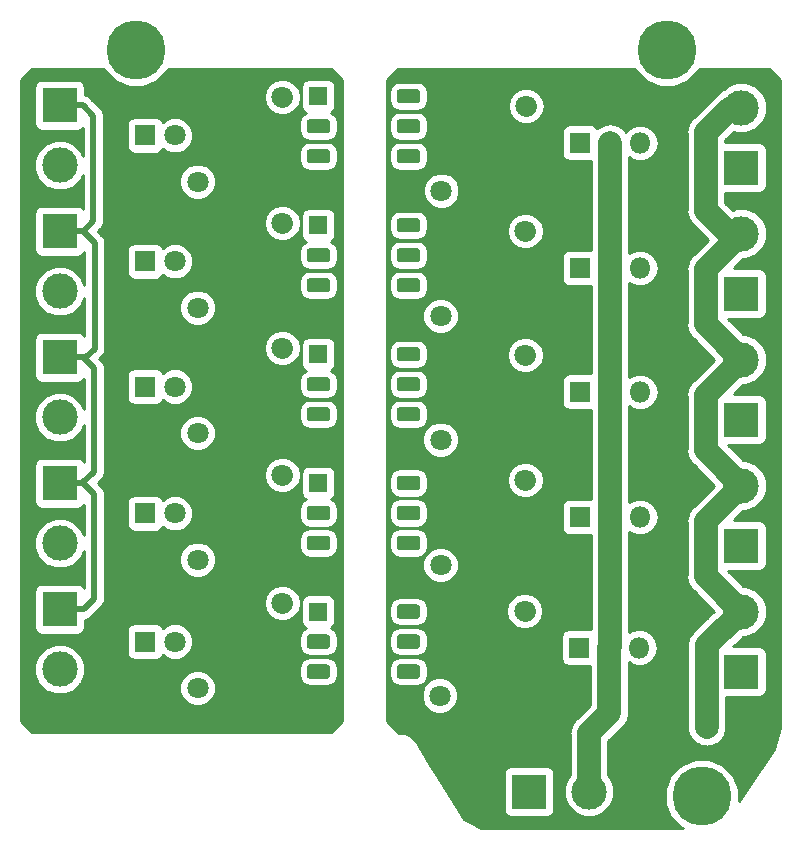
<source format=gbr>
G04 #@! TF.GenerationSoftware,KiCad,Pcbnew,(5.0.0)*
G04 #@! TF.CreationDate,2018-11-08T10:35:27-05:00*
G04 #@! TF.ProjectId,Tarjeta de potencia con moc,5461726A65746120646520706F74656E,rev?*
G04 #@! TF.SameCoordinates,Original*
G04 #@! TF.FileFunction,Copper,L1,Top,Signal*
G04 #@! TF.FilePolarity,Positive*
%FSLAX46Y46*%
G04 Gerber Fmt 4.6, Leading zero omitted, Abs format (unit mm)*
G04 Created by KiCad (PCBNEW (5.0.0)) date 11/08/18 10:35:27*
%MOMM*%
%LPD*%
G01*
G04 APERTURE LIST*
G04 #@! TA.AperFunction,ComponentPad*
%ADD10C,1.800000*%
G04 #@! TD*
G04 #@! TA.AperFunction,Conductor*
%ADD11C,1.800000*%
G04 #@! TD*
G04 #@! TA.AperFunction,ComponentPad*
%ADD12O,1.800000X1.800000*%
G04 #@! TD*
G04 #@! TA.AperFunction,ComponentPad*
%ADD13R,1.800000X1.800000*%
G04 #@! TD*
G04 #@! TA.AperFunction,Conductor*
%ADD14C,0.100000*%
G04 #@! TD*
G04 #@! TA.AperFunction,ComponentPad*
%ADD15C,1.200000*%
G04 #@! TD*
G04 #@! TA.AperFunction,ComponentPad*
%ADD16R,1.600000X1.600000*%
G04 #@! TD*
G04 #@! TA.AperFunction,ComponentPad*
%ADD17R,3.000000X3.000000*%
G04 #@! TD*
G04 #@! TA.AperFunction,ComponentPad*
%ADD18C,3.000000*%
G04 #@! TD*
G04 #@! TA.AperFunction,ViaPad*
%ADD19C,5.000000*%
G04 #@! TD*
G04 #@! TA.AperFunction,ViaPad*
%ADD20C,2.000000*%
G04 #@! TD*
G04 #@! TA.AperFunction,Conductor*
%ADD21C,0.500000*%
G04 #@! TD*
G04 #@! TA.AperFunction,Conductor*
%ADD22C,2.000000*%
G04 #@! TD*
G04 #@! TA.AperFunction,NonConductor*
%ADD23C,0.254000*%
G04 #@! TD*
G04 APERTURE END LIST*
D10*
G04 #@! TO.P,R10,2*
G04 #@! TO.N,Net-(R10-Pad2)*
X90043000Y-73914000D03*
D11*
G04 #@! TD*
G04 #@! TO.N,Net-(R10-Pad2)*
G04 #@! TO.C,R10*
X90043000Y-73914000D02*
X90043000Y-73914000D01*
D10*
G04 #@! TO.P,R10,1*
G04 #@! TO.N,Net-(R10-Pad1)*
X82858795Y-81098205D03*
G04 #@! TD*
G04 #@! TO.P,R9,2*
G04 #@! TO.N,Net-(R9-Pad2)*
X90115205Y-62856295D03*
D11*
G04 #@! TD*
G04 #@! TO.N,Net-(R9-Pad2)*
G04 #@! TO.C,R9*
X90115205Y-62856295D02*
X90115205Y-62856295D01*
D10*
G04 #@! TO.P,R9,1*
G04 #@! TO.N,Net-(R9-Pad1)*
X82931000Y-70040500D03*
G04 #@! TD*
G04 #@! TO.P,R8,2*
G04 #@! TO.N,Net-(R8-Pad2)*
X90115205Y-52251795D03*
D11*
G04 #@! TD*
G04 #@! TO.N,Net-(R8-Pad2)*
G04 #@! TO.C,R8*
X90115205Y-52251795D02*
X90115205Y-52251795D01*
D10*
G04 #@! TO.P,R8,1*
G04 #@! TO.N,Net-(R8-Pad1)*
X82931000Y-59436000D03*
G04 #@! TD*
G04 #@! TO.P,R7,2*
G04 #@! TO.N,Net-(R7-Pad2)*
X90115205Y-41774295D03*
D11*
G04 #@! TD*
G04 #@! TO.N,Net-(R7-Pad2)*
G04 #@! TO.C,R7*
X90115205Y-41774295D02*
X90115205Y-41774295D01*
D10*
G04 #@! TO.P,R7,1*
G04 #@! TO.N,Net-(R7-Pad1)*
X82931000Y-48958500D03*
G04 #@! TD*
G04 #@! TO.P,R6,2*
G04 #@! TO.N,Net-(R6-Pad2)*
X90178705Y-31169795D03*
D11*
G04 #@! TD*
G04 #@! TO.N,Net-(R6-Pad2)*
G04 #@! TO.C,R6*
X90178705Y-31169795D02*
X90178705Y-31169795D01*
D10*
G04 #@! TO.P,R6,1*
G04 #@! TO.N,Net-(R6-Pad1)*
X82994500Y-38354000D03*
G04 #@! TD*
G04 #@! TO.P,R5,2*
G04 #@! TO.N,Net-(D5-Pad2)*
X69541205Y-73270295D03*
D11*
G04 #@! TD*
G04 #@! TO.N,Net-(D5-Pad2)*
G04 #@! TO.C,R5*
X69541205Y-73270295D02*
X69541205Y-73270295D01*
D10*
G04 #@! TO.P,R5,1*
G04 #@! TO.N,Net-(R5-Pad1)*
X62357000Y-80454500D03*
G04 #@! TD*
G04 #@! TO.P,R4,2*
G04 #@! TO.N,Net-(D4-Pad2)*
X69541205Y-62411795D03*
D11*
G04 #@! TD*
G04 #@! TO.N,Net-(D4-Pad2)*
G04 #@! TO.C,R4*
X69541205Y-62411795D02*
X69541205Y-62411795D01*
D10*
G04 #@! TO.P,R4,1*
G04 #@! TO.N,Net-(R4-Pad1)*
X62357000Y-69596000D03*
G04 #@! TD*
G04 #@! TO.P,R3,2*
G04 #@! TO.N,Net-(D3-Pad2)*
X69541205Y-51680295D03*
D11*
G04 #@! TD*
G04 #@! TO.N,Net-(D3-Pad2)*
G04 #@! TO.C,R3*
X69541205Y-51680295D02*
X69541205Y-51680295D01*
D10*
G04 #@! TO.P,R3,1*
G04 #@! TO.N,Net-(R3-Pad1)*
X62357000Y-58864500D03*
G04 #@! TD*
G04 #@! TO.P,R2,2*
G04 #@! TO.N,Net-(D2-Pad2)*
X69541205Y-41075795D03*
D11*
G04 #@! TD*
G04 #@! TO.N,Net-(D2-Pad2)*
G04 #@! TO.C,R2*
X69541205Y-41075795D02*
X69541205Y-41075795D01*
D10*
G04 #@! TO.P,R2,1*
G04 #@! TO.N,Net-(R2-Pad1)*
X62357000Y-48260000D03*
G04 #@! TD*
G04 #@! TO.P,R1,2*
G04 #@! TO.N,Net-(D1-Pad2)*
X69541205Y-30407795D03*
D11*
G04 #@! TD*
G04 #@! TO.N,Net-(D1-Pad2)*
G04 #@! TO.C,R1*
X69541205Y-30407795D02*
X69541205Y-30407795D01*
D10*
G04 #@! TO.P,R1,1*
G04 #@! TO.N,Net-(R1-Pad1)*
X62357000Y-37592000D03*
G04 #@! TD*
D12*
G04 #@! TO.P,U10,3*
G04 #@! TO.N,Net-(R10-Pad1)*
X99758500Y-77025500D03*
G04 #@! TO.P,U10,2*
G04 #@! TO.N,Net-(J11-Pad2)*
X97218500Y-77025500D03*
D13*
G04 #@! TO.P,U10,1*
G04 #@! TO.N,Net-(J10-Pad1)*
X94678500Y-77025500D03*
G04 #@! TD*
D12*
G04 #@! TO.P,U9,3*
G04 #@! TO.N,Net-(R9-Pad1)*
X99822000Y-65976500D03*
G04 #@! TO.P,U9,2*
G04 #@! TO.N,Net-(J11-Pad2)*
X97282000Y-65976500D03*
D13*
G04 #@! TO.P,U9,1*
G04 #@! TO.N,Net-(J9-Pad1)*
X94742000Y-65976500D03*
G04 #@! TD*
G04 #@! TO.P,U8,1*
G04 #@! TO.N,Net-(J8-Pad1)*
X94742000Y-55372000D03*
D12*
G04 #@! TO.P,U8,2*
G04 #@! TO.N,Net-(J11-Pad2)*
X97282000Y-55372000D03*
G04 #@! TO.P,U8,3*
G04 #@! TO.N,Net-(R8-Pad1)*
X99822000Y-55372000D03*
G04 #@! TD*
G04 #@! TO.P,U7,3*
G04 #@! TO.N,Net-(R7-Pad1)*
X99822000Y-44894500D03*
G04 #@! TO.P,U7,2*
G04 #@! TO.N,Net-(J11-Pad2)*
X97282000Y-44894500D03*
D13*
G04 #@! TO.P,U7,1*
G04 #@! TO.N,Net-(J7-Pad1)*
X94742000Y-44894500D03*
G04 #@! TD*
D14*
G04 #@! TO.N,Net-(R10-Pad2)*
G04 #@! TO.C,U5*
G36*
X80929905Y-73378945D02*
X80959027Y-73383264D01*
X80987585Y-73390418D01*
X81015305Y-73400336D01*
X81041919Y-73412924D01*
X81067171Y-73428059D01*
X81090818Y-73445597D01*
X81112632Y-73465368D01*
X81132403Y-73487182D01*
X81149941Y-73510829D01*
X81165076Y-73536081D01*
X81177664Y-73562695D01*
X81187582Y-73590415D01*
X81194736Y-73618973D01*
X81199055Y-73648095D01*
X81200500Y-73677500D01*
X81200500Y-74277500D01*
X81199055Y-74306905D01*
X81194736Y-74336027D01*
X81187582Y-74364585D01*
X81177664Y-74392305D01*
X81165076Y-74418919D01*
X81149941Y-74444171D01*
X81132403Y-74467818D01*
X81112632Y-74489632D01*
X81090818Y-74509403D01*
X81067171Y-74526941D01*
X81041919Y-74542076D01*
X81015305Y-74554664D01*
X80987585Y-74564582D01*
X80959027Y-74571736D01*
X80929905Y-74576055D01*
X80900500Y-74577500D01*
X79500500Y-74577500D01*
X79471095Y-74576055D01*
X79441973Y-74571736D01*
X79413415Y-74564582D01*
X79385695Y-74554664D01*
X79359081Y-74542076D01*
X79333829Y-74526941D01*
X79310182Y-74509403D01*
X79288368Y-74489632D01*
X79268597Y-74467818D01*
X79251059Y-74444171D01*
X79235924Y-74418919D01*
X79223336Y-74392305D01*
X79213418Y-74364585D01*
X79206264Y-74336027D01*
X79201945Y-74306905D01*
X79200500Y-74277500D01*
X79200500Y-73677500D01*
X79201945Y-73648095D01*
X79206264Y-73618973D01*
X79213418Y-73590415D01*
X79223336Y-73562695D01*
X79235924Y-73536081D01*
X79251059Y-73510829D01*
X79268597Y-73487182D01*
X79288368Y-73465368D01*
X79310182Y-73445597D01*
X79333829Y-73428059D01*
X79359081Y-73412924D01*
X79385695Y-73400336D01*
X79413415Y-73390418D01*
X79441973Y-73383264D01*
X79471095Y-73378945D01*
X79500500Y-73377500D01*
X80900500Y-73377500D01*
X80929905Y-73378945D01*
X80929905Y-73378945D01*
G37*
D15*
G04 #@! TD*
G04 #@! TO.P,U5,6*
G04 #@! TO.N,Net-(R10-Pad2)*
X80200500Y-73977500D03*
D14*
G04 #@! TO.N,Net-(U5-Pad3)*
G04 #@! TO.C,U5*
G36*
X73309905Y-78458945D02*
X73339027Y-78463264D01*
X73367585Y-78470418D01*
X73395305Y-78480336D01*
X73421919Y-78492924D01*
X73447171Y-78508059D01*
X73470818Y-78525597D01*
X73492632Y-78545368D01*
X73512403Y-78567182D01*
X73529941Y-78590829D01*
X73545076Y-78616081D01*
X73557664Y-78642695D01*
X73567582Y-78670415D01*
X73574736Y-78698973D01*
X73579055Y-78728095D01*
X73580500Y-78757500D01*
X73580500Y-79357500D01*
X73579055Y-79386905D01*
X73574736Y-79416027D01*
X73567582Y-79444585D01*
X73557664Y-79472305D01*
X73545076Y-79498919D01*
X73529941Y-79524171D01*
X73512403Y-79547818D01*
X73492632Y-79569632D01*
X73470818Y-79589403D01*
X73447171Y-79606941D01*
X73421919Y-79622076D01*
X73395305Y-79634664D01*
X73367585Y-79644582D01*
X73339027Y-79651736D01*
X73309905Y-79656055D01*
X73280500Y-79657500D01*
X71880500Y-79657500D01*
X71851095Y-79656055D01*
X71821973Y-79651736D01*
X71793415Y-79644582D01*
X71765695Y-79634664D01*
X71739081Y-79622076D01*
X71713829Y-79606941D01*
X71690182Y-79589403D01*
X71668368Y-79569632D01*
X71648597Y-79547818D01*
X71631059Y-79524171D01*
X71615924Y-79498919D01*
X71603336Y-79472305D01*
X71593418Y-79444585D01*
X71586264Y-79416027D01*
X71581945Y-79386905D01*
X71580500Y-79357500D01*
X71580500Y-78757500D01*
X71581945Y-78728095D01*
X71586264Y-78698973D01*
X71593418Y-78670415D01*
X71603336Y-78642695D01*
X71615924Y-78616081D01*
X71631059Y-78590829D01*
X71648597Y-78567182D01*
X71668368Y-78545368D01*
X71690182Y-78525597D01*
X71713829Y-78508059D01*
X71739081Y-78492924D01*
X71765695Y-78480336D01*
X71793415Y-78470418D01*
X71821973Y-78463264D01*
X71851095Y-78458945D01*
X71880500Y-78457500D01*
X73280500Y-78457500D01*
X73309905Y-78458945D01*
X73309905Y-78458945D01*
G37*
D15*
G04 #@! TD*
G04 #@! TO.P,U5,3*
G04 #@! TO.N,Net-(U5-Pad3)*
X72580500Y-79057500D03*
D14*
G04 #@! TO.N,Net-(U5-Pad5)*
G04 #@! TO.C,U5*
G36*
X80929905Y-75918945D02*
X80959027Y-75923264D01*
X80987585Y-75930418D01*
X81015305Y-75940336D01*
X81041919Y-75952924D01*
X81067171Y-75968059D01*
X81090818Y-75985597D01*
X81112632Y-76005368D01*
X81132403Y-76027182D01*
X81149941Y-76050829D01*
X81165076Y-76076081D01*
X81177664Y-76102695D01*
X81187582Y-76130415D01*
X81194736Y-76158973D01*
X81199055Y-76188095D01*
X81200500Y-76217500D01*
X81200500Y-76817500D01*
X81199055Y-76846905D01*
X81194736Y-76876027D01*
X81187582Y-76904585D01*
X81177664Y-76932305D01*
X81165076Y-76958919D01*
X81149941Y-76984171D01*
X81132403Y-77007818D01*
X81112632Y-77029632D01*
X81090818Y-77049403D01*
X81067171Y-77066941D01*
X81041919Y-77082076D01*
X81015305Y-77094664D01*
X80987585Y-77104582D01*
X80959027Y-77111736D01*
X80929905Y-77116055D01*
X80900500Y-77117500D01*
X79500500Y-77117500D01*
X79471095Y-77116055D01*
X79441973Y-77111736D01*
X79413415Y-77104582D01*
X79385695Y-77094664D01*
X79359081Y-77082076D01*
X79333829Y-77066941D01*
X79310182Y-77049403D01*
X79288368Y-77029632D01*
X79268597Y-77007818D01*
X79251059Y-76984171D01*
X79235924Y-76958919D01*
X79223336Y-76932305D01*
X79213418Y-76904585D01*
X79206264Y-76876027D01*
X79201945Y-76846905D01*
X79200500Y-76817500D01*
X79200500Y-76217500D01*
X79201945Y-76188095D01*
X79206264Y-76158973D01*
X79213418Y-76130415D01*
X79223336Y-76102695D01*
X79235924Y-76076081D01*
X79251059Y-76050829D01*
X79268597Y-76027182D01*
X79288368Y-76005368D01*
X79310182Y-75985597D01*
X79333829Y-75968059D01*
X79359081Y-75952924D01*
X79385695Y-75940336D01*
X79413415Y-75930418D01*
X79441973Y-75923264D01*
X79471095Y-75918945D01*
X79500500Y-75917500D01*
X80900500Y-75917500D01*
X80929905Y-75918945D01*
X80929905Y-75918945D01*
G37*
D15*
G04 #@! TD*
G04 #@! TO.P,U5,5*
G04 #@! TO.N,Net-(U5-Pad5)*
X80200500Y-76517500D03*
D14*
G04 #@! TO.N,GND*
G04 #@! TO.C,U5*
G36*
X73309905Y-75918945D02*
X73339027Y-75923264D01*
X73367585Y-75930418D01*
X73395305Y-75940336D01*
X73421919Y-75952924D01*
X73447171Y-75968059D01*
X73470818Y-75985597D01*
X73492632Y-76005368D01*
X73512403Y-76027182D01*
X73529941Y-76050829D01*
X73545076Y-76076081D01*
X73557664Y-76102695D01*
X73567582Y-76130415D01*
X73574736Y-76158973D01*
X73579055Y-76188095D01*
X73580500Y-76217500D01*
X73580500Y-76817500D01*
X73579055Y-76846905D01*
X73574736Y-76876027D01*
X73567582Y-76904585D01*
X73557664Y-76932305D01*
X73545076Y-76958919D01*
X73529941Y-76984171D01*
X73512403Y-77007818D01*
X73492632Y-77029632D01*
X73470818Y-77049403D01*
X73447171Y-77066941D01*
X73421919Y-77082076D01*
X73395305Y-77094664D01*
X73367585Y-77104582D01*
X73339027Y-77111736D01*
X73309905Y-77116055D01*
X73280500Y-77117500D01*
X71880500Y-77117500D01*
X71851095Y-77116055D01*
X71821973Y-77111736D01*
X71793415Y-77104582D01*
X71765695Y-77094664D01*
X71739081Y-77082076D01*
X71713829Y-77066941D01*
X71690182Y-77049403D01*
X71668368Y-77029632D01*
X71648597Y-77007818D01*
X71631059Y-76984171D01*
X71615924Y-76958919D01*
X71603336Y-76932305D01*
X71593418Y-76904585D01*
X71586264Y-76876027D01*
X71581945Y-76846905D01*
X71580500Y-76817500D01*
X71580500Y-76217500D01*
X71581945Y-76188095D01*
X71586264Y-76158973D01*
X71593418Y-76130415D01*
X71603336Y-76102695D01*
X71615924Y-76076081D01*
X71631059Y-76050829D01*
X71648597Y-76027182D01*
X71668368Y-76005368D01*
X71690182Y-75985597D01*
X71713829Y-75968059D01*
X71739081Y-75952924D01*
X71765695Y-75940336D01*
X71793415Y-75930418D01*
X71821973Y-75923264D01*
X71851095Y-75918945D01*
X71880500Y-75917500D01*
X73280500Y-75917500D01*
X73309905Y-75918945D01*
X73309905Y-75918945D01*
G37*
D15*
G04 #@! TD*
G04 #@! TO.P,U5,2*
G04 #@! TO.N,GND*
X72580500Y-76517500D03*
D14*
G04 #@! TO.N,Net-(J11-Pad2)*
G04 #@! TO.C,U5*
G36*
X80929905Y-78458945D02*
X80959027Y-78463264D01*
X80987585Y-78470418D01*
X81015305Y-78480336D01*
X81041919Y-78492924D01*
X81067171Y-78508059D01*
X81090818Y-78525597D01*
X81112632Y-78545368D01*
X81132403Y-78567182D01*
X81149941Y-78590829D01*
X81165076Y-78616081D01*
X81177664Y-78642695D01*
X81187582Y-78670415D01*
X81194736Y-78698973D01*
X81199055Y-78728095D01*
X81200500Y-78757500D01*
X81200500Y-79357500D01*
X81199055Y-79386905D01*
X81194736Y-79416027D01*
X81187582Y-79444585D01*
X81177664Y-79472305D01*
X81165076Y-79498919D01*
X81149941Y-79524171D01*
X81132403Y-79547818D01*
X81112632Y-79569632D01*
X81090818Y-79589403D01*
X81067171Y-79606941D01*
X81041919Y-79622076D01*
X81015305Y-79634664D01*
X80987585Y-79644582D01*
X80959027Y-79651736D01*
X80929905Y-79656055D01*
X80900500Y-79657500D01*
X79500500Y-79657500D01*
X79471095Y-79656055D01*
X79441973Y-79651736D01*
X79413415Y-79644582D01*
X79385695Y-79634664D01*
X79359081Y-79622076D01*
X79333829Y-79606941D01*
X79310182Y-79589403D01*
X79288368Y-79569632D01*
X79268597Y-79547818D01*
X79251059Y-79524171D01*
X79235924Y-79498919D01*
X79223336Y-79472305D01*
X79213418Y-79444585D01*
X79206264Y-79416027D01*
X79201945Y-79386905D01*
X79200500Y-79357500D01*
X79200500Y-78757500D01*
X79201945Y-78728095D01*
X79206264Y-78698973D01*
X79213418Y-78670415D01*
X79223336Y-78642695D01*
X79235924Y-78616081D01*
X79251059Y-78590829D01*
X79268597Y-78567182D01*
X79288368Y-78545368D01*
X79310182Y-78525597D01*
X79333829Y-78508059D01*
X79359081Y-78492924D01*
X79385695Y-78480336D01*
X79413415Y-78470418D01*
X79441973Y-78463264D01*
X79471095Y-78458945D01*
X79500500Y-78457500D01*
X80900500Y-78457500D01*
X80929905Y-78458945D01*
X80929905Y-78458945D01*
G37*
D15*
G04 #@! TD*
G04 #@! TO.P,U5,4*
G04 #@! TO.N,Net-(J11-Pad2)*
X80200500Y-79057500D03*
D16*
G04 #@! TO.P,U5,1*
G04 #@! TO.N,Net-(R5-Pad1)*
X72580500Y-73977500D03*
G04 #@! TD*
D14*
G04 #@! TO.N,Net-(R9-Pad2)*
G04 #@! TO.C,U4*
G36*
X80929905Y-62495045D02*
X80959027Y-62499364D01*
X80987585Y-62506518D01*
X81015305Y-62516436D01*
X81041919Y-62529024D01*
X81067171Y-62544159D01*
X81090818Y-62561697D01*
X81112632Y-62581468D01*
X81132403Y-62603282D01*
X81149941Y-62626929D01*
X81165076Y-62652181D01*
X81177664Y-62678795D01*
X81187582Y-62706515D01*
X81194736Y-62735073D01*
X81199055Y-62764195D01*
X81200500Y-62793600D01*
X81200500Y-63393600D01*
X81199055Y-63423005D01*
X81194736Y-63452127D01*
X81187582Y-63480685D01*
X81177664Y-63508405D01*
X81165076Y-63535019D01*
X81149941Y-63560271D01*
X81132403Y-63583918D01*
X81112632Y-63605732D01*
X81090818Y-63625503D01*
X81067171Y-63643041D01*
X81041919Y-63658176D01*
X81015305Y-63670764D01*
X80987585Y-63680682D01*
X80959027Y-63687836D01*
X80929905Y-63692155D01*
X80900500Y-63693600D01*
X79500500Y-63693600D01*
X79471095Y-63692155D01*
X79441973Y-63687836D01*
X79413415Y-63680682D01*
X79385695Y-63670764D01*
X79359081Y-63658176D01*
X79333829Y-63643041D01*
X79310182Y-63625503D01*
X79288368Y-63605732D01*
X79268597Y-63583918D01*
X79251059Y-63560271D01*
X79235924Y-63535019D01*
X79223336Y-63508405D01*
X79213418Y-63480685D01*
X79206264Y-63452127D01*
X79201945Y-63423005D01*
X79200500Y-63393600D01*
X79200500Y-62793600D01*
X79201945Y-62764195D01*
X79206264Y-62735073D01*
X79213418Y-62706515D01*
X79223336Y-62678795D01*
X79235924Y-62652181D01*
X79251059Y-62626929D01*
X79268597Y-62603282D01*
X79288368Y-62581468D01*
X79310182Y-62561697D01*
X79333829Y-62544159D01*
X79359081Y-62529024D01*
X79385695Y-62516436D01*
X79413415Y-62506518D01*
X79441973Y-62499364D01*
X79471095Y-62495045D01*
X79500500Y-62493600D01*
X80900500Y-62493600D01*
X80929905Y-62495045D01*
X80929905Y-62495045D01*
G37*
D15*
G04 #@! TD*
G04 #@! TO.P,U4,6*
G04 #@! TO.N,Net-(R9-Pad2)*
X80200500Y-63093600D03*
D14*
G04 #@! TO.N,Net-(U4-Pad3)*
G04 #@! TO.C,U4*
G36*
X73309905Y-67575045D02*
X73339027Y-67579364D01*
X73367585Y-67586518D01*
X73395305Y-67596436D01*
X73421919Y-67609024D01*
X73447171Y-67624159D01*
X73470818Y-67641697D01*
X73492632Y-67661468D01*
X73512403Y-67683282D01*
X73529941Y-67706929D01*
X73545076Y-67732181D01*
X73557664Y-67758795D01*
X73567582Y-67786515D01*
X73574736Y-67815073D01*
X73579055Y-67844195D01*
X73580500Y-67873600D01*
X73580500Y-68473600D01*
X73579055Y-68503005D01*
X73574736Y-68532127D01*
X73567582Y-68560685D01*
X73557664Y-68588405D01*
X73545076Y-68615019D01*
X73529941Y-68640271D01*
X73512403Y-68663918D01*
X73492632Y-68685732D01*
X73470818Y-68705503D01*
X73447171Y-68723041D01*
X73421919Y-68738176D01*
X73395305Y-68750764D01*
X73367585Y-68760682D01*
X73339027Y-68767836D01*
X73309905Y-68772155D01*
X73280500Y-68773600D01*
X71880500Y-68773600D01*
X71851095Y-68772155D01*
X71821973Y-68767836D01*
X71793415Y-68760682D01*
X71765695Y-68750764D01*
X71739081Y-68738176D01*
X71713829Y-68723041D01*
X71690182Y-68705503D01*
X71668368Y-68685732D01*
X71648597Y-68663918D01*
X71631059Y-68640271D01*
X71615924Y-68615019D01*
X71603336Y-68588405D01*
X71593418Y-68560685D01*
X71586264Y-68532127D01*
X71581945Y-68503005D01*
X71580500Y-68473600D01*
X71580500Y-67873600D01*
X71581945Y-67844195D01*
X71586264Y-67815073D01*
X71593418Y-67786515D01*
X71603336Y-67758795D01*
X71615924Y-67732181D01*
X71631059Y-67706929D01*
X71648597Y-67683282D01*
X71668368Y-67661468D01*
X71690182Y-67641697D01*
X71713829Y-67624159D01*
X71739081Y-67609024D01*
X71765695Y-67596436D01*
X71793415Y-67586518D01*
X71821973Y-67579364D01*
X71851095Y-67575045D01*
X71880500Y-67573600D01*
X73280500Y-67573600D01*
X73309905Y-67575045D01*
X73309905Y-67575045D01*
G37*
D15*
G04 #@! TD*
G04 #@! TO.P,U4,3*
G04 #@! TO.N,Net-(U4-Pad3)*
X72580500Y-68173600D03*
D14*
G04 #@! TO.N,Net-(U4-Pad5)*
G04 #@! TO.C,U4*
G36*
X80929905Y-65035045D02*
X80959027Y-65039364D01*
X80987585Y-65046518D01*
X81015305Y-65056436D01*
X81041919Y-65069024D01*
X81067171Y-65084159D01*
X81090818Y-65101697D01*
X81112632Y-65121468D01*
X81132403Y-65143282D01*
X81149941Y-65166929D01*
X81165076Y-65192181D01*
X81177664Y-65218795D01*
X81187582Y-65246515D01*
X81194736Y-65275073D01*
X81199055Y-65304195D01*
X81200500Y-65333600D01*
X81200500Y-65933600D01*
X81199055Y-65963005D01*
X81194736Y-65992127D01*
X81187582Y-66020685D01*
X81177664Y-66048405D01*
X81165076Y-66075019D01*
X81149941Y-66100271D01*
X81132403Y-66123918D01*
X81112632Y-66145732D01*
X81090818Y-66165503D01*
X81067171Y-66183041D01*
X81041919Y-66198176D01*
X81015305Y-66210764D01*
X80987585Y-66220682D01*
X80959027Y-66227836D01*
X80929905Y-66232155D01*
X80900500Y-66233600D01*
X79500500Y-66233600D01*
X79471095Y-66232155D01*
X79441973Y-66227836D01*
X79413415Y-66220682D01*
X79385695Y-66210764D01*
X79359081Y-66198176D01*
X79333829Y-66183041D01*
X79310182Y-66165503D01*
X79288368Y-66145732D01*
X79268597Y-66123918D01*
X79251059Y-66100271D01*
X79235924Y-66075019D01*
X79223336Y-66048405D01*
X79213418Y-66020685D01*
X79206264Y-65992127D01*
X79201945Y-65963005D01*
X79200500Y-65933600D01*
X79200500Y-65333600D01*
X79201945Y-65304195D01*
X79206264Y-65275073D01*
X79213418Y-65246515D01*
X79223336Y-65218795D01*
X79235924Y-65192181D01*
X79251059Y-65166929D01*
X79268597Y-65143282D01*
X79288368Y-65121468D01*
X79310182Y-65101697D01*
X79333829Y-65084159D01*
X79359081Y-65069024D01*
X79385695Y-65056436D01*
X79413415Y-65046518D01*
X79441973Y-65039364D01*
X79471095Y-65035045D01*
X79500500Y-65033600D01*
X80900500Y-65033600D01*
X80929905Y-65035045D01*
X80929905Y-65035045D01*
G37*
D15*
G04 #@! TD*
G04 #@! TO.P,U4,5*
G04 #@! TO.N,Net-(U4-Pad5)*
X80200500Y-65633600D03*
D14*
G04 #@! TO.N,GND*
G04 #@! TO.C,U4*
G36*
X73309905Y-65035045D02*
X73339027Y-65039364D01*
X73367585Y-65046518D01*
X73395305Y-65056436D01*
X73421919Y-65069024D01*
X73447171Y-65084159D01*
X73470818Y-65101697D01*
X73492632Y-65121468D01*
X73512403Y-65143282D01*
X73529941Y-65166929D01*
X73545076Y-65192181D01*
X73557664Y-65218795D01*
X73567582Y-65246515D01*
X73574736Y-65275073D01*
X73579055Y-65304195D01*
X73580500Y-65333600D01*
X73580500Y-65933600D01*
X73579055Y-65963005D01*
X73574736Y-65992127D01*
X73567582Y-66020685D01*
X73557664Y-66048405D01*
X73545076Y-66075019D01*
X73529941Y-66100271D01*
X73512403Y-66123918D01*
X73492632Y-66145732D01*
X73470818Y-66165503D01*
X73447171Y-66183041D01*
X73421919Y-66198176D01*
X73395305Y-66210764D01*
X73367585Y-66220682D01*
X73339027Y-66227836D01*
X73309905Y-66232155D01*
X73280500Y-66233600D01*
X71880500Y-66233600D01*
X71851095Y-66232155D01*
X71821973Y-66227836D01*
X71793415Y-66220682D01*
X71765695Y-66210764D01*
X71739081Y-66198176D01*
X71713829Y-66183041D01*
X71690182Y-66165503D01*
X71668368Y-66145732D01*
X71648597Y-66123918D01*
X71631059Y-66100271D01*
X71615924Y-66075019D01*
X71603336Y-66048405D01*
X71593418Y-66020685D01*
X71586264Y-65992127D01*
X71581945Y-65963005D01*
X71580500Y-65933600D01*
X71580500Y-65333600D01*
X71581945Y-65304195D01*
X71586264Y-65275073D01*
X71593418Y-65246515D01*
X71603336Y-65218795D01*
X71615924Y-65192181D01*
X71631059Y-65166929D01*
X71648597Y-65143282D01*
X71668368Y-65121468D01*
X71690182Y-65101697D01*
X71713829Y-65084159D01*
X71739081Y-65069024D01*
X71765695Y-65056436D01*
X71793415Y-65046518D01*
X71821973Y-65039364D01*
X71851095Y-65035045D01*
X71880500Y-65033600D01*
X73280500Y-65033600D01*
X73309905Y-65035045D01*
X73309905Y-65035045D01*
G37*
D15*
G04 #@! TD*
G04 #@! TO.P,U4,2*
G04 #@! TO.N,GND*
X72580500Y-65633600D03*
D14*
G04 #@! TO.N,Net-(J11-Pad2)*
G04 #@! TO.C,U4*
G36*
X80929905Y-67575045D02*
X80959027Y-67579364D01*
X80987585Y-67586518D01*
X81015305Y-67596436D01*
X81041919Y-67609024D01*
X81067171Y-67624159D01*
X81090818Y-67641697D01*
X81112632Y-67661468D01*
X81132403Y-67683282D01*
X81149941Y-67706929D01*
X81165076Y-67732181D01*
X81177664Y-67758795D01*
X81187582Y-67786515D01*
X81194736Y-67815073D01*
X81199055Y-67844195D01*
X81200500Y-67873600D01*
X81200500Y-68473600D01*
X81199055Y-68503005D01*
X81194736Y-68532127D01*
X81187582Y-68560685D01*
X81177664Y-68588405D01*
X81165076Y-68615019D01*
X81149941Y-68640271D01*
X81132403Y-68663918D01*
X81112632Y-68685732D01*
X81090818Y-68705503D01*
X81067171Y-68723041D01*
X81041919Y-68738176D01*
X81015305Y-68750764D01*
X80987585Y-68760682D01*
X80959027Y-68767836D01*
X80929905Y-68772155D01*
X80900500Y-68773600D01*
X79500500Y-68773600D01*
X79471095Y-68772155D01*
X79441973Y-68767836D01*
X79413415Y-68760682D01*
X79385695Y-68750764D01*
X79359081Y-68738176D01*
X79333829Y-68723041D01*
X79310182Y-68705503D01*
X79288368Y-68685732D01*
X79268597Y-68663918D01*
X79251059Y-68640271D01*
X79235924Y-68615019D01*
X79223336Y-68588405D01*
X79213418Y-68560685D01*
X79206264Y-68532127D01*
X79201945Y-68503005D01*
X79200500Y-68473600D01*
X79200500Y-67873600D01*
X79201945Y-67844195D01*
X79206264Y-67815073D01*
X79213418Y-67786515D01*
X79223336Y-67758795D01*
X79235924Y-67732181D01*
X79251059Y-67706929D01*
X79268597Y-67683282D01*
X79288368Y-67661468D01*
X79310182Y-67641697D01*
X79333829Y-67624159D01*
X79359081Y-67609024D01*
X79385695Y-67596436D01*
X79413415Y-67586518D01*
X79441973Y-67579364D01*
X79471095Y-67575045D01*
X79500500Y-67573600D01*
X80900500Y-67573600D01*
X80929905Y-67575045D01*
X80929905Y-67575045D01*
G37*
D15*
G04 #@! TD*
G04 #@! TO.P,U4,4*
G04 #@! TO.N,Net-(J11-Pad2)*
X80200500Y-68173600D03*
D16*
G04 #@! TO.P,U4,1*
G04 #@! TO.N,Net-(R4-Pad1)*
X72580500Y-63093600D03*
G04 #@! TD*
G04 #@! TO.P,U3,1*
G04 #@! TO.N,Net-(R3-Pad1)*
X72580500Y-52197000D03*
D14*
G04 #@! TD*
G04 #@! TO.N,Net-(J11-Pad2)*
G04 #@! TO.C,U3*
G36*
X80929905Y-56678445D02*
X80959027Y-56682764D01*
X80987585Y-56689918D01*
X81015305Y-56699836D01*
X81041919Y-56712424D01*
X81067171Y-56727559D01*
X81090818Y-56745097D01*
X81112632Y-56764868D01*
X81132403Y-56786682D01*
X81149941Y-56810329D01*
X81165076Y-56835581D01*
X81177664Y-56862195D01*
X81187582Y-56889915D01*
X81194736Y-56918473D01*
X81199055Y-56947595D01*
X81200500Y-56977000D01*
X81200500Y-57577000D01*
X81199055Y-57606405D01*
X81194736Y-57635527D01*
X81187582Y-57664085D01*
X81177664Y-57691805D01*
X81165076Y-57718419D01*
X81149941Y-57743671D01*
X81132403Y-57767318D01*
X81112632Y-57789132D01*
X81090818Y-57808903D01*
X81067171Y-57826441D01*
X81041919Y-57841576D01*
X81015305Y-57854164D01*
X80987585Y-57864082D01*
X80959027Y-57871236D01*
X80929905Y-57875555D01*
X80900500Y-57877000D01*
X79500500Y-57877000D01*
X79471095Y-57875555D01*
X79441973Y-57871236D01*
X79413415Y-57864082D01*
X79385695Y-57854164D01*
X79359081Y-57841576D01*
X79333829Y-57826441D01*
X79310182Y-57808903D01*
X79288368Y-57789132D01*
X79268597Y-57767318D01*
X79251059Y-57743671D01*
X79235924Y-57718419D01*
X79223336Y-57691805D01*
X79213418Y-57664085D01*
X79206264Y-57635527D01*
X79201945Y-57606405D01*
X79200500Y-57577000D01*
X79200500Y-56977000D01*
X79201945Y-56947595D01*
X79206264Y-56918473D01*
X79213418Y-56889915D01*
X79223336Y-56862195D01*
X79235924Y-56835581D01*
X79251059Y-56810329D01*
X79268597Y-56786682D01*
X79288368Y-56764868D01*
X79310182Y-56745097D01*
X79333829Y-56727559D01*
X79359081Y-56712424D01*
X79385695Y-56699836D01*
X79413415Y-56689918D01*
X79441973Y-56682764D01*
X79471095Y-56678445D01*
X79500500Y-56677000D01*
X80900500Y-56677000D01*
X80929905Y-56678445D01*
X80929905Y-56678445D01*
G37*
D15*
G04 #@! TO.P,U3,4*
G04 #@! TO.N,Net-(J11-Pad2)*
X80200500Y-57277000D03*
D14*
G04 #@! TD*
G04 #@! TO.N,GND*
G04 #@! TO.C,U3*
G36*
X73309905Y-54138445D02*
X73339027Y-54142764D01*
X73367585Y-54149918D01*
X73395305Y-54159836D01*
X73421919Y-54172424D01*
X73447171Y-54187559D01*
X73470818Y-54205097D01*
X73492632Y-54224868D01*
X73512403Y-54246682D01*
X73529941Y-54270329D01*
X73545076Y-54295581D01*
X73557664Y-54322195D01*
X73567582Y-54349915D01*
X73574736Y-54378473D01*
X73579055Y-54407595D01*
X73580500Y-54437000D01*
X73580500Y-55037000D01*
X73579055Y-55066405D01*
X73574736Y-55095527D01*
X73567582Y-55124085D01*
X73557664Y-55151805D01*
X73545076Y-55178419D01*
X73529941Y-55203671D01*
X73512403Y-55227318D01*
X73492632Y-55249132D01*
X73470818Y-55268903D01*
X73447171Y-55286441D01*
X73421919Y-55301576D01*
X73395305Y-55314164D01*
X73367585Y-55324082D01*
X73339027Y-55331236D01*
X73309905Y-55335555D01*
X73280500Y-55337000D01*
X71880500Y-55337000D01*
X71851095Y-55335555D01*
X71821973Y-55331236D01*
X71793415Y-55324082D01*
X71765695Y-55314164D01*
X71739081Y-55301576D01*
X71713829Y-55286441D01*
X71690182Y-55268903D01*
X71668368Y-55249132D01*
X71648597Y-55227318D01*
X71631059Y-55203671D01*
X71615924Y-55178419D01*
X71603336Y-55151805D01*
X71593418Y-55124085D01*
X71586264Y-55095527D01*
X71581945Y-55066405D01*
X71580500Y-55037000D01*
X71580500Y-54437000D01*
X71581945Y-54407595D01*
X71586264Y-54378473D01*
X71593418Y-54349915D01*
X71603336Y-54322195D01*
X71615924Y-54295581D01*
X71631059Y-54270329D01*
X71648597Y-54246682D01*
X71668368Y-54224868D01*
X71690182Y-54205097D01*
X71713829Y-54187559D01*
X71739081Y-54172424D01*
X71765695Y-54159836D01*
X71793415Y-54149918D01*
X71821973Y-54142764D01*
X71851095Y-54138445D01*
X71880500Y-54137000D01*
X73280500Y-54137000D01*
X73309905Y-54138445D01*
X73309905Y-54138445D01*
G37*
D15*
G04 #@! TO.P,U3,2*
G04 #@! TO.N,GND*
X72580500Y-54737000D03*
D14*
G04 #@! TD*
G04 #@! TO.N,Net-(U3-Pad5)*
G04 #@! TO.C,U3*
G36*
X80929905Y-54138445D02*
X80959027Y-54142764D01*
X80987585Y-54149918D01*
X81015305Y-54159836D01*
X81041919Y-54172424D01*
X81067171Y-54187559D01*
X81090818Y-54205097D01*
X81112632Y-54224868D01*
X81132403Y-54246682D01*
X81149941Y-54270329D01*
X81165076Y-54295581D01*
X81177664Y-54322195D01*
X81187582Y-54349915D01*
X81194736Y-54378473D01*
X81199055Y-54407595D01*
X81200500Y-54437000D01*
X81200500Y-55037000D01*
X81199055Y-55066405D01*
X81194736Y-55095527D01*
X81187582Y-55124085D01*
X81177664Y-55151805D01*
X81165076Y-55178419D01*
X81149941Y-55203671D01*
X81132403Y-55227318D01*
X81112632Y-55249132D01*
X81090818Y-55268903D01*
X81067171Y-55286441D01*
X81041919Y-55301576D01*
X81015305Y-55314164D01*
X80987585Y-55324082D01*
X80959027Y-55331236D01*
X80929905Y-55335555D01*
X80900500Y-55337000D01*
X79500500Y-55337000D01*
X79471095Y-55335555D01*
X79441973Y-55331236D01*
X79413415Y-55324082D01*
X79385695Y-55314164D01*
X79359081Y-55301576D01*
X79333829Y-55286441D01*
X79310182Y-55268903D01*
X79288368Y-55249132D01*
X79268597Y-55227318D01*
X79251059Y-55203671D01*
X79235924Y-55178419D01*
X79223336Y-55151805D01*
X79213418Y-55124085D01*
X79206264Y-55095527D01*
X79201945Y-55066405D01*
X79200500Y-55037000D01*
X79200500Y-54437000D01*
X79201945Y-54407595D01*
X79206264Y-54378473D01*
X79213418Y-54349915D01*
X79223336Y-54322195D01*
X79235924Y-54295581D01*
X79251059Y-54270329D01*
X79268597Y-54246682D01*
X79288368Y-54224868D01*
X79310182Y-54205097D01*
X79333829Y-54187559D01*
X79359081Y-54172424D01*
X79385695Y-54159836D01*
X79413415Y-54149918D01*
X79441973Y-54142764D01*
X79471095Y-54138445D01*
X79500500Y-54137000D01*
X80900500Y-54137000D01*
X80929905Y-54138445D01*
X80929905Y-54138445D01*
G37*
D15*
G04 #@! TO.P,U3,5*
G04 #@! TO.N,Net-(U3-Pad5)*
X80200500Y-54737000D03*
D14*
G04 #@! TD*
G04 #@! TO.N,Net-(U3-Pad3)*
G04 #@! TO.C,U3*
G36*
X73309905Y-56678445D02*
X73339027Y-56682764D01*
X73367585Y-56689918D01*
X73395305Y-56699836D01*
X73421919Y-56712424D01*
X73447171Y-56727559D01*
X73470818Y-56745097D01*
X73492632Y-56764868D01*
X73512403Y-56786682D01*
X73529941Y-56810329D01*
X73545076Y-56835581D01*
X73557664Y-56862195D01*
X73567582Y-56889915D01*
X73574736Y-56918473D01*
X73579055Y-56947595D01*
X73580500Y-56977000D01*
X73580500Y-57577000D01*
X73579055Y-57606405D01*
X73574736Y-57635527D01*
X73567582Y-57664085D01*
X73557664Y-57691805D01*
X73545076Y-57718419D01*
X73529941Y-57743671D01*
X73512403Y-57767318D01*
X73492632Y-57789132D01*
X73470818Y-57808903D01*
X73447171Y-57826441D01*
X73421919Y-57841576D01*
X73395305Y-57854164D01*
X73367585Y-57864082D01*
X73339027Y-57871236D01*
X73309905Y-57875555D01*
X73280500Y-57877000D01*
X71880500Y-57877000D01*
X71851095Y-57875555D01*
X71821973Y-57871236D01*
X71793415Y-57864082D01*
X71765695Y-57854164D01*
X71739081Y-57841576D01*
X71713829Y-57826441D01*
X71690182Y-57808903D01*
X71668368Y-57789132D01*
X71648597Y-57767318D01*
X71631059Y-57743671D01*
X71615924Y-57718419D01*
X71603336Y-57691805D01*
X71593418Y-57664085D01*
X71586264Y-57635527D01*
X71581945Y-57606405D01*
X71580500Y-57577000D01*
X71580500Y-56977000D01*
X71581945Y-56947595D01*
X71586264Y-56918473D01*
X71593418Y-56889915D01*
X71603336Y-56862195D01*
X71615924Y-56835581D01*
X71631059Y-56810329D01*
X71648597Y-56786682D01*
X71668368Y-56764868D01*
X71690182Y-56745097D01*
X71713829Y-56727559D01*
X71739081Y-56712424D01*
X71765695Y-56699836D01*
X71793415Y-56689918D01*
X71821973Y-56682764D01*
X71851095Y-56678445D01*
X71880500Y-56677000D01*
X73280500Y-56677000D01*
X73309905Y-56678445D01*
X73309905Y-56678445D01*
G37*
D15*
G04 #@! TO.P,U3,3*
G04 #@! TO.N,Net-(U3-Pad3)*
X72580500Y-57277000D03*
D14*
G04 #@! TD*
G04 #@! TO.N,Net-(R8-Pad2)*
G04 #@! TO.C,U3*
G36*
X80929905Y-51598445D02*
X80959027Y-51602764D01*
X80987585Y-51609918D01*
X81015305Y-51619836D01*
X81041919Y-51632424D01*
X81067171Y-51647559D01*
X81090818Y-51665097D01*
X81112632Y-51684868D01*
X81132403Y-51706682D01*
X81149941Y-51730329D01*
X81165076Y-51755581D01*
X81177664Y-51782195D01*
X81187582Y-51809915D01*
X81194736Y-51838473D01*
X81199055Y-51867595D01*
X81200500Y-51897000D01*
X81200500Y-52497000D01*
X81199055Y-52526405D01*
X81194736Y-52555527D01*
X81187582Y-52584085D01*
X81177664Y-52611805D01*
X81165076Y-52638419D01*
X81149941Y-52663671D01*
X81132403Y-52687318D01*
X81112632Y-52709132D01*
X81090818Y-52728903D01*
X81067171Y-52746441D01*
X81041919Y-52761576D01*
X81015305Y-52774164D01*
X80987585Y-52784082D01*
X80959027Y-52791236D01*
X80929905Y-52795555D01*
X80900500Y-52797000D01*
X79500500Y-52797000D01*
X79471095Y-52795555D01*
X79441973Y-52791236D01*
X79413415Y-52784082D01*
X79385695Y-52774164D01*
X79359081Y-52761576D01*
X79333829Y-52746441D01*
X79310182Y-52728903D01*
X79288368Y-52709132D01*
X79268597Y-52687318D01*
X79251059Y-52663671D01*
X79235924Y-52638419D01*
X79223336Y-52611805D01*
X79213418Y-52584085D01*
X79206264Y-52555527D01*
X79201945Y-52526405D01*
X79200500Y-52497000D01*
X79200500Y-51897000D01*
X79201945Y-51867595D01*
X79206264Y-51838473D01*
X79213418Y-51809915D01*
X79223336Y-51782195D01*
X79235924Y-51755581D01*
X79251059Y-51730329D01*
X79268597Y-51706682D01*
X79288368Y-51684868D01*
X79310182Y-51665097D01*
X79333829Y-51647559D01*
X79359081Y-51632424D01*
X79385695Y-51619836D01*
X79413415Y-51609918D01*
X79441973Y-51602764D01*
X79471095Y-51598445D01*
X79500500Y-51597000D01*
X80900500Y-51597000D01*
X80929905Y-51598445D01*
X80929905Y-51598445D01*
G37*
D15*
G04 #@! TO.P,U3,6*
G04 #@! TO.N,Net-(R8-Pad2)*
X80200500Y-52197000D03*
G04 #@! TD*
D16*
G04 #@! TO.P,U2,1*
G04 #@! TO.N,Net-(R2-Pad1)*
X72580500Y-41275000D03*
D14*
G04 #@! TD*
G04 #@! TO.N,Net-(J11-Pad2)*
G04 #@! TO.C,U2*
G36*
X80929905Y-45756445D02*
X80959027Y-45760764D01*
X80987585Y-45767918D01*
X81015305Y-45777836D01*
X81041919Y-45790424D01*
X81067171Y-45805559D01*
X81090818Y-45823097D01*
X81112632Y-45842868D01*
X81132403Y-45864682D01*
X81149941Y-45888329D01*
X81165076Y-45913581D01*
X81177664Y-45940195D01*
X81187582Y-45967915D01*
X81194736Y-45996473D01*
X81199055Y-46025595D01*
X81200500Y-46055000D01*
X81200500Y-46655000D01*
X81199055Y-46684405D01*
X81194736Y-46713527D01*
X81187582Y-46742085D01*
X81177664Y-46769805D01*
X81165076Y-46796419D01*
X81149941Y-46821671D01*
X81132403Y-46845318D01*
X81112632Y-46867132D01*
X81090818Y-46886903D01*
X81067171Y-46904441D01*
X81041919Y-46919576D01*
X81015305Y-46932164D01*
X80987585Y-46942082D01*
X80959027Y-46949236D01*
X80929905Y-46953555D01*
X80900500Y-46955000D01*
X79500500Y-46955000D01*
X79471095Y-46953555D01*
X79441973Y-46949236D01*
X79413415Y-46942082D01*
X79385695Y-46932164D01*
X79359081Y-46919576D01*
X79333829Y-46904441D01*
X79310182Y-46886903D01*
X79288368Y-46867132D01*
X79268597Y-46845318D01*
X79251059Y-46821671D01*
X79235924Y-46796419D01*
X79223336Y-46769805D01*
X79213418Y-46742085D01*
X79206264Y-46713527D01*
X79201945Y-46684405D01*
X79200500Y-46655000D01*
X79200500Y-46055000D01*
X79201945Y-46025595D01*
X79206264Y-45996473D01*
X79213418Y-45967915D01*
X79223336Y-45940195D01*
X79235924Y-45913581D01*
X79251059Y-45888329D01*
X79268597Y-45864682D01*
X79288368Y-45842868D01*
X79310182Y-45823097D01*
X79333829Y-45805559D01*
X79359081Y-45790424D01*
X79385695Y-45777836D01*
X79413415Y-45767918D01*
X79441973Y-45760764D01*
X79471095Y-45756445D01*
X79500500Y-45755000D01*
X80900500Y-45755000D01*
X80929905Y-45756445D01*
X80929905Y-45756445D01*
G37*
D15*
G04 #@! TO.P,U2,4*
G04 #@! TO.N,Net-(J11-Pad2)*
X80200500Y-46355000D03*
D14*
G04 #@! TD*
G04 #@! TO.N,GND*
G04 #@! TO.C,U2*
G36*
X73309905Y-43216445D02*
X73339027Y-43220764D01*
X73367585Y-43227918D01*
X73395305Y-43237836D01*
X73421919Y-43250424D01*
X73447171Y-43265559D01*
X73470818Y-43283097D01*
X73492632Y-43302868D01*
X73512403Y-43324682D01*
X73529941Y-43348329D01*
X73545076Y-43373581D01*
X73557664Y-43400195D01*
X73567582Y-43427915D01*
X73574736Y-43456473D01*
X73579055Y-43485595D01*
X73580500Y-43515000D01*
X73580500Y-44115000D01*
X73579055Y-44144405D01*
X73574736Y-44173527D01*
X73567582Y-44202085D01*
X73557664Y-44229805D01*
X73545076Y-44256419D01*
X73529941Y-44281671D01*
X73512403Y-44305318D01*
X73492632Y-44327132D01*
X73470818Y-44346903D01*
X73447171Y-44364441D01*
X73421919Y-44379576D01*
X73395305Y-44392164D01*
X73367585Y-44402082D01*
X73339027Y-44409236D01*
X73309905Y-44413555D01*
X73280500Y-44415000D01*
X71880500Y-44415000D01*
X71851095Y-44413555D01*
X71821973Y-44409236D01*
X71793415Y-44402082D01*
X71765695Y-44392164D01*
X71739081Y-44379576D01*
X71713829Y-44364441D01*
X71690182Y-44346903D01*
X71668368Y-44327132D01*
X71648597Y-44305318D01*
X71631059Y-44281671D01*
X71615924Y-44256419D01*
X71603336Y-44229805D01*
X71593418Y-44202085D01*
X71586264Y-44173527D01*
X71581945Y-44144405D01*
X71580500Y-44115000D01*
X71580500Y-43515000D01*
X71581945Y-43485595D01*
X71586264Y-43456473D01*
X71593418Y-43427915D01*
X71603336Y-43400195D01*
X71615924Y-43373581D01*
X71631059Y-43348329D01*
X71648597Y-43324682D01*
X71668368Y-43302868D01*
X71690182Y-43283097D01*
X71713829Y-43265559D01*
X71739081Y-43250424D01*
X71765695Y-43237836D01*
X71793415Y-43227918D01*
X71821973Y-43220764D01*
X71851095Y-43216445D01*
X71880500Y-43215000D01*
X73280500Y-43215000D01*
X73309905Y-43216445D01*
X73309905Y-43216445D01*
G37*
D15*
G04 #@! TO.P,U2,2*
G04 #@! TO.N,GND*
X72580500Y-43815000D03*
D14*
G04 #@! TD*
G04 #@! TO.N,Net-(U2-Pad5)*
G04 #@! TO.C,U2*
G36*
X80929905Y-43216445D02*
X80959027Y-43220764D01*
X80987585Y-43227918D01*
X81015305Y-43237836D01*
X81041919Y-43250424D01*
X81067171Y-43265559D01*
X81090818Y-43283097D01*
X81112632Y-43302868D01*
X81132403Y-43324682D01*
X81149941Y-43348329D01*
X81165076Y-43373581D01*
X81177664Y-43400195D01*
X81187582Y-43427915D01*
X81194736Y-43456473D01*
X81199055Y-43485595D01*
X81200500Y-43515000D01*
X81200500Y-44115000D01*
X81199055Y-44144405D01*
X81194736Y-44173527D01*
X81187582Y-44202085D01*
X81177664Y-44229805D01*
X81165076Y-44256419D01*
X81149941Y-44281671D01*
X81132403Y-44305318D01*
X81112632Y-44327132D01*
X81090818Y-44346903D01*
X81067171Y-44364441D01*
X81041919Y-44379576D01*
X81015305Y-44392164D01*
X80987585Y-44402082D01*
X80959027Y-44409236D01*
X80929905Y-44413555D01*
X80900500Y-44415000D01*
X79500500Y-44415000D01*
X79471095Y-44413555D01*
X79441973Y-44409236D01*
X79413415Y-44402082D01*
X79385695Y-44392164D01*
X79359081Y-44379576D01*
X79333829Y-44364441D01*
X79310182Y-44346903D01*
X79288368Y-44327132D01*
X79268597Y-44305318D01*
X79251059Y-44281671D01*
X79235924Y-44256419D01*
X79223336Y-44229805D01*
X79213418Y-44202085D01*
X79206264Y-44173527D01*
X79201945Y-44144405D01*
X79200500Y-44115000D01*
X79200500Y-43515000D01*
X79201945Y-43485595D01*
X79206264Y-43456473D01*
X79213418Y-43427915D01*
X79223336Y-43400195D01*
X79235924Y-43373581D01*
X79251059Y-43348329D01*
X79268597Y-43324682D01*
X79288368Y-43302868D01*
X79310182Y-43283097D01*
X79333829Y-43265559D01*
X79359081Y-43250424D01*
X79385695Y-43237836D01*
X79413415Y-43227918D01*
X79441973Y-43220764D01*
X79471095Y-43216445D01*
X79500500Y-43215000D01*
X80900500Y-43215000D01*
X80929905Y-43216445D01*
X80929905Y-43216445D01*
G37*
D15*
G04 #@! TO.P,U2,5*
G04 #@! TO.N,Net-(U2-Pad5)*
X80200500Y-43815000D03*
D14*
G04 #@! TD*
G04 #@! TO.N,Net-(U2-Pad3)*
G04 #@! TO.C,U2*
G36*
X73309905Y-45756445D02*
X73339027Y-45760764D01*
X73367585Y-45767918D01*
X73395305Y-45777836D01*
X73421919Y-45790424D01*
X73447171Y-45805559D01*
X73470818Y-45823097D01*
X73492632Y-45842868D01*
X73512403Y-45864682D01*
X73529941Y-45888329D01*
X73545076Y-45913581D01*
X73557664Y-45940195D01*
X73567582Y-45967915D01*
X73574736Y-45996473D01*
X73579055Y-46025595D01*
X73580500Y-46055000D01*
X73580500Y-46655000D01*
X73579055Y-46684405D01*
X73574736Y-46713527D01*
X73567582Y-46742085D01*
X73557664Y-46769805D01*
X73545076Y-46796419D01*
X73529941Y-46821671D01*
X73512403Y-46845318D01*
X73492632Y-46867132D01*
X73470818Y-46886903D01*
X73447171Y-46904441D01*
X73421919Y-46919576D01*
X73395305Y-46932164D01*
X73367585Y-46942082D01*
X73339027Y-46949236D01*
X73309905Y-46953555D01*
X73280500Y-46955000D01*
X71880500Y-46955000D01*
X71851095Y-46953555D01*
X71821973Y-46949236D01*
X71793415Y-46942082D01*
X71765695Y-46932164D01*
X71739081Y-46919576D01*
X71713829Y-46904441D01*
X71690182Y-46886903D01*
X71668368Y-46867132D01*
X71648597Y-46845318D01*
X71631059Y-46821671D01*
X71615924Y-46796419D01*
X71603336Y-46769805D01*
X71593418Y-46742085D01*
X71586264Y-46713527D01*
X71581945Y-46684405D01*
X71580500Y-46655000D01*
X71580500Y-46055000D01*
X71581945Y-46025595D01*
X71586264Y-45996473D01*
X71593418Y-45967915D01*
X71603336Y-45940195D01*
X71615924Y-45913581D01*
X71631059Y-45888329D01*
X71648597Y-45864682D01*
X71668368Y-45842868D01*
X71690182Y-45823097D01*
X71713829Y-45805559D01*
X71739081Y-45790424D01*
X71765695Y-45777836D01*
X71793415Y-45767918D01*
X71821973Y-45760764D01*
X71851095Y-45756445D01*
X71880500Y-45755000D01*
X73280500Y-45755000D01*
X73309905Y-45756445D01*
X73309905Y-45756445D01*
G37*
D15*
G04 #@! TO.P,U2,3*
G04 #@! TO.N,Net-(U2-Pad3)*
X72580500Y-46355000D03*
D14*
G04 #@! TD*
G04 #@! TO.N,Net-(R7-Pad2)*
G04 #@! TO.C,U2*
G36*
X80929905Y-40676445D02*
X80959027Y-40680764D01*
X80987585Y-40687918D01*
X81015305Y-40697836D01*
X81041919Y-40710424D01*
X81067171Y-40725559D01*
X81090818Y-40743097D01*
X81112632Y-40762868D01*
X81132403Y-40784682D01*
X81149941Y-40808329D01*
X81165076Y-40833581D01*
X81177664Y-40860195D01*
X81187582Y-40887915D01*
X81194736Y-40916473D01*
X81199055Y-40945595D01*
X81200500Y-40975000D01*
X81200500Y-41575000D01*
X81199055Y-41604405D01*
X81194736Y-41633527D01*
X81187582Y-41662085D01*
X81177664Y-41689805D01*
X81165076Y-41716419D01*
X81149941Y-41741671D01*
X81132403Y-41765318D01*
X81112632Y-41787132D01*
X81090818Y-41806903D01*
X81067171Y-41824441D01*
X81041919Y-41839576D01*
X81015305Y-41852164D01*
X80987585Y-41862082D01*
X80959027Y-41869236D01*
X80929905Y-41873555D01*
X80900500Y-41875000D01*
X79500500Y-41875000D01*
X79471095Y-41873555D01*
X79441973Y-41869236D01*
X79413415Y-41862082D01*
X79385695Y-41852164D01*
X79359081Y-41839576D01*
X79333829Y-41824441D01*
X79310182Y-41806903D01*
X79288368Y-41787132D01*
X79268597Y-41765318D01*
X79251059Y-41741671D01*
X79235924Y-41716419D01*
X79223336Y-41689805D01*
X79213418Y-41662085D01*
X79206264Y-41633527D01*
X79201945Y-41604405D01*
X79200500Y-41575000D01*
X79200500Y-40975000D01*
X79201945Y-40945595D01*
X79206264Y-40916473D01*
X79213418Y-40887915D01*
X79223336Y-40860195D01*
X79235924Y-40833581D01*
X79251059Y-40808329D01*
X79268597Y-40784682D01*
X79288368Y-40762868D01*
X79310182Y-40743097D01*
X79333829Y-40725559D01*
X79359081Y-40710424D01*
X79385695Y-40697836D01*
X79413415Y-40687918D01*
X79441973Y-40680764D01*
X79471095Y-40676445D01*
X79500500Y-40675000D01*
X80900500Y-40675000D01*
X80929905Y-40676445D01*
X80929905Y-40676445D01*
G37*
D15*
G04 #@! TO.P,U2,6*
G04 #@! TO.N,Net-(R7-Pad2)*
X80200500Y-41275000D03*
G04 #@! TD*
D17*
G04 #@! TO.P,J11,1*
G04 #@! TO.N,Net-(J10-Pad2)*
X90424000Y-89217500D03*
D18*
G04 #@! TO.P,J11,2*
G04 #@! TO.N,Net-(J11-Pad2)*
X95504000Y-89217500D03*
G04 #@! TD*
G04 #@! TO.P,J10,2*
G04 #@! TO.N,Net-(J10-Pad2)*
X108394500Y-73977500D03*
D17*
G04 #@! TO.P,J10,1*
G04 #@! TO.N,Net-(J10-Pad1)*
X108394500Y-79057500D03*
G04 #@! TD*
D18*
G04 #@! TO.P,J9,2*
G04 #@! TO.N,Net-(J10-Pad2)*
X108394500Y-63309500D03*
D17*
G04 #@! TO.P,J9,1*
G04 #@! TO.N,Net-(J9-Pad1)*
X108394500Y-68389500D03*
G04 #@! TD*
D18*
G04 #@! TO.P,J8,2*
G04 #@! TO.N,Net-(J10-Pad2)*
X108394500Y-52641500D03*
D17*
G04 #@! TO.P,J8,1*
G04 #@! TO.N,Net-(J8-Pad1)*
X108394500Y-57721500D03*
G04 #@! TD*
D18*
G04 #@! TO.P,J7,2*
G04 #@! TO.N,Net-(J10-Pad2)*
X108394500Y-41973500D03*
D17*
G04 #@! TO.P,J7,1*
G04 #@! TO.N,Net-(J7-Pad1)*
X108394500Y-47053500D03*
G04 #@! TD*
G04 #@! TO.P,J6,1*
G04 #@! TO.N,Net-(J6-Pad1)*
X108394500Y-36385500D03*
D18*
G04 #@! TO.P,J6,2*
G04 #@! TO.N,Net-(J10-Pad2)*
X108394500Y-31305500D03*
G04 #@! TD*
G04 #@! TO.P,J5,2*
G04 #@! TO.N,Net-(D5-Pad2)*
X50673000Y-78867000D03*
D17*
G04 #@! TO.P,J5,1*
G04 #@! TO.N,GND*
X50673000Y-73787000D03*
G04 #@! TD*
G04 #@! TO.P,J4,1*
G04 #@! TO.N,GND*
X50673000Y-63119000D03*
D18*
G04 #@! TO.P,J4,2*
G04 #@! TO.N,Net-(D4-Pad2)*
X50673000Y-68199000D03*
G04 #@! TD*
D17*
G04 #@! TO.P,J3,1*
G04 #@! TO.N,GND*
X50673000Y-52451000D03*
D18*
G04 #@! TO.P,J3,2*
G04 #@! TO.N,Net-(D3-Pad2)*
X50673000Y-57531000D03*
G04 #@! TD*
D17*
G04 #@! TO.P,J2,1*
G04 #@! TO.N,GND*
X50673000Y-41783000D03*
D18*
G04 #@! TO.P,J2,2*
G04 #@! TO.N,Net-(D2-Pad2)*
X50673000Y-46863000D03*
G04 #@! TD*
D10*
G04 #@! TO.P,D5,2*
G04 #@! TO.N,Net-(D5-Pad2)*
X60452000Y-76517500D03*
D13*
G04 #@! TO.P,D5,1*
G04 #@! TO.N,GND*
X57912000Y-76517500D03*
G04 #@! TD*
G04 #@! TO.P,D4,1*
G04 #@! TO.N,GND*
X57912000Y-65659000D03*
D10*
G04 #@! TO.P,D4,2*
G04 #@! TO.N,Net-(D4-Pad2)*
X60452000Y-65659000D03*
G04 #@! TD*
D13*
G04 #@! TO.P,D3,1*
G04 #@! TO.N,GND*
X57912000Y-54927500D03*
D10*
G04 #@! TO.P,D3,2*
G04 #@! TO.N,Net-(D3-Pad2)*
X60452000Y-54927500D03*
G04 #@! TD*
G04 #@! TO.P,D2,2*
G04 #@! TO.N,Net-(D2-Pad2)*
X60452000Y-44323000D03*
D13*
G04 #@! TO.P,D2,1*
G04 #@! TO.N,GND*
X57912000Y-44323000D03*
G04 #@! TD*
D10*
G04 #@! TO.P,D1,2*
G04 #@! TO.N,Net-(D1-Pad2)*
X60452000Y-33655000D03*
D13*
G04 #@! TO.P,D1,1*
G04 #@! TO.N,GND*
X57912000Y-33655000D03*
G04 #@! TD*
G04 #@! TO.P,U6,1*
G04 #@! TO.N,Net-(J6-Pad1)*
X94742000Y-34290000D03*
D12*
G04 #@! TO.P,U6,2*
G04 #@! TO.N,Net-(J11-Pad2)*
X97282000Y-34290000D03*
G04 #@! TO.P,U6,3*
G04 #@! TO.N,Net-(R6-Pad1)*
X99822000Y-34290000D03*
G04 #@! TD*
D17*
G04 #@! TO.P,J1,1*
G04 #@! TO.N,GND*
X50673000Y-31115000D03*
D18*
G04 #@! TO.P,J1,2*
G04 #@! TO.N,Net-(D1-Pad2)*
X50673000Y-36195000D03*
G04 #@! TD*
D14*
G04 #@! TO.N,Net-(R6-Pad2)*
G04 #@! TO.C,U1*
G36*
X80929905Y-29754445D02*
X80959027Y-29758764D01*
X80987585Y-29765918D01*
X81015305Y-29775836D01*
X81041919Y-29788424D01*
X81067171Y-29803559D01*
X81090818Y-29821097D01*
X81112632Y-29840868D01*
X81132403Y-29862682D01*
X81149941Y-29886329D01*
X81165076Y-29911581D01*
X81177664Y-29938195D01*
X81187582Y-29965915D01*
X81194736Y-29994473D01*
X81199055Y-30023595D01*
X81200500Y-30053000D01*
X81200500Y-30653000D01*
X81199055Y-30682405D01*
X81194736Y-30711527D01*
X81187582Y-30740085D01*
X81177664Y-30767805D01*
X81165076Y-30794419D01*
X81149941Y-30819671D01*
X81132403Y-30843318D01*
X81112632Y-30865132D01*
X81090818Y-30884903D01*
X81067171Y-30902441D01*
X81041919Y-30917576D01*
X81015305Y-30930164D01*
X80987585Y-30940082D01*
X80959027Y-30947236D01*
X80929905Y-30951555D01*
X80900500Y-30953000D01*
X79500500Y-30953000D01*
X79471095Y-30951555D01*
X79441973Y-30947236D01*
X79413415Y-30940082D01*
X79385695Y-30930164D01*
X79359081Y-30917576D01*
X79333829Y-30902441D01*
X79310182Y-30884903D01*
X79288368Y-30865132D01*
X79268597Y-30843318D01*
X79251059Y-30819671D01*
X79235924Y-30794419D01*
X79223336Y-30767805D01*
X79213418Y-30740085D01*
X79206264Y-30711527D01*
X79201945Y-30682405D01*
X79200500Y-30653000D01*
X79200500Y-30053000D01*
X79201945Y-30023595D01*
X79206264Y-29994473D01*
X79213418Y-29965915D01*
X79223336Y-29938195D01*
X79235924Y-29911581D01*
X79251059Y-29886329D01*
X79268597Y-29862682D01*
X79288368Y-29840868D01*
X79310182Y-29821097D01*
X79333829Y-29803559D01*
X79359081Y-29788424D01*
X79385695Y-29775836D01*
X79413415Y-29765918D01*
X79441973Y-29758764D01*
X79471095Y-29754445D01*
X79500500Y-29753000D01*
X80900500Y-29753000D01*
X80929905Y-29754445D01*
X80929905Y-29754445D01*
G37*
D15*
G04 #@! TD*
G04 #@! TO.P,U1,6*
G04 #@! TO.N,Net-(R6-Pad2)*
X80200500Y-30353000D03*
D14*
G04 #@! TO.N,Net-(U1-Pad3)*
G04 #@! TO.C,U1*
G36*
X73309905Y-34834445D02*
X73339027Y-34838764D01*
X73367585Y-34845918D01*
X73395305Y-34855836D01*
X73421919Y-34868424D01*
X73447171Y-34883559D01*
X73470818Y-34901097D01*
X73492632Y-34920868D01*
X73512403Y-34942682D01*
X73529941Y-34966329D01*
X73545076Y-34991581D01*
X73557664Y-35018195D01*
X73567582Y-35045915D01*
X73574736Y-35074473D01*
X73579055Y-35103595D01*
X73580500Y-35133000D01*
X73580500Y-35733000D01*
X73579055Y-35762405D01*
X73574736Y-35791527D01*
X73567582Y-35820085D01*
X73557664Y-35847805D01*
X73545076Y-35874419D01*
X73529941Y-35899671D01*
X73512403Y-35923318D01*
X73492632Y-35945132D01*
X73470818Y-35964903D01*
X73447171Y-35982441D01*
X73421919Y-35997576D01*
X73395305Y-36010164D01*
X73367585Y-36020082D01*
X73339027Y-36027236D01*
X73309905Y-36031555D01*
X73280500Y-36033000D01*
X71880500Y-36033000D01*
X71851095Y-36031555D01*
X71821973Y-36027236D01*
X71793415Y-36020082D01*
X71765695Y-36010164D01*
X71739081Y-35997576D01*
X71713829Y-35982441D01*
X71690182Y-35964903D01*
X71668368Y-35945132D01*
X71648597Y-35923318D01*
X71631059Y-35899671D01*
X71615924Y-35874419D01*
X71603336Y-35847805D01*
X71593418Y-35820085D01*
X71586264Y-35791527D01*
X71581945Y-35762405D01*
X71580500Y-35733000D01*
X71580500Y-35133000D01*
X71581945Y-35103595D01*
X71586264Y-35074473D01*
X71593418Y-35045915D01*
X71603336Y-35018195D01*
X71615924Y-34991581D01*
X71631059Y-34966329D01*
X71648597Y-34942682D01*
X71668368Y-34920868D01*
X71690182Y-34901097D01*
X71713829Y-34883559D01*
X71739081Y-34868424D01*
X71765695Y-34855836D01*
X71793415Y-34845918D01*
X71821973Y-34838764D01*
X71851095Y-34834445D01*
X71880500Y-34833000D01*
X73280500Y-34833000D01*
X73309905Y-34834445D01*
X73309905Y-34834445D01*
G37*
D15*
G04 #@! TD*
G04 #@! TO.P,U1,3*
G04 #@! TO.N,Net-(U1-Pad3)*
X72580500Y-35433000D03*
D14*
G04 #@! TO.N,Net-(U1-Pad5)*
G04 #@! TO.C,U1*
G36*
X80929905Y-32294445D02*
X80959027Y-32298764D01*
X80987585Y-32305918D01*
X81015305Y-32315836D01*
X81041919Y-32328424D01*
X81067171Y-32343559D01*
X81090818Y-32361097D01*
X81112632Y-32380868D01*
X81132403Y-32402682D01*
X81149941Y-32426329D01*
X81165076Y-32451581D01*
X81177664Y-32478195D01*
X81187582Y-32505915D01*
X81194736Y-32534473D01*
X81199055Y-32563595D01*
X81200500Y-32593000D01*
X81200500Y-33193000D01*
X81199055Y-33222405D01*
X81194736Y-33251527D01*
X81187582Y-33280085D01*
X81177664Y-33307805D01*
X81165076Y-33334419D01*
X81149941Y-33359671D01*
X81132403Y-33383318D01*
X81112632Y-33405132D01*
X81090818Y-33424903D01*
X81067171Y-33442441D01*
X81041919Y-33457576D01*
X81015305Y-33470164D01*
X80987585Y-33480082D01*
X80959027Y-33487236D01*
X80929905Y-33491555D01*
X80900500Y-33493000D01*
X79500500Y-33493000D01*
X79471095Y-33491555D01*
X79441973Y-33487236D01*
X79413415Y-33480082D01*
X79385695Y-33470164D01*
X79359081Y-33457576D01*
X79333829Y-33442441D01*
X79310182Y-33424903D01*
X79288368Y-33405132D01*
X79268597Y-33383318D01*
X79251059Y-33359671D01*
X79235924Y-33334419D01*
X79223336Y-33307805D01*
X79213418Y-33280085D01*
X79206264Y-33251527D01*
X79201945Y-33222405D01*
X79200500Y-33193000D01*
X79200500Y-32593000D01*
X79201945Y-32563595D01*
X79206264Y-32534473D01*
X79213418Y-32505915D01*
X79223336Y-32478195D01*
X79235924Y-32451581D01*
X79251059Y-32426329D01*
X79268597Y-32402682D01*
X79288368Y-32380868D01*
X79310182Y-32361097D01*
X79333829Y-32343559D01*
X79359081Y-32328424D01*
X79385695Y-32315836D01*
X79413415Y-32305918D01*
X79441973Y-32298764D01*
X79471095Y-32294445D01*
X79500500Y-32293000D01*
X80900500Y-32293000D01*
X80929905Y-32294445D01*
X80929905Y-32294445D01*
G37*
D15*
G04 #@! TD*
G04 #@! TO.P,U1,5*
G04 #@! TO.N,Net-(U1-Pad5)*
X80200500Y-32893000D03*
D14*
G04 #@! TO.N,GND*
G04 #@! TO.C,U1*
G36*
X73309905Y-32294445D02*
X73339027Y-32298764D01*
X73367585Y-32305918D01*
X73395305Y-32315836D01*
X73421919Y-32328424D01*
X73447171Y-32343559D01*
X73470818Y-32361097D01*
X73492632Y-32380868D01*
X73512403Y-32402682D01*
X73529941Y-32426329D01*
X73545076Y-32451581D01*
X73557664Y-32478195D01*
X73567582Y-32505915D01*
X73574736Y-32534473D01*
X73579055Y-32563595D01*
X73580500Y-32593000D01*
X73580500Y-33193000D01*
X73579055Y-33222405D01*
X73574736Y-33251527D01*
X73567582Y-33280085D01*
X73557664Y-33307805D01*
X73545076Y-33334419D01*
X73529941Y-33359671D01*
X73512403Y-33383318D01*
X73492632Y-33405132D01*
X73470818Y-33424903D01*
X73447171Y-33442441D01*
X73421919Y-33457576D01*
X73395305Y-33470164D01*
X73367585Y-33480082D01*
X73339027Y-33487236D01*
X73309905Y-33491555D01*
X73280500Y-33493000D01*
X71880500Y-33493000D01*
X71851095Y-33491555D01*
X71821973Y-33487236D01*
X71793415Y-33480082D01*
X71765695Y-33470164D01*
X71739081Y-33457576D01*
X71713829Y-33442441D01*
X71690182Y-33424903D01*
X71668368Y-33405132D01*
X71648597Y-33383318D01*
X71631059Y-33359671D01*
X71615924Y-33334419D01*
X71603336Y-33307805D01*
X71593418Y-33280085D01*
X71586264Y-33251527D01*
X71581945Y-33222405D01*
X71580500Y-33193000D01*
X71580500Y-32593000D01*
X71581945Y-32563595D01*
X71586264Y-32534473D01*
X71593418Y-32505915D01*
X71603336Y-32478195D01*
X71615924Y-32451581D01*
X71631059Y-32426329D01*
X71648597Y-32402682D01*
X71668368Y-32380868D01*
X71690182Y-32361097D01*
X71713829Y-32343559D01*
X71739081Y-32328424D01*
X71765695Y-32315836D01*
X71793415Y-32305918D01*
X71821973Y-32298764D01*
X71851095Y-32294445D01*
X71880500Y-32293000D01*
X73280500Y-32293000D01*
X73309905Y-32294445D01*
X73309905Y-32294445D01*
G37*
D15*
G04 #@! TD*
G04 #@! TO.P,U1,2*
G04 #@! TO.N,GND*
X72580500Y-32893000D03*
D14*
G04 #@! TO.N,Net-(J11-Pad2)*
G04 #@! TO.C,U1*
G36*
X80929905Y-34834445D02*
X80959027Y-34838764D01*
X80987585Y-34845918D01*
X81015305Y-34855836D01*
X81041919Y-34868424D01*
X81067171Y-34883559D01*
X81090818Y-34901097D01*
X81112632Y-34920868D01*
X81132403Y-34942682D01*
X81149941Y-34966329D01*
X81165076Y-34991581D01*
X81177664Y-35018195D01*
X81187582Y-35045915D01*
X81194736Y-35074473D01*
X81199055Y-35103595D01*
X81200500Y-35133000D01*
X81200500Y-35733000D01*
X81199055Y-35762405D01*
X81194736Y-35791527D01*
X81187582Y-35820085D01*
X81177664Y-35847805D01*
X81165076Y-35874419D01*
X81149941Y-35899671D01*
X81132403Y-35923318D01*
X81112632Y-35945132D01*
X81090818Y-35964903D01*
X81067171Y-35982441D01*
X81041919Y-35997576D01*
X81015305Y-36010164D01*
X80987585Y-36020082D01*
X80959027Y-36027236D01*
X80929905Y-36031555D01*
X80900500Y-36033000D01*
X79500500Y-36033000D01*
X79471095Y-36031555D01*
X79441973Y-36027236D01*
X79413415Y-36020082D01*
X79385695Y-36010164D01*
X79359081Y-35997576D01*
X79333829Y-35982441D01*
X79310182Y-35964903D01*
X79288368Y-35945132D01*
X79268597Y-35923318D01*
X79251059Y-35899671D01*
X79235924Y-35874419D01*
X79223336Y-35847805D01*
X79213418Y-35820085D01*
X79206264Y-35791527D01*
X79201945Y-35762405D01*
X79200500Y-35733000D01*
X79200500Y-35133000D01*
X79201945Y-35103595D01*
X79206264Y-35074473D01*
X79213418Y-35045915D01*
X79223336Y-35018195D01*
X79235924Y-34991581D01*
X79251059Y-34966329D01*
X79268597Y-34942682D01*
X79288368Y-34920868D01*
X79310182Y-34901097D01*
X79333829Y-34883559D01*
X79359081Y-34868424D01*
X79385695Y-34855836D01*
X79413415Y-34845918D01*
X79441973Y-34838764D01*
X79471095Y-34834445D01*
X79500500Y-34833000D01*
X80900500Y-34833000D01*
X80929905Y-34834445D01*
X80929905Y-34834445D01*
G37*
D15*
G04 #@! TD*
G04 #@! TO.P,U1,4*
G04 #@! TO.N,Net-(J11-Pad2)*
X80200500Y-35433000D03*
D16*
G04 #@! TO.P,U1,1*
G04 #@! TO.N,Net-(R1-Pad1)*
X72580500Y-30353000D03*
G04 #@! TD*
D19*
G04 #@! TO.N,*
X102108000Y-26416000D03*
X105054400Y-89611200D03*
G04 #@! TO.N,GND*
X57150000Y-26416000D03*
D20*
G04 #@! TO.N,Net-(J10-Pad2)*
X105460800Y-83769200D03*
G04 #@! TD*
D21*
G04 #@! TO.N,GND*
X52705000Y-41783000D02*
X50673000Y-41783000D01*
X53543200Y-40944800D02*
X52705000Y-41783000D01*
X53543200Y-31985200D02*
X53543200Y-40944800D01*
X50673000Y-31115000D02*
X52673000Y-31115000D01*
X52673000Y-31115000D02*
X53543200Y-31985200D01*
X57912000Y-27178000D02*
X57150000Y-26416000D01*
X52908200Y-52451000D02*
X50673000Y-52451000D01*
X53644800Y-51714400D02*
X52908200Y-52451000D01*
X53644800Y-42754800D02*
X53644800Y-51714400D01*
X50673000Y-41783000D02*
X52673000Y-41783000D01*
X52673000Y-41783000D02*
X53644800Y-42754800D01*
X52603400Y-63119000D02*
X50673000Y-63119000D01*
X53594000Y-62128400D02*
X52603400Y-63119000D01*
X53594000Y-53372000D02*
X53594000Y-62128400D01*
X50673000Y-52451000D02*
X52673000Y-52451000D01*
X52673000Y-52451000D02*
X53594000Y-53372000D01*
X52705000Y-73787000D02*
X50673000Y-73787000D01*
X53594000Y-72898000D02*
X52705000Y-73787000D01*
X53594000Y-64040000D02*
X53594000Y-72898000D01*
X50673000Y-63119000D02*
X52673000Y-63119000D01*
X52673000Y-63119000D02*
X53594000Y-64040000D01*
D22*
G04 #@! TO.N,Net-(J10-Pad2)*
X108407200Y-41960800D02*
X108394500Y-41973500D01*
X107340400Y-41960800D02*
X108407200Y-41960800D01*
X105410000Y-40030400D02*
X107340400Y-41960800D01*
X105410000Y-33375600D02*
X105410000Y-40030400D01*
X108394500Y-31305500D02*
X107480100Y-31305500D01*
X107480100Y-31305500D02*
X105410000Y-33375600D01*
X106894501Y-51141501D02*
X108394500Y-52641500D01*
X105410000Y-49657000D02*
X106894501Y-51141501D01*
X108394500Y-41973500D02*
X105410000Y-44958000D01*
X105410000Y-44958000D02*
X105410000Y-49657000D01*
X106894501Y-61809501D02*
X108394500Y-63309500D01*
X105410000Y-60325000D02*
X106894501Y-61809501D01*
X108394500Y-52641500D02*
X105410000Y-55626000D01*
X105410000Y-55626000D02*
X105410000Y-60325000D01*
X106894501Y-72477501D02*
X108394500Y-73977500D01*
X105410000Y-70993000D02*
X106894501Y-72477501D01*
X108394500Y-63309500D02*
X105410000Y-66294000D01*
X105410000Y-66294000D02*
X105410000Y-70993000D01*
X105460800Y-83769200D02*
X105460800Y-76831198D01*
X105460800Y-76831198D02*
X106814499Y-75477499D01*
X106814499Y-75477499D02*
X106894501Y-75477499D01*
X106894501Y-75477499D02*
X108394500Y-73977500D01*
G04 #@! TO.N,Net-(J11-Pad2)*
X97282000Y-44894500D02*
X97282000Y-34290000D01*
X97282000Y-55372000D02*
X97282000Y-44894500D01*
X97282000Y-55372000D02*
X97282000Y-65976500D01*
X97282000Y-76962000D02*
X97218500Y-77025500D01*
X97282000Y-65976500D02*
X97282000Y-76962000D01*
X95504000Y-84277200D02*
X95504000Y-89217500D01*
X97231200Y-82550000D02*
X95504000Y-84277200D01*
X97218500Y-77025500D02*
X97231200Y-77038200D01*
X97231200Y-77038200D02*
X97231200Y-82550000D01*
G04 #@! TD*
D23*
G36*
X54492276Y-28191835D02*
X55374165Y-29073724D01*
X56526410Y-29551000D01*
X57773590Y-29551000D01*
X58925835Y-29073724D01*
X59807724Y-28191835D01*
X59859432Y-28067000D01*
X73623394Y-28067000D01*
X74549000Y-28992606D01*
X74549000Y-83275394D01*
X73623394Y-84201000D01*
X48296606Y-84201000D01*
X47371000Y-83275394D01*
X47371000Y-78442322D01*
X48538000Y-78442322D01*
X48538000Y-79291678D01*
X48863034Y-80076380D01*
X49463620Y-80676966D01*
X50248322Y-81002000D01*
X51097678Y-81002000D01*
X51882380Y-80676966D01*
X52410176Y-80149170D01*
X60822000Y-80149170D01*
X60822000Y-80759830D01*
X61055690Y-81324007D01*
X61487493Y-81755810D01*
X62051670Y-81989500D01*
X62662330Y-81989500D01*
X63226507Y-81755810D01*
X63658310Y-81324007D01*
X63892000Y-80759830D01*
X63892000Y-80149170D01*
X63658310Y-79584993D01*
X63226507Y-79153190D01*
X62662330Y-78919500D01*
X62051670Y-78919500D01*
X61487493Y-79153190D01*
X61055690Y-79584993D01*
X60822000Y-80149170D01*
X52410176Y-80149170D01*
X52482966Y-80076380D01*
X52808000Y-79291678D01*
X52808000Y-78757500D01*
X70933060Y-78757500D01*
X70933060Y-79357500D01*
X71005180Y-79720070D01*
X71210559Y-80027441D01*
X71517930Y-80232820D01*
X71880500Y-80304940D01*
X73280500Y-80304940D01*
X73643070Y-80232820D01*
X73950441Y-80027441D01*
X74155820Y-79720070D01*
X74227940Y-79357500D01*
X74227940Y-78757500D01*
X74155820Y-78394930D01*
X73950441Y-78087559D01*
X73643070Y-77882180D01*
X73280500Y-77810060D01*
X71880500Y-77810060D01*
X71517930Y-77882180D01*
X71210559Y-78087559D01*
X71005180Y-78394930D01*
X70933060Y-78757500D01*
X52808000Y-78757500D01*
X52808000Y-78442322D01*
X52482966Y-77657620D01*
X51882380Y-77057034D01*
X51097678Y-76732000D01*
X50248322Y-76732000D01*
X49463620Y-77057034D01*
X48863034Y-77657620D01*
X48538000Y-78442322D01*
X47371000Y-78442322D01*
X47371000Y-29615000D01*
X48525560Y-29615000D01*
X48525560Y-32615000D01*
X48574843Y-32862765D01*
X48715191Y-33072809D01*
X48925235Y-33213157D01*
X49173000Y-33262440D01*
X52173000Y-33262440D01*
X52420765Y-33213157D01*
X52630809Y-33072809D01*
X52658200Y-33031816D01*
X52658200Y-35408674D01*
X52482966Y-34985620D01*
X51882380Y-34385034D01*
X51097678Y-34060000D01*
X50248322Y-34060000D01*
X49463620Y-34385034D01*
X48863034Y-34985620D01*
X48538000Y-35770322D01*
X48538000Y-36619678D01*
X48863034Y-37404380D01*
X49463620Y-38004966D01*
X50248322Y-38330000D01*
X51097678Y-38330000D01*
X51882380Y-38004966D01*
X52482966Y-37404380D01*
X52658201Y-36981326D01*
X52658201Y-39866186D01*
X52630809Y-39825191D01*
X52420765Y-39684843D01*
X52173000Y-39635560D01*
X49173000Y-39635560D01*
X48925235Y-39684843D01*
X48715191Y-39825191D01*
X48574843Y-40035235D01*
X48525560Y-40283000D01*
X48525560Y-43283000D01*
X48574843Y-43530765D01*
X48715191Y-43740809D01*
X48925235Y-43881157D01*
X49173000Y-43930440D01*
X52173000Y-43930440D01*
X52420765Y-43881157D01*
X52630809Y-43740809D01*
X52759800Y-43547762D01*
X52759800Y-46321958D01*
X52482966Y-45653620D01*
X51882380Y-45053034D01*
X51097678Y-44728000D01*
X50248322Y-44728000D01*
X49463620Y-45053034D01*
X48863034Y-45653620D01*
X48538000Y-46438322D01*
X48538000Y-47287678D01*
X48863034Y-48072380D01*
X49463620Y-48672966D01*
X50248322Y-48998000D01*
X51097678Y-48998000D01*
X51882380Y-48672966D01*
X52482966Y-48072380D01*
X52759801Y-47404042D01*
X52759801Y-50686239D01*
X52630809Y-50493191D01*
X52420765Y-50352843D01*
X52173000Y-50303560D01*
X49173000Y-50303560D01*
X48925235Y-50352843D01*
X48715191Y-50493191D01*
X48574843Y-50703235D01*
X48525560Y-50951000D01*
X48525560Y-53951000D01*
X48574843Y-54198765D01*
X48715191Y-54408809D01*
X48925235Y-54549157D01*
X49173000Y-54598440D01*
X52173000Y-54598440D01*
X52420765Y-54549157D01*
X52630809Y-54408809D01*
X52709000Y-54291789D01*
X52709000Y-56867316D01*
X52482966Y-56321620D01*
X51882380Y-55721034D01*
X51097678Y-55396000D01*
X50248322Y-55396000D01*
X49463620Y-55721034D01*
X48863034Y-56321620D01*
X48538000Y-57106322D01*
X48538000Y-57955678D01*
X48863034Y-58740380D01*
X49463620Y-59340966D01*
X50248322Y-59666000D01*
X51097678Y-59666000D01*
X51882380Y-59340966D01*
X52482966Y-58740380D01*
X52709001Y-58194684D01*
X52709001Y-61278213D01*
X52630809Y-61161191D01*
X52420765Y-61020843D01*
X52173000Y-60971560D01*
X49173000Y-60971560D01*
X48925235Y-61020843D01*
X48715191Y-61161191D01*
X48574843Y-61371235D01*
X48525560Y-61619000D01*
X48525560Y-64619000D01*
X48574843Y-64866765D01*
X48715191Y-65076809D01*
X48925235Y-65217157D01*
X49173000Y-65266440D01*
X52173000Y-65266440D01*
X52420765Y-65217157D01*
X52630809Y-65076809D01*
X52709000Y-64959789D01*
X52709000Y-67535316D01*
X52482966Y-66989620D01*
X51882380Y-66389034D01*
X51097678Y-66064000D01*
X50248322Y-66064000D01*
X49463620Y-66389034D01*
X48863034Y-66989620D01*
X48538000Y-67774322D01*
X48538000Y-68623678D01*
X48863034Y-69408380D01*
X49463620Y-70008966D01*
X50248322Y-70334000D01*
X51097678Y-70334000D01*
X51882380Y-70008966D01*
X52482966Y-69408380D01*
X52709001Y-68862684D01*
X52709001Y-71946213D01*
X52630809Y-71829191D01*
X52420765Y-71688843D01*
X52173000Y-71639560D01*
X49173000Y-71639560D01*
X48925235Y-71688843D01*
X48715191Y-71829191D01*
X48574843Y-72039235D01*
X48525560Y-72287000D01*
X48525560Y-75287000D01*
X48574843Y-75534765D01*
X48715191Y-75744809D01*
X48925235Y-75885157D01*
X49173000Y-75934440D01*
X52173000Y-75934440D01*
X52420765Y-75885157D01*
X52630809Y-75744809D01*
X52715874Y-75617500D01*
X56364560Y-75617500D01*
X56364560Y-77417500D01*
X56413843Y-77665265D01*
X56554191Y-77875309D01*
X56764235Y-78015657D01*
X57012000Y-78064940D01*
X58812000Y-78064940D01*
X59059765Y-78015657D01*
X59269809Y-77875309D01*
X59410157Y-77665265D01*
X59413275Y-77649592D01*
X59582493Y-77818810D01*
X60146670Y-78052500D01*
X60757330Y-78052500D01*
X61321507Y-77818810D01*
X61753310Y-77387007D01*
X61987000Y-76822830D01*
X61987000Y-76217500D01*
X70933060Y-76217500D01*
X70933060Y-76817500D01*
X71005180Y-77180070D01*
X71210559Y-77487441D01*
X71517930Y-77692820D01*
X71880500Y-77764940D01*
X73280500Y-77764940D01*
X73643070Y-77692820D01*
X73950441Y-77487441D01*
X74155820Y-77180070D01*
X74227940Y-76817500D01*
X74227940Y-76217500D01*
X74155820Y-75854930D01*
X73950441Y-75547559D01*
X73660718Y-75353972D01*
X73838309Y-75235309D01*
X73978657Y-75025265D01*
X74027940Y-74777500D01*
X74027940Y-73177500D01*
X73978657Y-72929735D01*
X73838309Y-72719691D01*
X73628265Y-72579343D01*
X73380500Y-72530060D01*
X71780500Y-72530060D01*
X71532735Y-72579343D01*
X71322691Y-72719691D01*
X71182343Y-72929735D01*
X71133060Y-73177500D01*
X71133060Y-74777500D01*
X71182343Y-75025265D01*
X71322691Y-75235309D01*
X71500282Y-75353972D01*
X71210559Y-75547559D01*
X71005180Y-75854930D01*
X70933060Y-76217500D01*
X61987000Y-76217500D01*
X61987000Y-76212170D01*
X61753310Y-75647993D01*
X61321507Y-75216190D01*
X60757330Y-74982500D01*
X60146670Y-74982500D01*
X59582493Y-75216190D01*
X59413275Y-75385408D01*
X59410157Y-75369735D01*
X59269809Y-75159691D01*
X59059765Y-75019343D01*
X58812000Y-74970060D01*
X57012000Y-74970060D01*
X56764235Y-75019343D01*
X56554191Y-75159691D01*
X56413843Y-75369735D01*
X56364560Y-75617500D01*
X52715874Y-75617500D01*
X52771157Y-75534765D01*
X52820440Y-75287000D01*
X52820440Y-74666376D01*
X53050310Y-74620652D01*
X53343049Y-74425049D01*
X53392425Y-74351153D01*
X54158156Y-73585423D01*
X54232049Y-73536049D01*
X54295098Y-73441691D01*
X54409621Y-73270295D01*
X67976133Y-73270295D01*
X68095267Y-73869222D01*
X68434532Y-74376968D01*
X68942278Y-74716233D01*
X69390023Y-74805295D01*
X69692387Y-74805295D01*
X70140132Y-74716233D01*
X70647878Y-74376968D01*
X70987143Y-73869222D01*
X71106277Y-73270295D01*
X70987143Y-72671368D01*
X70647878Y-72163622D01*
X70140132Y-71824357D01*
X69692387Y-71735295D01*
X69390023Y-71735295D01*
X68942278Y-71824357D01*
X68434532Y-72163622D01*
X68095267Y-72671368D01*
X67976133Y-73270295D01*
X54409621Y-73270295D01*
X54427652Y-73243310D01*
X54479000Y-72985165D01*
X54479000Y-72985161D01*
X54496337Y-72898000D01*
X54479000Y-72810839D01*
X54479000Y-69290670D01*
X60822000Y-69290670D01*
X60822000Y-69901330D01*
X61055690Y-70465507D01*
X61487493Y-70897310D01*
X62051670Y-71131000D01*
X62662330Y-71131000D01*
X63226507Y-70897310D01*
X63658310Y-70465507D01*
X63892000Y-69901330D01*
X63892000Y-69290670D01*
X63658310Y-68726493D01*
X63226507Y-68294690D01*
X62662330Y-68061000D01*
X62051670Y-68061000D01*
X61487493Y-68294690D01*
X61055690Y-68726493D01*
X60822000Y-69290670D01*
X54479000Y-69290670D01*
X54479000Y-67873600D01*
X70933060Y-67873600D01*
X70933060Y-68473600D01*
X71005180Y-68836170D01*
X71210559Y-69143541D01*
X71517930Y-69348920D01*
X71880500Y-69421040D01*
X73280500Y-69421040D01*
X73643070Y-69348920D01*
X73950441Y-69143541D01*
X74155820Y-68836170D01*
X74227940Y-68473600D01*
X74227940Y-67873600D01*
X74155820Y-67511030D01*
X73950441Y-67203659D01*
X73643070Y-66998280D01*
X73280500Y-66926160D01*
X71880500Y-66926160D01*
X71517930Y-66998280D01*
X71210559Y-67203659D01*
X71005180Y-67511030D01*
X70933060Y-67873600D01*
X54479000Y-67873600D01*
X54479000Y-64759000D01*
X56364560Y-64759000D01*
X56364560Y-66559000D01*
X56413843Y-66806765D01*
X56554191Y-67016809D01*
X56764235Y-67157157D01*
X57012000Y-67206440D01*
X58812000Y-67206440D01*
X59059765Y-67157157D01*
X59269809Y-67016809D01*
X59410157Y-66806765D01*
X59413275Y-66791092D01*
X59582493Y-66960310D01*
X60146670Y-67194000D01*
X60757330Y-67194000D01*
X61321507Y-66960310D01*
X61753310Y-66528507D01*
X61987000Y-65964330D01*
X61987000Y-65353670D01*
X61978687Y-65333600D01*
X70933060Y-65333600D01*
X70933060Y-65933600D01*
X71005180Y-66296170D01*
X71210559Y-66603541D01*
X71517930Y-66808920D01*
X71880500Y-66881040D01*
X73280500Y-66881040D01*
X73643070Y-66808920D01*
X73950441Y-66603541D01*
X74155820Y-66296170D01*
X74227940Y-65933600D01*
X74227940Y-65333600D01*
X74155820Y-64971030D01*
X73950441Y-64663659D01*
X73660718Y-64470072D01*
X73838309Y-64351409D01*
X73978657Y-64141365D01*
X74027940Y-63893600D01*
X74027940Y-62293600D01*
X73978657Y-62045835D01*
X73838309Y-61835791D01*
X73628265Y-61695443D01*
X73380500Y-61646160D01*
X71780500Y-61646160D01*
X71532735Y-61695443D01*
X71322691Y-61835791D01*
X71182343Y-62045835D01*
X71133060Y-62293600D01*
X71133060Y-63893600D01*
X71182343Y-64141365D01*
X71322691Y-64351409D01*
X71500282Y-64470072D01*
X71210559Y-64663659D01*
X71005180Y-64971030D01*
X70933060Y-65333600D01*
X61978687Y-65333600D01*
X61753310Y-64789493D01*
X61321507Y-64357690D01*
X60757330Y-64124000D01*
X60146670Y-64124000D01*
X59582493Y-64357690D01*
X59413275Y-64526908D01*
X59410157Y-64511235D01*
X59269809Y-64301191D01*
X59059765Y-64160843D01*
X58812000Y-64111560D01*
X57012000Y-64111560D01*
X56764235Y-64160843D01*
X56554191Y-64301191D01*
X56413843Y-64511235D01*
X56364560Y-64759000D01*
X54479000Y-64759000D01*
X54479000Y-64127161D01*
X54496337Y-64040000D01*
X54479000Y-63952839D01*
X54479000Y-63952835D01*
X54427652Y-63694690D01*
X54232049Y-63401951D01*
X54158156Y-63352577D01*
X53889779Y-63084200D01*
X54158156Y-62815823D01*
X54232049Y-62766449D01*
X54427652Y-62473710D01*
X54439967Y-62411795D01*
X67976133Y-62411795D01*
X68095267Y-63010722D01*
X68434532Y-63518468D01*
X68942278Y-63857733D01*
X69390023Y-63946795D01*
X69692387Y-63946795D01*
X70140132Y-63857733D01*
X70647878Y-63518468D01*
X70987143Y-63010722D01*
X71106277Y-62411795D01*
X70987143Y-61812868D01*
X70647878Y-61305122D01*
X70140132Y-60965857D01*
X69692387Y-60876795D01*
X69390023Y-60876795D01*
X68942278Y-60965857D01*
X68434532Y-61305122D01*
X68095267Y-61812868D01*
X67976133Y-62411795D01*
X54439967Y-62411795D01*
X54479000Y-62215565D01*
X54479000Y-62215561D01*
X54496337Y-62128400D01*
X54479000Y-62041239D01*
X54479000Y-58559170D01*
X60822000Y-58559170D01*
X60822000Y-59169830D01*
X61055690Y-59734007D01*
X61487493Y-60165810D01*
X62051670Y-60399500D01*
X62662330Y-60399500D01*
X63226507Y-60165810D01*
X63658310Y-59734007D01*
X63892000Y-59169830D01*
X63892000Y-58559170D01*
X63658310Y-57994993D01*
X63226507Y-57563190D01*
X62662330Y-57329500D01*
X62051670Y-57329500D01*
X61487493Y-57563190D01*
X61055690Y-57994993D01*
X60822000Y-58559170D01*
X54479000Y-58559170D01*
X54479000Y-56977000D01*
X70933060Y-56977000D01*
X70933060Y-57577000D01*
X71005180Y-57939570D01*
X71210559Y-58246941D01*
X71517930Y-58452320D01*
X71880500Y-58524440D01*
X73280500Y-58524440D01*
X73643070Y-58452320D01*
X73950441Y-58246941D01*
X74155820Y-57939570D01*
X74227940Y-57577000D01*
X74227940Y-56977000D01*
X74155820Y-56614430D01*
X73950441Y-56307059D01*
X73643070Y-56101680D01*
X73280500Y-56029560D01*
X71880500Y-56029560D01*
X71517930Y-56101680D01*
X71210559Y-56307059D01*
X71005180Y-56614430D01*
X70933060Y-56977000D01*
X54479000Y-56977000D01*
X54479000Y-54027500D01*
X56364560Y-54027500D01*
X56364560Y-55827500D01*
X56413843Y-56075265D01*
X56554191Y-56285309D01*
X56764235Y-56425657D01*
X57012000Y-56474940D01*
X58812000Y-56474940D01*
X59059765Y-56425657D01*
X59269809Y-56285309D01*
X59410157Y-56075265D01*
X59413275Y-56059592D01*
X59582493Y-56228810D01*
X60146670Y-56462500D01*
X60757330Y-56462500D01*
X61321507Y-56228810D01*
X61753310Y-55797007D01*
X61987000Y-55232830D01*
X61987000Y-54622170D01*
X61910300Y-54437000D01*
X70933060Y-54437000D01*
X70933060Y-55037000D01*
X71005180Y-55399570D01*
X71210559Y-55706941D01*
X71517930Y-55912320D01*
X71880500Y-55984440D01*
X73280500Y-55984440D01*
X73643070Y-55912320D01*
X73950441Y-55706941D01*
X74155820Y-55399570D01*
X74227940Y-55037000D01*
X74227940Y-54437000D01*
X74155820Y-54074430D01*
X73950441Y-53767059D01*
X73660718Y-53573472D01*
X73838309Y-53454809D01*
X73978657Y-53244765D01*
X74027940Y-52997000D01*
X74027940Y-51397000D01*
X73978657Y-51149235D01*
X73838309Y-50939191D01*
X73628265Y-50798843D01*
X73380500Y-50749560D01*
X71780500Y-50749560D01*
X71532735Y-50798843D01*
X71322691Y-50939191D01*
X71182343Y-51149235D01*
X71133060Y-51397000D01*
X71133060Y-52997000D01*
X71182343Y-53244765D01*
X71322691Y-53454809D01*
X71500282Y-53573472D01*
X71210559Y-53767059D01*
X71005180Y-54074430D01*
X70933060Y-54437000D01*
X61910300Y-54437000D01*
X61753310Y-54057993D01*
X61321507Y-53626190D01*
X60757330Y-53392500D01*
X60146670Y-53392500D01*
X59582493Y-53626190D01*
X59413275Y-53795408D01*
X59410157Y-53779735D01*
X59269809Y-53569691D01*
X59059765Y-53429343D01*
X58812000Y-53380060D01*
X57012000Y-53380060D01*
X56764235Y-53429343D01*
X56554191Y-53569691D01*
X56413843Y-53779735D01*
X56364560Y-54027500D01*
X54479000Y-54027500D01*
X54479000Y-53459161D01*
X54496337Y-53372000D01*
X54479000Y-53284839D01*
X54479000Y-53284835D01*
X54427652Y-53026690D01*
X54232049Y-52733951D01*
X54158156Y-52684577D01*
X54042179Y-52568600D01*
X54208956Y-52401823D01*
X54282849Y-52352449D01*
X54478452Y-52059710D01*
X54529800Y-51801565D01*
X54529800Y-51801561D01*
X54547137Y-51714400D01*
X54540354Y-51680295D01*
X67976133Y-51680295D01*
X68095267Y-52279222D01*
X68434532Y-52786968D01*
X68942278Y-53126233D01*
X69390023Y-53215295D01*
X69692387Y-53215295D01*
X70140132Y-53126233D01*
X70647878Y-52786968D01*
X70987143Y-52279222D01*
X71106277Y-51680295D01*
X70987143Y-51081368D01*
X70647878Y-50573622D01*
X70140132Y-50234357D01*
X69692387Y-50145295D01*
X69390023Y-50145295D01*
X68942278Y-50234357D01*
X68434532Y-50573622D01*
X68095267Y-51081368D01*
X67976133Y-51680295D01*
X54540354Y-51680295D01*
X54529800Y-51627239D01*
X54529800Y-47954670D01*
X60822000Y-47954670D01*
X60822000Y-48565330D01*
X61055690Y-49129507D01*
X61487493Y-49561310D01*
X62051670Y-49795000D01*
X62662330Y-49795000D01*
X63226507Y-49561310D01*
X63658310Y-49129507D01*
X63892000Y-48565330D01*
X63892000Y-47954670D01*
X63658310Y-47390493D01*
X63226507Y-46958690D01*
X62662330Y-46725000D01*
X62051670Y-46725000D01*
X61487493Y-46958690D01*
X61055690Y-47390493D01*
X60822000Y-47954670D01*
X54529800Y-47954670D01*
X54529800Y-46055000D01*
X70933060Y-46055000D01*
X70933060Y-46655000D01*
X71005180Y-47017570D01*
X71210559Y-47324941D01*
X71517930Y-47530320D01*
X71880500Y-47602440D01*
X73280500Y-47602440D01*
X73643070Y-47530320D01*
X73950441Y-47324941D01*
X74155820Y-47017570D01*
X74227940Y-46655000D01*
X74227940Y-46055000D01*
X74155820Y-45692430D01*
X73950441Y-45385059D01*
X73643070Y-45179680D01*
X73280500Y-45107560D01*
X71880500Y-45107560D01*
X71517930Y-45179680D01*
X71210559Y-45385059D01*
X71005180Y-45692430D01*
X70933060Y-46055000D01*
X54529800Y-46055000D01*
X54529800Y-43423000D01*
X56364560Y-43423000D01*
X56364560Y-45223000D01*
X56413843Y-45470765D01*
X56554191Y-45680809D01*
X56764235Y-45821157D01*
X57012000Y-45870440D01*
X58812000Y-45870440D01*
X59059765Y-45821157D01*
X59269809Y-45680809D01*
X59410157Y-45470765D01*
X59413275Y-45455092D01*
X59582493Y-45624310D01*
X60146670Y-45858000D01*
X60757330Y-45858000D01*
X61321507Y-45624310D01*
X61753310Y-45192507D01*
X61987000Y-44628330D01*
X61987000Y-44017670D01*
X61778788Y-43515000D01*
X70933060Y-43515000D01*
X70933060Y-44115000D01*
X71005180Y-44477570D01*
X71210559Y-44784941D01*
X71517930Y-44990320D01*
X71880500Y-45062440D01*
X73280500Y-45062440D01*
X73643070Y-44990320D01*
X73950441Y-44784941D01*
X74155820Y-44477570D01*
X74227940Y-44115000D01*
X74227940Y-43515000D01*
X74155820Y-43152430D01*
X73950441Y-42845059D01*
X73660718Y-42651472D01*
X73838309Y-42532809D01*
X73978657Y-42322765D01*
X74027940Y-42075000D01*
X74027940Y-40475000D01*
X73978657Y-40227235D01*
X73838309Y-40017191D01*
X73628265Y-39876843D01*
X73380500Y-39827560D01*
X71780500Y-39827560D01*
X71532735Y-39876843D01*
X71322691Y-40017191D01*
X71182343Y-40227235D01*
X71133060Y-40475000D01*
X71133060Y-42075000D01*
X71182343Y-42322765D01*
X71322691Y-42532809D01*
X71500282Y-42651472D01*
X71210559Y-42845059D01*
X71005180Y-43152430D01*
X70933060Y-43515000D01*
X61778788Y-43515000D01*
X61753310Y-43453493D01*
X61321507Y-43021690D01*
X60757330Y-42788000D01*
X60146670Y-42788000D01*
X59582493Y-43021690D01*
X59413275Y-43190908D01*
X59410157Y-43175235D01*
X59269809Y-42965191D01*
X59059765Y-42824843D01*
X58812000Y-42775560D01*
X57012000Y-42775560D01*
X56764235Y-42824843D01*
X56554191Y-42965191D01*
X56413843Y-43175235D01*
X56364560Y-43423000D01*
X54529800Y-43423000D01*
X54529800Y-42841961D01*
X54547137Y-42754800D01*
X54529800Y-42667639D01*
X54529800Y-42667635D01*
X54478452Y-42409490D01*
X54282849Y-42116751D01*
X54208956Y-42067377D01*
X53940579Y-41799000D01*
X54107356Y-41632223D01*
X54181249Y-41582849D01*
X54376852Y-41290110D01*
X54419481Y-41075795D01*
X67976133Y-41075795D01*
X68095267Y-41674722D01*
X68434532Y-42182468D01*
X68942278Y-42521733D01*
X69390023Y-42610795D01*
X69692387Y-42610795D01*
X70140132Y-42521733D01*
X70647878Y-42182468D01*
X70987143Y-41674722D01*
X71106277Y-41075795D01*
X70987143Y-40476868D01*
X70647878Y-39969122D01*
X70140132Y-39629857D01*
X69692387Y-39540795D01*
X69390023Y-39540795D01*
X68942278Y-39629857D01*
X68434532Y-39969122D01*
X68095267Y-40476868D01*
X67976133Y-41075795D01*
X54419481Y-41075795D01*
X54428200Y-41031965D01*
X54428200Y-41031961D01*
X54445537Y-40944800D01*
X54428200Y-40857639D01*
X54428200Y-37286670D01*
X60822000Y-37286670D01*
X60822000Y-37897330D01*
X61055690Y-38461507D01*
X61487493Y-38893310D01*
X62051670Y-39127000D01*
X62662330Y-39127000D01*
X63226507Y-38893310D01*
X63658310Y-38461507D01*
X63892000Y-37897330D01*
X63892000Y-37286670D01*
X63658310Y-36722493D01*
X63226507Y-36290690D01*
X62662330Y-36057000D01*
X62051670Y-36057000D01*
X61487493Y-36290690D01*
X61055690Y-36722493D01*
X60822000Y-37286670D01*
X54428200Y-37286670D01*
X54428200Y-32755000D01*
X56364560Y-32755000D01*
X56364560Y-34555000D01*
X56413843Y-34802765D01*
X56554191Y-35012809D01*
X56764235Y-35153157D01*
X57012000Y-35202440D01*
X58812000Y-35202440D01*
X59059765Y-35153157D01*
X59269809Y-35012809D01*
X59410157Y-34802765D01*
X59413275Y-34787092D01*
X59582493Y-34956310D01*
X60146670Y-35190000D01*
X60757330Y-35190000D01*
X60894940Y-35133000D01*
X70933060Y-35133000D01*
X70933060Y-35733000D01*
X71005180Y-36095570D01*
X71210559Y-36402941D01*
X71517930Y-36608320D01*
X71880500Y-36680440D01*
X73280500Y-36680440D01*
X73643070Y-36608320D01*
X73950441Y-36402941D01*
X74155820Y-36095570D01*
X74227940Y-35733000D01*
X74227940Y-35133000D01*
X74155820Y-34770430D01*
X73950441Y-34463059D01*
X73643070Y-34257680D01*
X73280500Y-34185560D01*
X71880500Y-34185560D01*
X71517930Y-34257680D01*
X71210559Y-34463059D01*
X71005180Y-34770430D01*
X70933060Y-35133000D01*
X60894940Y-35133000D01*
X61321507Y-34956310D01*
X61753310Y-34524507D01*
X61987000Y-33960330D01*
X61987000Y-33349670D01*
X61753310Y-32785493D01*
X61560817Y-32593000D01*
X70933060Y-32593000D01*
X70933060Y-33193000D01*
X71005180Y-33555570D01*
X71210559Y-33862941D01*
X71517930Y-34068320D01*
X71880500Y-34140440D01*
X73280500Y-34140440D01*
X73643070Y-34068320D01*
X73950441Y-33862941D01*
X74155820Y-33555570D01*
X74227940Y-33193000D01*
X74227940Y-32593000D01*
X74155820Y-32230430D01*
X73950441Y-31923059D01*
X73660718Y-31729472D01*
X73838309Y-31610809D01*
X73978657Y-31400765D01*
X74027940Y-31153000D01*
X74027940Y-29553000D01*
X73978657Y-29305235D01*
X73838309Y-29095191D01*
X73628265Y-28954843D01*
X73380500Y-28905560D01*
X71780500Y-28905560D01*
X71532735Y-28954843D01*
X71322691Y-29095191D01*
X71182343Y-29305235D01*
X71133060Y-29553000D01*
X71133060Y-31153000D01*
X71182343Y-31400765D01*
X71322691Y-31610809D01*
X71500282Y-31729472D01*
X71210559Y-31923059D01*
X71005180Y-32230430D01*
X70933060Y-32593000D01*
X61560817Y-32593000D01*
X61321507Y-32353690D01*
X60757330Y-32120000D01*
X60146670Y-32120000D01*
X59582493Y-32353690D01*
X59413275Y-32522908D01*
X59410157Y-32507235D01*
X59269809Y-32297191D01*
X59059765Y-32156843D01*
X58812000Y-32107560D01*
X57012000Y-32107560D01*
X56764235Y-32156843D01*
X56554191Y-32297191D01*
X56413843Y-32507235D01*
X56364560Y-32755000D01*
X54428200Y-32755000D01*
X54428200Y-32072361D01*
X54445537Y-31985200D01*
X54428200Y-31898039D01*
X54428200Y-31898035D01*
X54376852Y-31639890D01*
X54181249Y-31347151D01*
X54107356Y-31297777D01*
X53360425Y-30550847D01*
X53311049Y-30476951D01*
X53207551Y-30407795D01*
X67976133Y-30407795D01*
X68095267Y-31006722D01*
X68434532Y-31514468D01*
X68942278Y-31853733D01*
X69390023Y-31942795D01*
X69692387Y-31942795D01*
X70140132Y-31853733D01*
X70647878Y-31514468D01*
X70987143Y-31006722D01*
X71106277Y-30407795D01*
X70987143Y-29808868D01*
X70647878Y-29301122D01*
X70140132Y-28961857D01*
X69692387Y-28872795D01*
X69390023Y-28872795D01*
X68942278Y-28961857D01*
X68434532Y-29301122D01*
X68095267Y-29808868D01*
X67976133Y-30407795D01*
X53207551Y-30407795D01*
X53018310Y-30281348D01*
X52820440Y-30241989D01*
X52820440Y-29615000D01*
X52771157Y-29367235D01*
X52630809Y-29157191D01*
X52420765Y-29016843D01*
X52173000Y-28967560D01*
X49173000Y-28967560D01*
X48925235Y-29016843D01*
X48715191Y-29157191D01*
X48574843Y-29367235D01*
X48525560Y-29615000D01*
X47371000Y-29615000D01*
X47371000Y-28992606D01*
X48296606Y-28067000D01*
X54440568Y-28067000D01*
X54492276Y-28191835D01*
X54492276Y-28191835D01*
G37*
X54492276Y-28191835D02*
X55374165Y-29073724D01*
X56526410Y-29551000D01*
X57773590Y-29551000D01*
X58925835Y-29073724D01*
X59807724Y-28191835D01*
X59859432Y-28067000D01*
X73623394Y-28067000D01*
X74549000Y-28992606D01*
X74549000Y-83275394D01*
X73623394Y-84201000D01*
X48296606Y-84201000D01*
X47371000Y-83275394D01*
X47371000Y-78442322D01*
X48538000Y-78442322D01*
X48538000Y-79291678D01*
X48863034Y-80076380D01*
X49463620Y-80676966D01*
X50248322Y-81002000D01*
X51097678Y-81002000D01*
X51882380Y-80676966D01*
X52410176Y-80149170D01*
X60822000Y-80149170D01*
X60822000Y-80759830D01*
X61055690Y-81324007D01*
X61487493Y-81755810D01*
X62051670Y-81989500D01*
X62662330Y-81989500D01*
X63226507Y-81755810D01*
X63658310Y-81324007D01*
X63892000Y-80759830D01*
X63892000Y-80149170D01*
X63658310Y-79584993D01*
X63226507Y-79153190D01*
X62662330Y-78919500D01*
X62051670Y-78919500D01*
X61487493Y-79153190D01*
X61055690Y-79584993D01*
X60822000Y-80149170D01*
X52410176Y-80149170D01*
X52482966Y-80076380D01*
X52808000Y-79291678D01*
X52808000Y-78757500D01*
X70933060Y-78757500D01*
X70933060Y-79357500D01*
X71005180Y-79720070D01*
X71210559Y-80027441D01*
X71517930Y-80232820D01*
X71880500Y-80304940D01*
X73280500Y-80304940D01*
X73643070Y-80232820D01*
X73950441Y-80027441D01*
X74155820Y-79720070D01*
X74227940Y-79357500D01*
X74227940Y-78757500D01*
X74155820Y-78394930D01*
X73950441Y-78087559D01*
X73643070Y-77882180D01*
X73280500Y-77810060D01*
X71880500Y-77810060D01*
X71517930Y-77882180D01*
X71210559Y-78087559D01*
X71005180Y-78394930D01*
X70933060Y-78757500D01*
X52808000Y-78757500D01*
X52808000Y-78442322D01*
X52482966Y-77657620D01*
X51882380Y-77057034D01*
X51097678Y-76732000D01*
X50248322Y-76732000D01*
X49463620Y-77057034D01*
X48863034Y-77657620D01*
X48538000Y-78442322D01*
X47371000Y-78442322D01*
X47371000Y-29615000D01*
X48525560Y-29615000D01*
X48525560Y-32615000D01*
X48574843Y-32862765D01*
X48715191Y-33072809D01*
X48925235Y-33213157D01*
X49173000Y-33262440D01*
X52173000Y-33262440D01*
X52420765Y-33213157D01*
X52630809Y-33072809D01*
X52658200Y-33031816D01*
X52658200Y-35408674D01*
X52482966Y-34985620D01*
X51882380Y-34385034D01*
X51097678Y-34060000D01*
X50248322Y-34060000D01*
X49463620Y-34385034D01*
X48863034Y-34985620D01*
X48538000Y-35770322D01*
X48538000Y-36619678D01*
X48863034Y-37404380D01*
X49463620Y-38004966D01*
X50248322Y-38330000D01*
X51097678Y-38330000D01*
X51882380Y-38004966D01*
X52482966Y-37404380D01*
X52658201Y-36981326D01*
X52658201Y-39866186D01*
X52630809Y-39825191D01*
X52420765Y-39684843D01*
X52173000Y-39635560D01*
X49173000Y-39635560D01*
X48925235Y-39684843D01*
X48715191Y-39825191D01*
X48574843Y-40035235D01*
X48525560Y-40283000D01*
X48525560Y-43283000D01*
X48574843Y-43530765D01*
X48715191Y-43740809D01*
X48925235Y-43881157D01*
X49173000Y-43930440D01*
X52173000Y-43930440D01*
X52420765Y-43881157D01*
X52630809Y-43740809D01*
X52759800Y-43547762D01*
X52759800Y-46321958D01*
X52482966Y-45653620D01*
X51882380Y-45053034D01*
X51097678Y-44728000D01*
X50248322Y-44728000D01*
X49463620Y-45053034D01*
X48863034Y-45653620D01*
X48538000Y-46438322D01*
X48538000Y-47287678D01*
X48863034Y-48072380D01*
X49463620Y-48672966D01*
X50248322Y-48998000D01*
X51097678Y-48998000D01*
X51882380Y-48672966D01*
X52482966Y-48072380D01*
X52759801Y-47404042D01*
X52759801Y-50686239D01*
X52630809Y-50493191D01*
X52420765Y-50352843D01*
X52173000Y-50303560D01*
X49173000Y-50303560D01*
X48925235Y-50352843D01*
X48715191Y-50493191D01*
X48574843Y-50703235D01*
X48525560Y-50951000D01*
X48525560Y-53951000D01*
X48574843Y-54198765D01*
X48715191Y-54408809D01*
X48925235Y-54549157D01*
X49173000Y-54598440D01*
X52173000Y-54598440D01*
X52420765Y-54549157D01*
X52630809Y-54408809D01*
X52709000Y-54291789D01*
X52709000Y-56867316D01*
X52482966Y-56321620D01*
X51882380Y-55721034D01*
X51097678Y-55396000D01*
X50248322Y-55396000D01*
X49463620Y-55721034D01*
X48863034Y-56321620D01*
X48538000Y-57106322D01*
X48538000Y-57955678D01*
X48863034Y-58740380D01*
X49463620Y-59340966D01*
X50248322Y-59666000D01*
X51097678Y-59666000D01*
X51882380Y-59340966D01*
X52482966Y-58740380D01*
X52709001Y-58194684D01*
X52709001Y-61278213D01*
X52630809Y-61161191D01*
X52420765Y-61020843D01*
X52173000Y-60971560D01*
X49173000Y-60971560D01*
X48925235Y-61020843D01*
X48715191Y-61161191D01*
X48574843Y-61371235D01*
X48525560Y-61619000D01*
X48525560Y-64619000D01*
X48574843Y-64866765D01*
X48715191Y-65076809D01*
X48925235Y-65217157D01*
X49173000Y-65266440D01*
X52173000Y-65266440D01*
X52420765Y-65217157D01*
X52630809Y-65076809D01*
X52709000Y-64959789D01*
X52709000Y-67535316D01*
X52482966Y-66989620D01*
X51882380Y-66389034D01*
X51097678Y-66064000D01*
X50248322Y-66064000D01*
X49463620Y-66389034D01*
X48863034Y-66989620D01*
X48538000Y-67774322D01*
X48538000Y-68623678D01*
X48863034Y-69408380D01*
X49463620Y-70008966D01*
X50248322Y-70334000D01*
X51097678Y-70334000D01*
X51882380Y-70008966D01*
X52482966Y-69408380D01*
X52709001Y-68862684D01*
X52709001Y-71946213D01*
X52630809Y-71829191D01*
X52420765Y-71688843D01*
X52173000Y-71639560D01*
X49173000Y-71639560D01*
X48925235Y-71688843D01*
X48715191Y-71829191D01*
X48574843Y-72039235D01*
X48525560Y-72287000D01*
X48525560Y-75287000D01*
X48574843Y-75534765D01*
X48715191Y-75744809D01*
X48925235Y-75885157D01*
X49173000Y-75934440D01*
X52173000Y-75934440D01*
X52420765Y-75885157D01*
X52630809Y-75744809D01*
X52715874Y-75617500D01*
X56364560Y-75617500D01*
X56364560Y-77417500D01*
X56413843Y-77665265D01*
X56554191Y-77875309D01*
X56764235Y-78015657D01*
X57012000Y-78064940D01*
X58812000Y-78064940D01*
X59059765Y-78015657D01*
X59269809Y-77875309D01*
X59410157Y-77665265D01*
X59413275Y-77649592D01*
X59582493Y-77818810D01*
X60146670Y-78052500D01*
X60757330Y-78052500D01*
X61321507Y-77818810D01*
X61753310Y-77387007D01*
X61987000Y-76822830D01*
X61987000Y-76217500D01*
X70933060Y-76217500D01*
X70933060Y-76817500D01*
X71005180Y-77180070D01*
X71210559Y-77487441D01*
X71517930Y-77692820D01*
X71880500Y-77764940D01*
X73280500Y-77764940D01*
X73643070Y-77692820D01*
X73950441Y-77487441D01*
X74155820Y-77180070D01*
X74227940Y-76817500D01*
X74227940Y-76217500D01*
X74155820Y-75854930D01*
X73950441Y-75547559D01*
X73660718Y-75353972D01*
X73838309Y-75235309D01*
X73978657Y-75025265D01*
X74027940Y-74777500D01*
X74027940Y-73177500D01*
X73978657Y-72929735D01*
X73838309Y-72719691D01*
X73628265Y-72579343D01*
X73380500Y-72530060D01*
X71780500Y-72530060D01*
X71532735Y-72579343D01*
X71322691Y-72719691D01*
X71182343Y-72929735D01*
X71133060Y-73177500D01*
X71133060Y-74777500D01*
X71182343Y-75025265D01*
X71322691Y-75235309D01*
X71500282Y-75353972D01*
X71210559Y-75547559D01*
X71005180Y-75854930D01*
X70933060Y-76217500D01*
X61987000Y-76217500D01*
X61987000Y-76212170D01*
X61753310Y-75647993D01*
X61321507Y-75216190D01*
X60757330Y-74982500D01*
X60146670Y-74982500D01*
X59582493Y-75216190D01*
X59413275Y-75385408D01*
X59410157Y-75369735D01*
X59269809Y-75159691D01*
X59059765Y-75019343D01*
X58812000Y-74970060D01*
X57012000Y-74970060D01*
X56764235Y-75019343D01*
X56554191Y-75159691D01*
X56413843Y-75369735D01*
X56364560Y-75617500D01*
X52715874Y-75617500D01*
X52771157Y-75534765D01*
X52820440Y-75287000D01*
X52820440Y-74666376D01*
X53050310Y-74620652D01*
X53343049Y-74425049D01*
X53392425Y-74351153D01*
X54158156Y-73585423D01*
X54232049Y-73536049D01*
X54295098Y-73441691D01*
X54409621Y-73270295D01*
X67976133Y-73270295D01*
X68095267Y-73869222D01*
X68434532Y-74376968D01*
X68942278Y-74716233D01*
X69390023Y-74805295D01*
X69692387Y-74805295D01*
X70140132Y-74716233D01*
X70647878Y-74376968D01*
X70987143Y-73869222D01*
X71106277Y-73270295D01*
X70987143Y-72671368D01*
X70647878Y-72163622D01*
X70140132Y-71824357D01*
X69692387Y-71735295D01*
X69390023Y-71735295D01*
X68942278Y-71824357D01*
X68434532Y-72163622D01*
X68095267Y-72671368D01*
X67976133Y-73270295D01*
X54409621Y-73270295D01*
X54427652Y-73243310D01*
X54479000Y-72985165D01*
X54479000Y-72985161D01*
X54496337Y-72898000D01*
X54479000Y-72810839D01*
X54479000Y-69290670D01*
X60822000Y-69290670D01*
X60822000Y-69901330D01*
X61055690Y-70465507D01*
X61487493Y-70897310D01*
X62051670Y-71131000D01*
X62662330Y-71131000D01*
X63226507Y-70897310D01*
X63658310Y-70465507D01*
X63892000Y-69901330D01*
X63892000Y-69290670D01*
X63658310Y-68726493D01*
X63226507Y-68294690D01*
X62662330Y-68061000D01*
X62051670Y-68061000D01*
X61487493Y-68294690D01*
X61055690Y-68726493D01*
X60822000Y-69290670D01*
X54479000Y-69290670D01*
X54479000Y-67873600D01*
X70933060Y-67873600D01*
X70933060Y-68473600D01*
X71005180Y-68836170D01*
X71210559Y-69143541D01*
X71517930Y-69348920D01*
X71880500Y-69421040D01*
X73280500Y-69421040D01*
X73643070Y-69348920D01*
X73950441Y-69143541D01*
X74155820Y-68836170D01*
X74227940Y-68473600D01*
X74227940Y-67873600D01*
X74155820Y-67511030D01*
X73950441Y-67203659D01*
X73643070Y-66998280D01*
X73280500Y-66926160D01*
X71880500Y-66926160D01*
X71517930Y-66998280D01*
X71210559Y-67203659D01*
X71005180Y-67511030D01*
X70933060Y-67873600D01*
X54479000Y-67873600D01*
X54479000Y-64759000D01*
X56364560Y-64759000D01*
X56364560Y-66559000D01*
X56413843Y-66806765D01*
X56554191Y-67016809D01*
X56764235Y-67157157D01*
X57012000Y-67206440D01*
X58812000Y-67206440D01*
X59059765Y-67157157D01*
X59269809Y-67016809D01*
X59410157Y-66806765D01*
X59413275Y-66791092D01*
X59582493Y-66960310D01*
X60146670Y-67194000D01*
X60757330Y-67194000D01*
X61321507Y-66960310D01*
X61753310Y-66528507D01*
X61987000Y-65964330D01*
X61987000Y-65353670D01*
X61978687Y-65333600D01*
X70933060Y-65333600D01*
X70933060Y-65933600D01*
X71005180Y-66296170D01*
X71210559Y-66603541D01*
X71517930Y-66808920D01*
X71880500Y-66881040D01*
X73280500Y-66881040D01*
X73643070Y-66808920D01*
X73950441Y-66603541D01*
X74155820Y-66296170D01*
X74227940Y-65933600D01*
X74227940Y-65333600D01*
X74155820Y-64971030D01*
X73950441Y-64663659D01*
X73660718Y-64470072D01*
X73838309Y-64351409D01*
X73978657Y-64141365D01*
X74027940Y-63893600D01*
X74027940Y-62293600D01*
X73978657Y-62045835D01*
X73838309Y-61835791D01*
X73628265Y-61695443D01*
X73380500Y-61646160D01*
X71780500Y-61646160D01*
X71532735Y-61695443D01*
X71322691Y-61835791D01*
X71182343Y-62045835D01*
X71133060Y-62293600D01*
X71133060Y-63893600D01*
X71182343Y-64141365D01*
X71322691Y-64351409D01*
X71500282Y-64470072D01*
X71210559Y-64663659D01*
X71005180Y-64971030D01*
X70933060Y-65333600D01*
X61978687Y-65333600D01*
X61753310Y-64789493D01*
X61321507Y-64357690D01*
X60757330Y-64124000D01*
X60146670Y-64124000D01*
X59582493Y-64357690D01*
X59413275Y-64526908D01*
X59410157Y-64511235D01*
X59269809Y-64301191D01*
X59059765Y-64160843D01*
X58812000Y-64111560D01*
X57012000Y-64111560D01*
X56764235Y-64160843D01*
X56554191Y-64301191D01*
X56413843Y-64511235D01*
X56364560Y-64759000D01*
X54479000Y-64759000D01*
X54479000Y-64127161D01*
X54496337Y-64040000D01*
X54479000Y-63952839D01*
X54479000Y-63952835D01*
X54427652Y-63694690D01*
X54232049Y-63401951D01*
X54158156Y-63352577D01*
X53889779Y-63084200D01*
X54158156Y-62815823D01*
X54232049Y-62766449D01*
X54427652Y-62473710D01*
X54439967Y-62411795D01*
X67976133Y-62411795D01*
X68095267Y-63010722D01*
X68434532Y-63518468D01*
X68942278Y-63857733D01*
X69390023Y-63946795D01*
X69692387Y-63946795D01*
X70140132Y-63857733D01*
X70647878Y-63518468D01*
X70987143Y-63010722D01*
X71106277Y-62411795D01*
X70987143Y-61812868D01*
X70647878Y-61305122D01*
X70140132Y-60965857D01*
X69692387Y-60876795D01*
X69390023Y-60876795D01*
X68942278Y-60965857D01*
X68434532Y-61305122D01*
X68095267Y-61812868D01*
X67976133Y-62411795D01*
X54439967Y-62411795D01*
X54479000Y-62215565D01*
X54479000Y-62215561D01*
X54496337Y-62128400D01*
X54479000Y-62041239D01*
X54479000Y-58559170D01*
X60822000Y-58559170D01*
X60822000Y-59169830D01*
X61055690Y-59734007D01*
X61487493Y-60165810D01*
X62051670Y-60399500D01*
X62662330Y-60399500D01*
X63226507Y-60165810D01*
X63658310Y-59734007D01*
X63892000Y-59169830D01*
X63892000Y-58559170D01*
X63658310Y-57994993D01*
X63226507Y-57563190D01*
X62662330Y-57329500D01*
X62051670Y-57329500D01*
X61487493Y-57563190D01*
X61055690Y-57994993D01*
X60822000Y-58559170D01*
X54479000Y-58559170D01*
X54479000Y-56977000D01*
X70933060Y-56977000D01*
X70933060Y-57577000D01*
X71005180Y-57939570D01*
X71210559Y-58246941D01*
X71517930Y-58452320D01*
X71880500Y-58524440D01*
X73280500Y-58524440D01*
X73643070Y-58452320D01*
X73950441Y-58246941D01*
X74155820Y-57939570D01*
X74227940Y-57577000D01*
X74227940Y-56977000D01*
X74155820Y-56614430D01*
X73950441Y-56307059D01*
X73643070Y-56101680D01*
X73280500Y-56029560D01*
X71880500Y-56029560D01*
X71517930Y-56101680D01*
X71210559Y-56307059D01*
X71005180Y-56614430D01*
X70933060Y-56977000D01*
X54479000Y-56977000D01*
X54479000Y-54027500D01*
X56364560Y-54027500D01*
X56364560Y-55827500D01*
X56413843Y-56075265D01*
X56554191Y-56285309D01*
X56764235Y-56425657D01*
X57012000Y-56474940D01*
X58812000Y-56474940D01*
X59059765Y-56425657D01*
X59269809Y-56285309D01*
X59410157Y-56075265D01*
X59413275Y-56059592D01*
X59582493Y-56228810D01*
X60146670Y-56462500D01*
X60757330Y-56462500D01*
X61321507Y-56228810D01*
X61753310Y-55797007D01*
X61987000Y-55232830D01*
X61987000Y-54622170D01*
X61910300Y-54437000D01*
X70933060Y-54437000D01*
X70933060Y-55037000D01*
X71005180Y-55399570D01*
X71210559Y-55706941D01*
X71517930Y-55912320D01*
X71880500Y-55984440D01*
X73280500Y-55984440D01*
X73643070Y-55912320D01*
X73950441Y-55706941D01*
X74155820Y-55399570D01*
X74227940Y-55037000D01*
X74227940Y-54437000D01*
X74155820Y-54074430D01*
X73950441Y-53767059D01*
X73660718Y-53573472D01*
X73838309Y-53454809D01*
X73978657Y-53244765D01*
X74027940Y-52997000D01*
X74027940Y-51397000D01*
X73978657Y-51149235D01*
X73838309Y-50939191D01*
X73628265Y-50798843D01*
X73380500Y-50749560D01*
X71780500Y-50749560D01*
X71532735Y-50798843D01*
X71322691Y-50939191D01*
X71182343Y-51149235D01*
X71133060Y-51397000D01*
X71133060Y-52997000D01*
X71182343Y-53244765D01*
X71322691Y-53454809D01*
X71500282Y-53573472D01*
X71210559Y-53767059D01*
X71005180Y-54074430D01*
X70933060Y-54437000D01*
X61910300Y-54437000D01*
X61753310Y-54057993D01*
X61321507Y-53626190D01*
X60757330Y-53392500D01*
X60146670Y-53392500D01*
X59582493Y-53626190D01*
X59413275Y-53795408D01*
X59410157Y-53779735D01*
X59269809Y-53569691D01*
X59059765Y-53429343D01*
X58812000Y-53380060D01*
X57012000Y-53380060D01*
X56764235Y-53429343D01*
X56554191Y-53569691D01*
X56413843Y-53779735D01*
X56364560Y-54027500D01*
X54479000Y-54027500D01*
X54479000Y-53459161D01*
X54496337Y-53372000D01*
X54479000Y-53284839D01*
X54479000Y-53284835D01*
X54427652Y-53026690D01*
X54232049Y-52733951D01*
X54158156Y-52684577D01*
X54042179Y-52568600D01*
X54208956Y-52401823D01*
X54282849Y-52352449D01*
X54478452Y-52059710D01*
X54529800Y-51801565D01*
X54529800Y-51801561D01*
X54547137Y-51714400D01*
X54540354Y-51680295D01*
X67976133Y-51680295D01*
X68095267Y-52279222D01*
X68434532Y-52786968D01*
X68942278Y-53126233D01*
X69390023Y-53215295D01*
X69692387Y-53215295D01*
X70140132Y-53126233D01*
X70647878Y-52786968D01*
X70987143Y-52279222D01*
X71106277Y-51680295D01*
X70987143Y-51081368D01*
X70647878Y-50573622D01*
X70140132Y-50234357D01*
X69692387Y-50145295D01*
X69390023Y-50145295D01*
X68942278Y-50234357D01*
X68434532Y-50573622D01*
X68095267Y-51081368D01*
X67976133Y-51680295D01*
X54540354Y-51680295D01*
X54529800Y-51627239D01*
X54529800Y-47954670D01*
X60822000Y-47954670D01*
X60822000Y-48565330D01*
X61055690Y-49129507D01*
X61487493Y-49561310D01*
X62051670Y-49795000D01*
X62662330Y-49795000D01*
X63226507Y-49561310D01*
X63658310Y-49129507D01*
X63892000Y-48565330D01*
X63892000Y-47954670D01*
X63658310Y-47390493D01*
X63226507Y-46958690D01*
X62662330Y-46725000D01*
X62051670Y-46725000D01*
X61487493Y-46958690D01*
X61055690Y-47390493D01*
X60822000Y-47954670D01*
X54529800Y-47954670D01*
X54529800Y-46055000D01*
X70933060Y-46055000D01*
X70933060Y-46655000D01*
X71005180Y-47017570D01*
X71210559Y-47324941D01*
X71517930Y-47530320D01*
X71880500Y-47602440D01*
X73280500Y-47602440D01*
X73643070Y-47530320D01*
X73950441Y-47324941D01*
X74155820Y-47017570D01*
X74227940Y-46655000D01*
X74227940Y-46055000D01*
X74155820Y-45692430D01*
X73950441Y-45385059D01*
X73643070Y-45179680D01*
X73280500Y-45107560D01*
X71880500Y-45107560D01*
X71517930Y-45179680D01*
X71210559Y-45385059D01*
X71005180Y-45692430D01*
X70933060Y-46055000D01*
X54529800Y-46055000D01*
X54529800Y-43423000D01*
X56364560Y-43423000D01*
X56364560Y-45223000D01*
X56413843Y-45470765D01*
X56554191Y-45680809D01*
X56764235Y-45821157D01*
X57012000Y-45870440D01*
X58812000Y-45870440D01*
X59059765Y-45821157D01*
X59269809Y-45680809D01*
X59410157Y-45470765D01*
X59413275Y-45455092D01*
X59582493Y-45624310D01*
X60146670Y-45858000D01*
X60757330Y-45858000D01*
X61321507Y-45624310D01*
X61753310Y-45192507D01*
X61987000Y-44628330D01*
X61987000Y-44017670D01*
X61778788Y-43515000D01*
X70933060Y-43515000D01*
X70933060Y-44115000D01*
X71005180Y-44477570D01*
X71210559Y-44784941D01*
X71517930Y-44990320D01*
X71880500Y-45062440D01*
X73280500Y-45062440D01*
X73643070Y-44990320D01*
X73950441Y-44784941D01*
X74155820Y-44477570D01*
X74227940Y-44115000D01*
X74227940Y-43515000D01*
X74155820Y-43152430D01*
X73950441Y-42845059D01*
X73660718Y-42651472D01*
X73838309Y-42532809D01*
X73978657Y-42322765D01*
X74027940Y-42075000D01*
X74027940Y-40475000D01*
X73978657Y-40227235D01*
X73838309Y-40017191D01*
X73628265Y-39876843D01*
X73380500Y-39827560D01*
X71780500Y-39827560D01*
X71532735Y-39876843D01*
X71322691Y-40017191D01*
X71182343Y-40227235D01*
X71133060Y-40475000D01*
X71133060Y-42075000D01*
X71182343Y-42322765D01*
X71322691Y-42532809D01*
X71500282Y-42651472D01*
X71210559Y-42845059D01*
X71005180Y-43152430D01*
X70933060Y-43515000D01*
X61778788Y-43515000D01*
X61753310Y-43453493D01*
X61321507Y-43021690D01*
X60757330Y-42788000D01*
X60146670Y-42788000D01*
X59582493Y-43021690D01*
X59413275Y-43190908D01*
X59410157Y-43175235D01*
X59269809Y-42965191D01*
X59059765Y-42824843D01*
X58812000Y-42775560D01*
X57012000Y-42775560D01*
X56764235Y-42824843D01*
X56554191Y-42965191D01*
X56413843Y-43175235D01*
X56364560Y-43423000D01*
X54529800Y-43423000D01*
X54529800Y-42841961D01*
X54547137Y-42754800D01*
X54529800Y-42667639D01*
X54529800Y-42667635D01*
X54478452Y-42409490D01*
X54282849Y-42116751D01*
X54208956Y-42067377D01*
X53940579Y-41799000D01*
X54107356Y-41632223D01*
X54181249Y-41582849D01*
X54376852Y-41290110D01*
X54419481Y-41075795D01*
X67976133Y-41075795D01*
X68095267Y-41674722D01*
X68434532Y-42182468D01*
X68942278Y-42521733D01*
X69390023Y-42610795D01*
X69692387Y-42610795D01*
X70140132Y-42521733D01*
X70647878Y-42182468D01*
X70987143Y-41674722D01*
X71106277Y-41075795D01*
X70987143Y-40476868D01*
X70647878Y-39969122D01*
X70140132Y-39629857D01*
X69692387Y-39540795D01*
X69390023Y-39540795D01*
X68942278Y-39629857D01*
X68434532Y-39969122D01*
X68095267Y-40476868D01*
X67976133Y-41075795D01*
X54419481Y-41075795D01*
X54428200Y-41031965D01*
X54428200Y-41031961D01*
X54445537Y-40944800D01*
X54428200Y-40857639D01*
X54428200Y-37286670D01*
X60822000Y-37286670D01*
X60822000Y-37897330D01*
X61055690Y-38461507D01*
X61487493Y-38893310D01*
X62051670Y-39127000D01*
X62662330Y-39127000D01*
X63226507Y-38893310D01*
X63658310Y-38461507D01*
X63892000Y-37897330D01*
X63892000Y-37286670D01*
X63658310Y-36722493D01*
X63226507Y-36290690D01*
X62662330Y-36057000D01*
X62051670Y-36057000D01*
X61487493Y-36290690D01*
X61055690Y-36722493D01*
X60822000Y-37286670D01*
X54428200Y-37286670D01*
X54428200Y-32755000D01*
X56364560Y-32755000D01*
X56364560Y-34555000D01*
X56413843Y-34802765D01*
X56554191Y-35012809D01*
X56764235Y-35153157D01*
X57012000Y-35202440D01*
X58812000Y-35202440D01*
X59059765Y-35153157D01*
X59269809Y-35012809D01*
X59410157Y-34802765D01*
X59413275Y-34787092D01*
X59582493Y-34956310D01*
X60146670Y-35190000D01*
X60757330Y-35190000D01*
X60894940Y-35133000D01*
X70933060Y-35133000D01*
X70933060Y-35733000D01*
X71005180Y-36095570D01*
X71210559Y-36402941D01*
X71517930Y-36608320D01*
X71880500Y-36680440D01*
X73280500Y-36680440D01*
X73643070Y-36608320D01*
X73950441Y-36402941D01*
X74155820Y-36095570D01*
X74227940Y-35733000D01*
X74227940Y-35133000D01*
X74155820Y-34770430D01*
X73950441Y-34463059D01*
X73643070Y-34257680D01*
X73280500Y-34185560D01*
X71880500Y-34185560D01*
X71517930Y-34257680D01*
X71210559Y-34463059D01*
X71005180Y-34770430D01*
X70933060Y-35133000D01*
X60894940Y-35133000D01*
X61321507Y-34956310D01*
X61753310Y-34524507D01*
X61987000Y-33960330D01*
X61987000Y-33349670D01*
X61753310Y-32785493D01*
X61560817Y-32593000D01*
X70933060Y-32593000D01*
X70933060Y-33193000D01*
X71005180Y-33555570D01*
X71210559Y-33862941D01*
X71517930Y-34068320D01*
X71880500Y-34140440D01*
X73280500Y-34140440D01*
X73643070Y-34068320D01*
X73950441Y-33862941D01*
X74155820Y-33555570D01*
X74227940Y-33193000D01*
X74227940Y-32593000D01*
X74155820Y-32230430D01*
X73950441Y-31923059D01*
X73660718Y-31729472D01*
X73838309Y-31610809D01*
X73978657Y-31400765D01*
X74027940Y-31153000D01*
X74027940Y-29553000D01*
X73978657Y-29305235D01*
X73838309Y-29095191D01*
X73628265Y-28954843D01*
X73380500Y-28905560D01*
X71780500Y-28905560D01*
X71532735Y-28954843D01*
X71322691Y-29095191D01*
X71182343Y-29305235D01*
X71133060Y-29553000D01*
X71133060Y-31153000D01*
X71182343Y-31400765D01*
X71322691Y-31610809D01*
X71500282Y-31729472D01*
X71210559Y-31923059D01*
X71005180Y-32230430D01*
X70933060Y-32593000D01*
X61560817Y-32593000D01*
X61321507Y-32353690D01*
X60757330Y-32120000D01*
X60146670Y-32120000D01*
X59582493Y-32353690D01*
X59413275Y-32522908D01*
X59410157Y-32507235D01*
X59269809Y-32297191D01*
X59059765Y-32156843D01*
X58812000Y-32107560D01*
X57012000Y-32107560D01*
X56764235Y-32156843D01*
X56554191Y-32297191D01*
X56413843Y-32507235D01*
X56364560Y-32755000D01*
X54428200Y-32755000D01*
X54428200Y-32072361D01*
X54445537Y-31985200D01*
X54428200Y-31898039D01*
X54428200Y-31898035D01*
X54376852Y-31639890D01*
X54181249Y-31347151D01*
X54107356Y-31297777D01*
X53360425Y-30550847D01*
X53311049Y-30476951D01*
X53207551Y-30407795D01*
X67976133Y-30407795D01*
X68095267Y-31006722D01*
X68434532Y-31514468D01*
X68942278Y-31853733D01*
X69390023Y-31942795D01*
X69692387Y-31942795D01*
X70140132Y-31853733D01*
X70647878Y-31514468D01*
X70987143Y-31006722D01*
X71106277Y-30407795D01*
X70987143Y-29808868D01*
X70647878Y-29301122D01*
X70140132Y-28961857D01*
X69692387Y-28872795D01*
X69390023Y-28872795D01*
X68942278Y-28961857D01*
X68434532Y-29301122D01*
X68095267Y-29808868D01*
X67976133Y-30407795D01*
X53207551Y-30407795D01*
X53018310Y-30281348D01*
X52820440Y-30241989D01*
X52820440Y-29615000D01*
X52771157Y-29367235D01*
X52630809Y-29157191D01*
X52420765Y-29016843D01*
X52173000Y-28967560D01*
X49173000Y-28967560D01*
X48925235Y-29016843D01*
X48715191Y-29157191D01*
X48574843Y-29367235D01*
X48525560Y-29615000D01*
X47371000Y-29615000D01*
X47371000Y-28992606D01*
X48296606Y-28067000D01*
X54440568Y-28067000D01*
X54492276Y-28191835D01*
G36*
X99450276Y-28191835D02*
X100332165Y-29073724D01*
X101484410Y-29551000D01*
X102731590Y-29551000D01*
X103883835Y-29073724D01*
X104765724Y-28191835D01*
X104817432Y-28067000D01*
X110707428Y-28067000D01*
X111633940Y-28992685D01*
X111682890Y-83817131D01*
X111136329Y-85610303D01*
X108189400Y-89986932D01*
X108189400Y-88987610D01*
X107712124Y-87835365D01*
X106830235Y-86953476D01*
X105677990Y-86476200D01*
X104430810Y-86476200D01*
X103278565Y-86953476D01*
X102396676Y-87835365D01*
X101919400Y-88987610D01*
X101919400Y-90234790D01*
X102396676Y-91387035D01*
X103278565Y-92268924D01*
X103423601Y-92329000D01*
X86376842Y-92329000D01*
X84904291Y-91512842D01*
X82532202Y-87717500D01*
X88276560Y-87717500D01*
X88276560Y-90717500D01*
X88325843Y-90965265D01*
X88466191Y-91175309D01*
X88676235Y-91315657D01*
X88924000Y-91364940D01*
X91924000Y-91364940D01*
X92171765Y-91315657D01*
X92381809Y-91175309D01*
X92522157Y-90965265D01*
X92571440Y-90717500D01*
X92571440Y-87717500D01*
X92522157Y-87469735D01*
X92381809Y-87259691D01*
X92171765Y-87119343D01*
X91924000Y-87070060D01*
X88924000Y-87070060D01*
X88676235Y-87119343D01*
X88466191Y-87259691D01*
X88325843Y-87469735D01*
X88276560Y-87717500D01*
X82532202Y-87717500D01*
X82059225Y-86960737D01*
X80855986Y-84965893D01*
X80834810Y-84942659D01*
X80700577Y-84756422D01*
X80605011Y-84667407D01*
X80512660Y-84575055D01*
X80265450Y-84409874D01*
X80121632Y-84350303D01*
X80000497Y-84300127D01*
X79708892Y-84242123D01*
X79708889Y-84242123D01*
X79637888Y-84228000D01*
X79345557Y-84228000D01*
X79325566Y-84216920D01*
X79291793Y-84208187D01*
X78359000Y-83275394D01*
X78359000Y-80792875D01*
X81323795Y-80792875D01*
X81323795Y-81403535D01*
X81557485Y-81967712D01*
X81989288Y-82399515D01*
X82553465Y-82633205D01*
X83164125Y-82633205D01*
X83728302Y-82399515D01*
X84160105Y-81967712D01*
X84393795Y-81403535D01*
X84393795Y-80792875D01*
X84160105Y-80228698D01*
X83728302Y-79796895D01*
X83164125Y-79563205D01*
X82553465Y-79563205D01*
X81989288Y-79796895D01*
X81557485Y-80228698D01*
X81323795Y-80792875D01*
X78359000Y-80792875D01*
X78359000Y-78757500D01*
X78553060Y-78757500D01*
X78553060Y-79357500D01*
X78625180Y-79720070D01*
X78830559Y-80027441D01*
X79137930Y-80232820D01*
X79500500Y-80304940D01*
X80900500Y-80304940D01*
X81263070Y-80232820D01*
X81570441Y-80027441D01*
X81775820Y-79720070D01*
X81847940Y-79357500D01*
X81847940Y-78757500D01*
X81775820Y-78394930D01*
X81570441Y-78087559D01*
X81263070Y-77882180D01*
X80900500Y-77810060D01*
X79500500Y-77810060D01*
X79137930Y-77882180D01*
X78830559Y-78087559D01*
X78625180Y-78394930D01*
X78553060Y-78757500D01*
X78359000Y-78757500D01*
X78359000Y-76217500D01*
X78553060Y-76217500D01*
X78553060Y-76817500D01*
X78625180Y-77180070D01*
X78830559Y-77487441D01*
X79137930Y-77692820D01*
X79500500Y-77764940D01*
X80900500Y-77764940D01*
X81263070Y-77692820D01*
X81570441Y-77487441D01*
X81775820Y-77180070D01*
X81847940Y-76817500D01*
X81847940Y-76217500D01*
X81829640Y-76125500D01*
X93131060Y-76125500D01*
X93131060Y-77925500D01*
X93180343Y-78173265D01*
X93320691Y-78383309D01*
X93530735Y-78523657D01*
X93778500Y-78572940D01*
X95578500Y-78572940D01*
X95596200Y-78569419D01*
X95596201Y-81872760D01*
X94461750Y-83007212D01*
X94325231Y-83098431D01*
X93963864Y-83639256D01*
X93873326Y-84094422D01*
X93836969Y-84277200D01*
X93869000Y-84438230D01*
X93869001Y-87833153D01*
X93694034Y-88008120D01*
X93369000Y-88792822D01*
X93369000Y-89642178D01*
X93694034Y-90426880D01*
X94294620Y-91027466D01*
X95079322Y-91352500D01*
X95928678Y-91352500D01*
X96713380Y-91027466D01*
X97313966Y-90426880D01*
X97639000Y-89642178D01*
X97639000Y-88792822D01*
X97313966Y-88008120D01*
X97139000Y-87833154D01*
X97139000Y-84954438D01*
X98273452Y-83819986D01*
X98409969Y-83728769D01*
X98601670Y-83441868D01*
X98771336Y-83187946D01*
X98898231Y-82550000D01*
X98866200Y-82388969D01*
X98866200Y-78275412D01*
X99159573Y-78471438D01*
X99607318Y-78560500D01*
X99909682Y-78560500D01*
X100357427Y-78471438D01*
X100865173Y-78132173D01*
X101204438Y-77624427D01*
X101323572Y-77025500D01*
X101204438Y-76426573D01*
X100865173Y-75918827D01*
X100357427Y-75579562D01*
X99909682Y-75490500D01*
X99607318Y-75490500D01*
X99159573Y-75579562D01*
X98917000Y-75741644D01*
X98917000Y-67217927D01*
X99223073Y-67422438D01*
X99670818Y-67511500D01*
X99973182Y-67511500D01*
X100420927Y-67422438D01*
X100928673Y-67083173D01*
X101267938Y-66575427D01*
X101387072Y-65976500D01*
X101267938Y-65377573D01*
X100928673Y-64869827D01*
X100420927Y-64530562D01*
X99973182Y-64441500D01*
X99670818Y-64441500D01*
X99223073Y-64530562D01*
X98917000Y-64735073D01*
X98917000Y-56613427D01*
X99223073Y-56817938D01*
X99670818Y-56907000D01*
X99973182Y-56907000D01*
X100420927Y-56817938D01*
X100928673Y-56478673D01*
X101267938Y-55970927D01*
X101387072Y-55372000D01*
X101267938Y-54773073D01*
X100928673Y-54265327D01*
X100420927Y-53926062D01*
X99973182Y-53837000D01*
X99670818Y-53837000D01*
X99223073Y-53926062D01*
X98917000Y-54130573D01*
X98917000Y-46135927D01*
X99223073Y-46340438D01*
X99670818Y-46429500D01*
X99973182Y-46429500D01*
X100420927Y-46340438D01*
X100928673Y-46001173D01*
X101267938Y-45493427D01*
X101387072Y-44894500D01*
X101267938Y-44295573D01*
X100928673Y-43787827D01*
X100420927Y-43448562D01*
X99973182Y-43359500D01*
X99670818Y-43359500D01*
X99223073Y-43448562D01*
X98917000Y-43653073D01*
X98917000Y-35531427D01*
X99223073Y-35735938D01*
X99670818Y-35825000D01*
X99973182Y-35825000D01*
X100420927Y-35735938D01*
X100928673Y-35396673D01*
X101267938Y-34888927D01*
X101387072Y-34290000D01*
X101267938Y-33691073D01*
X101057146Y-33375600D01*
X103742969Y-33375600D01*
X103775000Y-33536630D01*
X103775001Y-39869366D01*
X103742969Y-40030400D01*
X103858743Y-40612430D01*
X103869865Y-40668345D01*
X104231232Y-41209169D01*
X104367748Y-41300386D01*
X105561561Y-42494200D01*
X104367750Y-43688012D01*
X104231231Y-43779231D01*
X103869864Y-44320056D01*
X103838533Y-44477570D01*
X103742969Y-44958000D01*
X103775000Y-45119030D01*
X103775001Y-49495966D01*
X103742969Y-49657000D01*
X103830938Y-50099247D01*
X103869865Y-50294945D01*
X104231232Y-50835769D01*
X104367748Y-50926986D01*
X105852247Y-52411486D01*
X105852250Y-52411488D01*
X106082262Y-52641500D01*
X104367750Y-54356012D01*
X104231231Y-54447231D01*
X103869864Y-54988056D01*
X103825524Y-55210969D01*
X103742969Y-55626000D01*
X103775000Y-55787030D01*
X103775001Y-60163966D01*
X103742969Y-60325000D01*
X103824983Y-60737310D01*
X103869865Y-60962945D01*
X104231232Y-61503769D01*
X104367748Y-61594986D01*
X105852247Y-63079486D01*
X105852250Y-63079488D01*
X106082262Y-63309500D01*
X104367750Y-65024012D01*
X104231231Y-65115231D01*
X103869864Y-65656056D01*
X103838155Y-65815469D01*
X103742969Y-66294000D01*
X103775000Y-66455030D01*
X103775001Y-70831966D01*
X103742969Y-70993000D01*
X103830938Y-71435247D01*
X103869865Y-71630945D01*
X104231232Y-72171769D01*
X104367748Y-72262986D01*
X105852247Y-73747486D01*
X105852250Y-73747488D01*
X106082262Y-73977500D01*
X106013348Y-74046414D01*
X105635730Y-74298730D01*
X105544513Y-74435246D01*
X104418548Y-75561212D01*
X104282032Y-75652429D01*
X104190815Y-75788945D01*
X103920665Y-76193253D01*
X103793769Y-76831198D01*
X103825801Y-76992232D01*
X103825800Y-83443978D01*
X103825800Y-84094422D01*
X103888633Y-84246115D01*
X103920664Y-84407144D01*
X104011880Y-84543659D01*
X104074714Y-84695353D01*
X104190814Y-84811453D01*
X104282031Y-84947969D01*
X104418547Y-85039186D01*
X104534647Y-85155286D01*
X104686339Y-85218119D01*
X104822855Y-85309336D01*
X104983886Y-85341367D01*
X105135578Y-85404200D01*
X105299769Y-85404200D01*
X105460800Y-85436231D01*
X105621831Y-85404200D01*
X105786022Y-85404200D01*
X105937715Y-85341367D01*
X106098744Y-85309336D01*
X106235259Y-85218120D01*
X106386953Y-85155286D01*
X106503053Y-85039186D01*
X106639569Y-84947969D01*
X106730786Y-84811453D01*
X106846886Y-84695353D01*
X106909719Y-84543661D01*
X107000936Y-84407145D01*
X107032967Y-84246114D01*
X107095800Y-84094422D01*
X107095800Y-81204940D01*
X109894500Y-81204940D01*
X110142265Y-81155657D01*
X110352309Y-81015309D01*
X110492657Y-80805265D01*
X110541940Y-80557500D01*
X110541940Y-77557500D01*
X110492657Y-77309735D01*
X110352309Y-77099691D01*
X110142265Y-76959343D01*
X109894500Y-76910060D01*
X107694177Y-76910060D01*
X107695654Y-76908583D01*
X108073270Y-76656268D01*
X108164489Y-76519749D01*
X108571738Y-76112500D01*
X108819178Y-76112500D01*
X109603880Y-75787466D01*
X110204466Y-75186880D01*
X110529500Y-74402178D01*
X110529500Y-73552822D01*
X110204466Y-72768120D01*
X109603880Y-72167534D01*
X108819178Y-71842500D01*
X108571738Y-71842500D01*
X108164488Y-71435250D01*
X108164486Y-71435247D01*
X107266178Y-70536940D01*
X109894500Y-70536940D01*
X110142265Y-70487657D01*
X110352309Y-70347309D01*
X110492657Y-70137265D01*
X110541940Y-69889500D01*
X110541940Y-66889500D01*
X110492657Y-66641735D01*
X110352309Y-66431691D01*
X110142265Y-66291343D01*
X109894500Y-66242060D01*
X107774178Y-66242060D01*
X108571739Y-65444500D01*
X108819178Y-65444500D01*
X109603880Y-65119466D01*
X110204466Y-64518880D01*
X110529500Y-63734178D01*
X110529500Y-62884822D01*
X110204466Y-62100120D01*
X109603880Y-61499534D01*
X108819178Y-61174500D01*
X108571738Y-61174500D01*
X108164488Y-60767250D01*
X108164486Y-60767247D01*
X107266178Y-59868940D01*
X109894500Y-59868940D01*
X110142265Y-59819657D01*
X110352309Y-59679309D01*
X110492657Y-59469265D01*
X110541940Y-59221500D01*
X110541940Y-56221500D01*
X110492657Y-55973735D01*
X110352309Y-55763691D01*
X110142265Y-55623343D01*
X109894500Y-55574060D01*
X107774178Y-55574060D01*
X108571739Y-54776500D01*
X108819178Y-54776500D01*
X109603880Y-54451466D01*
X110204466Y-53850880D01*
X110529500Y-53066178D01*
X110529500Y-52216822D01*
X110204466Y-51432120D01*
X109603880Y-50831534D01*
X108819178Y-50506500D01*
X108571738Y-50506500D01*
X108164488Y-50099250D01*
X108164486Y-50099247D01*
X107266178Y-49200940D01*
X109894500Y-49200940D01*
X110142265Y-49151657D01*
X110352309Y-49011309D01*
X110492657Y-48801265D01*
X110541940Y-48553500D01*
X110541940Y-45553500D01*
X110492657Y-45305735D01*
X110352309Y-45095691D01*
X110142265Y-44955343D01*
X109894500Y-44906060D01*
X107774178Y-44906060D01*
X108571739Y-44108500D01*
X108819178Y-44108500D01*
X109603880Y-43783466D01*
X110204466Y-43182880D01*
X110529500Y-42398178D01*
X110529500Y-41548822D01*
X110204466Y-40764120D01*
X109603880Y-40163534D01*
X108819178Y-39838500D01*
X107969822Y-39838500D01*
X107659060Y-39967222D01*
X107045000Y-39353162D01*
X107045000Y-38532940D01*
X109894500Y-38532940D01*
X110142265Y-38483657D01*
X110352309Y-38343309D01*
X110492657Y-38133265D01*
X110541940Y-37885500D01*
X110541940Y-34885500D01*
X110492657Y-34637735D01*
X110352309Y-34427691D01*
X110142265Y-34287343D01*
X109894500Y-34238060D01*
X107045000Y-34238060D01*
X107045000Y-34052838D01*
X107748863Y-33348976D01*
X107969822Y-33440500D01*
X108819178Y-33440500D01*
X109603880Y-33115466D01*
X110204466Y-32514880D01*
X110529500Y-31730178D01*
X110529500Y-30880822D01*
X110204466Y-30096120D01*
X109603880Y-29495534D01*
X108819178Y-29170500D01*
X107969822Y-29170500D01*
X107185120Y-29495534D01*
X106933450Y-29747204D01*
X106842155Y-29765364D01*
X106301331Y-30126731D01*
X106210114Y-30263247D01*
X104367750Y-32105612D01*
X104231231Y-32196831D01*
X103869864Y-32737656D01*
X103794713Y-33115466D01*
X103742969Y-33375600D01*
X101057146Y-33375600D01*
X100928673Y-33183327D01*
X100420927Y-32844062D01*
X99973182Y-32755000D01*
X99670818Y-32755000D01*
X99223073Y-32844062D01*
X98715327Y-33183327D01*
X98612134Y-33337766D01*
X98460769Y-33111231D01*
X97919945Y-32749864D01*
X97282000Y-32622969D01*
X96644056Y-32749864D01*
X96183572Y-33057550D01*
X96099809Y-32932191D01*
X95889765Y-32791843D01*
X95642000Y-32742560D01*
X93842000Y-32742560D01*
X93594235Y-32791843D01*
X93384191Y-32932191D01*
X93243843Y-33142235D01*
X93194560Y-33390000D01*
X93194560Y-35190000D01*
X93243843Y-35437765D01*
X93384191Y-35647809D01*
X93594235Y-35788157D01*
X93842000Y-35837440D01*
X95642000Y-35837440D01*
X95647001Y-35836445D01*
X95647000Y-43348055D01*
X95642000Y-43347060D01*
X93842000Y-43347060D01*
X93594235Y-43396343D01*
X93384191Y-43536691D01*
X93243843Y-43746735D01*
X93194560Y-43994500D01*
X93194560Y-45794500D01*
X93243843Y-46042265D01*
X93384191Y-46252309D01*
X93594235Y-46392657D01*
X93842000Y-46441940D01*
X95642000Y-46441940D01*
X95647001Y-46440945D01*
X95647000Y-53825555D01*
X95642000Y-53824560D01*
X93842000Y-53824560D01*
X93594235Y-53873843D01*
X93384191Y-54014191D01*
X93243843Y-54224235D01*
X93194560Y-54472000D01*
X93194560Y-56272000D01*
X93243843Y-56519765D01*
X93384191Y-56729809D01*
X93594235Y-56870157D01*
X93842000Y-56919440D01*
X95642000Y-56919440D01*
X95647000Y-56918445D01*
X95647001Y-64430055D01*
X95642000Y-64429060D01*
X93842000Y-64429060D01*
X93594235Y-64478343D01*
X93384191Y-64618691D01*
X93243843Y-64828735D01*
X93194560Y-65076500D01*
X93194560Y-66876500D01*
X93243843Y-67124265D01*
X93384191Y-67334309D01*
X93594235Y-67474657D01*
X93842000Y-67523940D01*
X95642000Y-67523940D01*
X95647000Y-67522945D01*
X95647001Y-75491686D01*
X95578500Y-75478060D01*
X93778500Y-75478060D01*
X93530735Y-75527343D01*
X93320691Y-75667691D01*
X93180343Y-75877735D01*
X93131060Y-76125500D01*
X81829640Y-76125500D01*
X81775820Y-75854930D01*
X81570441Y-75547559D01*
X81263070Y-75342180D01*
X80900500Y-75270060D01*
X79500500Y-75270060D01*
X79137930Y-75342180D01*
X78830559Y-75547559D01*
X78625180Y-75854930D01*
X78553060Y-76217500D01*
X78359000Y-76217500D01*
X78359000Y-73677500D01*
X78553060Y-73677500D01*
X78553060Y-74277500D01*
X78625180Y-74640070D01*
X78830559Y-74947441D01*
X79137930Y-75152820D01*
X79500500Y-75224940D01*
X80900500Y-75224940D01*
X81263070Y-75152820D01*
X81570441Y-74947441D01*
X81775820Y-74640070D01*
X81847940Y-74277500D01*
X81847940Y-73914000D01*
X88477928Y-73914000D01*
X88597062Y-74512927D01*
X88936327Y-75020673D01*
X89444073Y-75359938D01*
X89891818Y-75449000D01*
X90194182Y-75449000D01*
X90641927Y-75359938D01*
X91149673Y-75020673D01*
X91488938Y-74512927D01*
X91608072Y-73914000D01*
X91488938Y-73315073D01*
X91149673Y-72807327D01*
X90641927Y-72468062D01*
X90194182Y-72379000D01*
X89891818Y-72379000D01*
X89444073Y-72468062D01*
X88936327Y-72807327D01*
X88597062Y-73315073D01*
X88477928Y-73914000D01*
X81847940Y-73914000D01*
X81847940Y-73677500D01*
X81775820Y-73314930D01*
X81570441Y-73007559D01*
X81263070Y-72802180D01*
X80900500Y-72730060D01*
X79500500Y-72730060D01*
X79137930Y-72802180D01*
X78830559Y-73007559D01*
X78625180Y-73314930D01*
X78553060Y-73677500D01*
X78359000Y-73677500D01*
X78359000Y-69735170D01*
X81396000Y-69735170D01*
X81396000Y-70345830D01*
X81629690Y-70910007D01*
X82061493Y-71341810D01*
X82625670Y-71575500D01*
X83236330Y-71575500D01*
X83800507Y-71341810D01*
X84232310Y-70910007D01*
X84466000Y-70345830D01*
X84466000Y-69735170D01*
X84232310Y-69170993D01*
X83800507Y-68739190D01*
X83236330Y-68505500D01*
X82625670Y-68505500D01*
X82061493Y-68739190D01*
X81629690Y-69170993D01*
X81396000Y-69735170D01*
X78359000Y-69735170D01*
X78359000Y-67873600D01*
X78553060Y-67873600D01*
X78553060Y-68473600D01*
X78625180Y-68836170D01*
X78830559Y-69143541D01*
X79137930Y-69348920D01*
X79500500Y-69421040D01*
X80900500Y-69421040D01*
X81263070Y-69348920D01*
X81570441Y-69143541D01*
X81775820Y-68836170D01*
X81847940Y-68473600D01*
X81847940Y-67873600D01*
X81775820Y-67511030D01*
X81570441Y-67203659D01*
X81263070Y-66998280D01*
X80900500Y-66926160D01*
X79500500Y-66926160D01*
X79137930Y-66998280D01*
X78830559Y-67203659D01*
X78625180Y-67511030D01*
X78553060Y-67873600D01*
X78359000Y-67873600D01*
X78359000Y-65333600D01*
X78553060Y-65333600D01*
X78553060Y-65933600D01*
X78625180Y-66296170D01*
X78830559Y-66603541D01*
X79137930Y-66808920D01*
X79500500Y-66881040D01*
X80900500Y-66881040D01*
X81263070Y-66808920D01*
X81570441Y-66603541D01*
X81775820Y-66296170D01*
X81847940Y-65933600D01*
X81847940Y-65333600D01*
X81775820Y-64971030D01*
X81570441Y-64663659D01*
X81263070Y-64458280D01*
X80900500Y-64386160D01*
X79500500Y-64386160D01*
X79137930Y-64458280D01*
X78830559Y-64663659D01*
X78625180Y-64971030D01*
X78553060Y-65333600D01*
X78359000Y-65333600D01*
X78359000Y-62793600D01*
X78553060Y-62793600D01*
X78553060Y-63393600D01*
X78625180Y-63756170D01*
X78830559Y-64063541D01*
X79137930Y-64268920D01*
X79500500Y-64341040D01*
X80900500Y-64341040D01*
X81263070Y-64268920D01*
X81570441Y-64063541D01*
X81775820Y-63756170D01*
X81847940Y-63393600D01*
X81847940Y-62856295D01*
X88550133Y-62856295D01*
X88669267Y-63455222D01*
X89008532Y-63962968D01*
X89516278Y-64302233D01*
X89964023Y-64391295D01*
X90266387Y-64391295D01*
X90714132Y-64302233D01*
X91221878Y-63962968D01*
X91561143Y-63455222D01*
X91680277Y-62856295D01*
X91561143Y-62257368D01*
X91221878Y-61749622D01*
X90714132Y-61410357D01*
X90266387Y-61321295D01*
X89964023Y-61321295D01*
X89516278Y-61410357D01*
X89008532Y-61749622D01*
X88669267Y-62257368D01*
X88550133Y-62856295D01*
X81847940Y-62856295D01*
X81847940Y-62793600D01*
X81775820Y-62431030D01*
X81570441Y-62123659D01*
X81263070Y-61918280D01*
X80900500Y-61846160D01*
X79500500Y-61846160D01*
X79137930Y-61918280D01*
X78830559Y-62123659D01*
X78625180Y-62431030D01*
X78553060Y-62793600D01*
X78359000Y-62793600D01*
X78359000Y-59130670D01*
X81396000Y-59130670D01*
X81396000Y-59741330D01*
X81629690Y-60305507D01*
X82061493Y-60737310D01*
X82625670Y-60971000D01*
X83236330Y-60971000D01*
X83800507Y-60737310D01*
X84232310Y-60305507D01*
X84466000Y-59741330D01*
X84466000Y-59130670D01*
X84232310Y-58566493D01*
X83800507Y-58134690D01*
X83236330Y-57901000D01*
X82625670Y-57901000D01*
X82061493Y-58134690D01*
X81629690Y-58566493D01*
X81396000Y-59130670D01*
X78359000Y-59130670D01*
X78359000Y-56977000D01*
X78553060Y-56977000D01*
X78553060Y-57577000D01*
X78625180Y-57939570D01*
X78830559Y-58246941D01*
X79137930Y-58452320D01*
X79500500Y-58524440D01*
X80900500Y-58524440D01*
X81263070Y-58452320D01*
X81570441Y-58246941D01*
X81775820Y-57939570D01*
X81847940Y-57577000D01*
X81847940Y-56977000D01*
X81775820Y-56614430D01*
X81570441Y-56307059D01*
X81263070Y-56101680D01*
X80900500Y-56029560D01*
X79500500Y-56029560D01*
X79137930Y-56101680D01*
X78830559Y-56307059D01*
X78625180Y-56614430D01*
X78553060Y-56977000D01*
X78359000Y-56977000D01*
X78359000Y-54437000D01*
X78553060Y-54437000D01*
X78553060Y-55037000D01*
X78625180Y-55399570D01*
X78830559Y-55706941D01*
X79137930Y-55912320D01*
X79500500Y-55984440D01*
X80900500Y-55984440D01*
X81263070Y-55912320D01*
X81570441Y-55706941D01*
X81775820Y-55399570D01*
X81847940Y-55037000D01*
X81847940Y-54437000D01*
X81775820Y-54074430D01*
X81570441Y-53767059D01*
X81263070Y-53561680D01*
X80900500Y-53489560D01*
X79500500Y-53489560D01*
X79137930Y-53561680D01*
X78830559Y-53767059D01*
X78625180Y-54074430D01*
X78553060Y-54437000D01*
X78359000Y-54437000D01*
X78359000Y-51897000D01*
X78553060Y-51897000D01*
X78553060Y-52497000D01*
X78625180Y-52859570D01*
X78830559Y-53166941D01*
X79137930Y-53372320D01*
X79500500Y-53444440D01*
X80900500Y-53444440D01*
X81263070Y-53372320D01*
X81570441Y-53166941D01*
X81775820Y-52859570D01*
X81847940Y-52497000D01*
X81847940Y-52251795D01*
X88550133Y-52251795D01*
X88669267Y-52850722D01*
X89008532Y-53358468D01*
X89516278Y-53697733D01*
X89964023Y-53786795D01*
X90266387Y-53786795D01*
X90714132Y-53697733D01*
X91221878Y-53358468D01*
X91561143Y-52850722D01*
X91680277Y-52251795D01*
X91561143Y-51652868D01*
X91221878Y-51145122D01*
X90714132Y-50805857D01*
X90266387Y-50716795D01*
X89964023Y-50716795D01*
X89516278Y-50805857D01*
X89008532Y-51145122D01*
X88669267Y-51652868D01*
X88550133Y-52251795D01*
X81847940Y-52251795D01*
X81847940Y-51897000D01*
X81775820Y-51534430D01*
X81570441Y-51227059D01*
X81263070Y-51021680D01*
X80900500Y-50949560D01*
X79500500Y-50949560D01*
X79137930Y-51021680D01*
X78830559Y-51227059D01*
X78625180Y-51534430D01*
X78553060Y-51897000D01*
X78359000Y-51897000D01*
X78359000Y-48653170D01*
X81396000Y-48653170D01*
X81396000Y-49263830D01*
X81629690Y-49828007D01*
X82061493Y-50259810D01*
X82625670Y-50493500D01*
X83236330Y-50493500D01*
X83800507Y-50259810D01*
X84232310Y-49828007D01*
X84466000Y-49263830D01*
X84466000Y-48653170D01*
X84232310Y-48088993D01*
X83800507Y-47657190D01*
X83236330Y-47423500D01*
X82625670Y-47423500D01*
X82061493Y-47657190D01*
X81629690Y-48088993D01*
X81396000Y-48653170D01*
X78359000Y-48653170D01*
X78359000Y-46055000D01*
X78553060Y-46055000D01*
X78553060Y-46655000D01*
X78625180Y-47017570D01*
X78830559Y-47324941D01*
X79137930Y-47530320D01*
X79500500Y-47602440D01*
X80900500Y-47602440D01*
X81263070Y-47530320D01*
X81570441Y-47324941D01*
X81775820Y-47017570D01*
X81847940Y-46655000D01*
X81847940Y-46055000D01*
X81775820Y-45692430D01*
X81570441Y-45385059D01*
X81263070Y-45179680D01*
X80900500Y-45107560D01*
X79500500Y-45107560D01*
X79137930Y-45179680D01*
X78830559Y-45385059D01*
X78625180Y-45692430D01*
X78553060Y-46055000D01*
X78359000Y-46055000D01*
X78359000Y-43515000D01*
X78553060Y-43515000D01*
X78553060Y-44115000D01*
X78625180Y-44477570D01*
X78830559Y-44784941D01*
X79137930Y-44990320D01*
X79500500Y-45062440D01*
X80900500Y-45062440D01*
X81263070Y-44990320D01*
X81570441Y-44784941D01*
X81775820Y-44477570D01*
X81847940Y-44115000D01*
X81847940Y-43515000D01*
X81775820Y-43152430D01*
X81570441Y-42845059D01*
X81263070Y-42639680D01*
X80900500Y-42567560D01*
X79500500Y-42567560D01*
X79137930Y-42639680D01*
X78830559Y-42845059D01*
X78625180Y-43152430D01*
X78553060Y-43515000D01*
X78359000Y-43515000D01*
X78359000Y-40975000D01*
X78553060Y-40975000D01*
X78553060Y-41575000D01*
X78625180Y-41937570D01*
X78830559Y-42244941D01*
X79137930Y-42450320D01*
X79500500Y-42522440D01*
X80900500Y-42522440D01*
X81263070Y-42450320D01*
X81570441Y-42244941D01*
X81775820Y-41937570D01*
X81808297Y-41774295D01*
X88550133Y-41774295D01*
X88669267Y-42373222D01*
X89008532Y-42880968D01*
X89516278Y-43220233D01*
X89964023Y-43309295D01*
X90266387Y-43309295D01*
X90714132Y-43220233D01*
X91221878Y-42880968D01*
X91561143Y-42373222D01*
X91680277Y-41774295D01*
X91561143Y-41175368D01*
X91221878Y-40667622D01*
X90714132Y-40328357D01*
X90266387Y-40239295D01*
X89964023Y-40239295D01*
X89516278Y-40328357D01*
X89008532Y-40667622D01*
X88669267Y-41175368D01*
X88550133Y-41774295D01*
X81808297Y-41774295D01*
X81847940Y-41575000D01*
X81847940Y-40975000D01*
X81775820Y-40612430D01*
X81570441Y-40305059D01*
X81263070Y-40099680D01*
X80900500Y-40027560D01*
X79500500Y-40027560D01*
X79137930Y-40099680D01*
X78830559Y-40305059D01*
X78625180Y-40612430D01*
X78553060Y-40975000D01*
X78359000Y-40975000D01*
X78359000Y-38048670D01*
X81459500Y-38048670D01*
X81459500Y-38659330D01*
X81693190Y-39223507D01*
X82124993Y-39655310D01*
X82689170Y-39889000D01*
X83299830Y-39889000D01*
X83864007Y-39655310D01*
X84295810Y-39223507D01*
X84529500Y-38659330D01*
X84529500Y-38048670D01*
X84295810Y-37484493D01*
X83864007Y-37052690D01*
X83299830Y-36819000D01*
X82689170Y-36819000D01*
X82124993Y-37052690D01*
X81693190Y-37484493D01*
X81459500Y-38048670D01*
X78359000Y-38048670D01*
X78359000Y-35133000D01*
X78553060Y-35133000D01*
X78553060Y-35733000D01*
X78625180Y-36095570D01*
X78830559Y-36402941D01*
X79137930Y-36608320D01*
X79500500Y-36680440D01*
X80900500Y-36680440D01*
X81263070Y-36608320D01*
X81570441Y-36402941D01*
X81775820Y-36095570D01*
X81847940Y-35733000D01*
X81847940Y-35133000D01*
X81775820Y-34770430D01*
X81570441Y-34463059D01*
X81263070Y-34257680D01*
X80900500Y-34185560D01*
X79500500Y-34185560D01*
X79137930Y-34257680D01*
X78830559Y-34463059D01*
X78625180Y-34770430D01*
X78553060Y-35133000D01*
X78359000Y-35133000D01*
X78359000Y-32593000D01*
X78553060Y-32593000D01*
X78553060Y-33193000D01*
X78625180Y-33555570D01*
X78830559Y-33862941D01*
X79137930Y-34068320D01*
X79500500Y-34140440D01*
X80900500Y-34140440D01*
X81263070Y-34068320D01*
X81570441Y-33862941D01*
X81775820Y-33555570D01*
X81847940Y-33193000D01*
X81847940Y-32593000D01*
X81775820Y-32230430D01*
X81570441Y-31923059D01*
X81263070Y-31717680D01*
X80900500Y-31645560D01*
X79500500Y-31645560D01*
X79137930Y-31717680D01*
X78830559Y-31923059D01*
X78625180Y-32230430D01*
X78553060Y-32593000D01*
X78359000Y-32593000D01*
X78359000Y-30053000D01*
X78553060Y-30053000D01*
X78553060Y-30653000D01*
X78625180Y-31015570D01*
X78830559Y-31322941D01*
X79137930Y-31528320D01*
X79500500Y-31600440D01*
X80900500Y-31600440D01*
X81263070Y-31528320D01*
X81570441Y-31322941D01*
X81672770Y-31169795D01*
X88613633Y-31169795D01*
X88732767Y-31768722D01*
X89072032Y-32276468D01*
X89579778Y-32615733D01*
X90027523Y-32704795D01*
X90329887Y-32704795D01*
X90777632Y-32615733D01*
X91285378Y-32276468D01*
X91624643Y-31768722D01*
X91743777Y-31169795D01*
X91624643Y-30570868D01*
X91285378Y-30063122D01*
X90777632Y-29723857D01*
X90329887Y-29634795D01*
X90027523Y-29634795D01*
X89579778Y-29723857D01*
X89072032Y-30063122D01*
X88732767Y-30570868D01*
X88613633Y-31169795D01*
X81672770Y-31169795D01*
X81775820Y-31015570D01*
X81847940Y-30653000D01*
X81847940Y-30053000D01*
X81775820Y-29690430D01*
X81570441Y-29383059D01*
X81263070Y-29177680D01*
X80900500Y-29105560D01*
X79500500Y-29105560D01*
X79137930Y-29177680D01*
X78830559Y-29383059D01*
X78625180Y-29690430D01*
X78553060Y-30053000D01*
X78359000Y-30053000D01*
X78359000Y-28992606D01*
X79284606Y-28067000D01*
X99398568Y-28067000D01*
X99450276Y-28191835D01*
X99450276Y-28191835D01*
G37*
X99450276Y-28191835D02*
X100332165Y-29073724D01*
X101484410Y-29551000D01*
X102731590Y-29551000D01*
X103883835Y-29073724D01*
X104765724Y-28191835D01*
X104817432Y-28067000D01*
X110707428Y-28067000D01*
X111633940Y-28992685D01*
X111682890Y-83817131D01*
X111136329Y-85610303D01*
X108189400Y-89986932D01*
X108189400Y-88987610D01*
X107712124Y-87835365D01*
X106830235Y-86953476D01*
X105677990Y-86476200D01*
X104430810Y-86476200D01*
X103278565Y-86953476D01*
X102396676Y-87835365D01*
X101919400Y-88987610D01*
X101919400Y-90234790D01*
X102396676Y-91387035D01*
X103278565Y-92268924D01*
X103423601Y-92329000D01*
X86376842Y-92329000D01*
X84904291Y-91512842D01*
X82532202Y-87717500D01*
X88276560Y-87717500D01*
X88276560Y-90717500D01*
X88325843Y-90965265D01*
X88466191Y-91175309D01*
X88676235Y-91315657D01*
X88924000Y-91364940D01*
X91924000Y-91364940D01*
X92171765Y-91315657D01*
X92381809Y-91175309D01*
X92522157Y-90965265D01*
X92571440Y-90717500D01*
X92571440Y-87717500D01*
X92522157Y-87469735D01*
X92381809Y-87259691D01*
X92171765Y-87119343D01*
X91924000Y-87070060D01*
X88924000Y-87070060D01*
X88676235Y-87119343D01*
X88466191Y-87259691D01*
X88325843Y-87469735D01*
X88276560Y-87717500D01*
X82532202Y-87717500D01*
X82059225Y-86960737D01*
X80855986Y-84965893D01*
X80834810Y-84942659D01*
X80700577Y-84756422D01*
X80605011Y-84667407D01*
X80512660Y-84575055D01*
X80265450Y-84409874D01*
X80121632Y-84350303D01*
X80000497Y-84300127D01*
X79708892Y-84242123D01*
X79708889Y-84242123D01*
X79637888Y-84228000D01*
X79345557Y-84228000D01*
X79325566Y-84216920D01*
X79291793Y-84208187D01*
X78359000Y-83275394D01*
X78359000Y-80792875D01*
X81323795Y-80792875D01*
X81323795Y-81403535D01*
X81557485Y-81967712D01*
X81989288Y-82399515D01*
X82553465Y-82633205D01*
X83164125Y-82633205D01*
X83728302Y-82399515D01*
X84160105Y-81967712D01*
X84393795Y-81403535D01*
X84393795Y-80792875D01*
X84160105Y-80228698D01*
X83728302Y-79796895D01*
X83164125Y-79563205D01*
X82553465Y-79563205D01*
X81989288Y-79796895D01*
X81557485Y-80228698D01*
X81323795Y-80792875D01*
X78359000Y-80792875D01*
X78359000Y-78757500D01*
X78553060Y-78757500D01*
X78553060Y-79357500D01*
X78625180Y-79720070D01*
X78830559Y-80027441D01*
X79137930Y-80232820D01*
X79500500Y-80304940D01*
X80900500Y-80304940D01*
X81263070Y-80232820D01*
X81570441Y-80027441D01*
X81775820Y-79720070D01*
X81847940Y-79357500D01*
X81847940Y-78757500D01*
X81775820Y-78394930D01*
X81570441Y-78087559D01*
X81263070Y-77882180D01*
X80900500Y-77810060D01*
X79500500Y-77810060D01*
X79137930Y-77882180D01*
X78830559Y-78087559D01*
X78625180Y-78394930D01*
X78553060Y-78757500D01*
X78359000Y-78757500D01*
X78359000Y-76217500D01*
X78553060Y-76217500D01*
X78553060Y-76817500D01*
X78625180Y-77180070D01*
X78830559Y-77487441D01*
X79137930Y-77692820D01*
X79500500Y-77764940D01*
X80900500Y-77764940D01*
X81263070Y-77692820D01*
X81570441Y-77487441D01*
X81775820Y-77180070D01*
X81847940Y-76817500D01*
X81847940Y-76217500D01*
X81829640Y-76125500D01*
X93131060Y-76125500D01*
X93131060Y-77925500D01*
X93180343Y-78173265D01*
X93320691Y-78383309D01*
X93530735Y-78523657D01*
X93778500Y-78572940D01*
X95578500Y-78572940D01*
X95596200Y-78569419D01*
X95596201Y-81872760D01*
X94461750Y-83007212D01*
X94325231Y-83098431D01*
X93963864Y-83639256D01*
X93873326Y-84094422D01*
X93836969Y-84277200D01*
X93869000Y-84438230D01*
X93869001Y-87833153D01*
X93694034Y-88008120D01*
X93369000Y-88792822D01*
X93369000Y-89642178D01*
X93694034Y-90426880D01*
X94294620Y-91027466D01*
X95079322Y-91352500D01*
X95928678Y-91352500D01*
X96713380Y-91027466D01*
X97313966Y-90426880D01*
X97639000Y-89642178D01*
X97639000Y-88792822D01*
X97313966Y-88008120D01*
X97139000Y-87833154D01*
X97139000Y-84954438D01*
X98273452Y-83819986D01*
X98409969Y-83728769D01*
X98601670Y-83441868D01*
X98771336Y-83187946D01*
X98898231Y-82550000D01*
X98866200Y-82388969D01*
X98866200Y-78275412D01*
X99159573Y-78471438D01*
X99607318Y-78560500D01*
X99909682Y-78560500D01*
X100357427Y-78471438D01*
X100865173Y-78132173D01*
X101204438Y-77624427D01*
X101323572Y-77025500D01*
X101204438Y-76426573D01*
X100865173Y-75918827D01*
X100357427Y-75579562D01*
X99909682Y-75490500D01*
X99607318Y-75490500D01*
X99159573Y-75579562D01*
X98917000Y-75741644D01*
X98917000Y-67217927D01*
X99223073Y-67422438D01*
X99670818Y-67511500D01*
X99973182Y-67511500D01*
X100420927Y-67422438D01*
X100928673Y-67083173D01*
X101267938Y-66575427D01*
X101387072Y-65976500D01*
X101267938Y-65377573D01*
X100928673Y-64869827D01*
X100420927Y-64530562D01*
X99973182Y-64441500D01*
X99670818Y-64441500D01*
X99223073Y-64530562D01*
X98917000Y-64735073D01*
X98917000Y-56613427D01*
X99223073Y-56817938D01*
X99670818Y-56907000D01*
X99973182Y-56907000D01*
X100420927Y-56817938D01*
X100928673Y-56478673D01*
X101267938Y-55970927D01*
X101387072Y-55372000D01*
X101267938Y-54773073D01*
X100928673Y-54265327D01*
X100420927Y-53926062D01*
X99973182Y-53837000D01*
X99670818Y-53837000D01*
X99223073Y-53926062D01*
X98917000Y-54130573D01*
X98917000Y-46135927D01*
X99223073Y-46340438D01*
X99670818Y-46429500D01*
X99973182Y-46429500D01*
X100420927Y-46340438D01*
X100928673Y-46001173D01*
X101267938Y-45493427D01*
X101387072Y-44894500D01*
X101267938Y-44295573D01*
X100928673Y-43787827D01*
X100420927Y-43448562D01*
X99973182Y-43359500D01*
X99670818Y-43359500D01*
X99223073Y-43448562D01*
X98917000Y-43653073D01*
X98917000Y-35531427D01*
X99223073Y-35735938D01*
X99670818Y-35825000D01*
X99973182Y-35825000D01*
X100420927Y-35735938D01*
X100928673Y-35396673D01*
X101267938Y-34888927D01*
X101387072Y-34290000D01*
X101267938Y-33691073D01*
X101057146Y-33375600D01*
X103742969Y-33375600D01*
X103775000Y-33536630D01*
X103775001Y-39869366D01*
X103742969Y-40030400D01*
X103858743Y-40612430D01*
X103869865Y-40668345D01*
X104231232Y-41209169D01*
X104367748Y-41300386D01*
X105561561Y-42494200D01*
X104367750Y-43688012D01*
X104231231Y-43779231D01*
X103869864Y-44320056D01*
X103838533Y-44477570D01*
X103742969Y-44958000D01*
X103775000Y-45119030D01*
X103775001Y-49495966D01*
X103742969Y-49657000D01*
X103830938Y-50099247D01*
X103869865Y-50294945D01*
X104231232Y-50835769D01*
X104367748Y-50926986D01*
X105852247Y-52411486D01*
X105852250Y-52411488D01*
X106082262Y-52641500D01*
X104367750Y-54356012D01*
X104231231Y-54447231D01*
X103869864Y-54988056D01*
X103825524Y-55210969D01*
X103742969Y-55626000D01*
X103775000Y-55787030D01*
X103775001Y-60163966D01*
X103742969Y-60325000D01*
X103824983Y-60737310D01*
X103869865Y-60962945D01*
X104231232Y-61503769D01*
X104367748Y-61594986D01*
X105852247Y-63079486D01*
X105852250Y-63079488D01*
X106082262Y-63309500D01*
X104367750Y-65024012D01*
X104231231Y-65115231D01*
X103869864Y-65656056D01*
X103838155Y-65815469D01*
X103742969Y-66294000D01*
X103775000Y-66455030D01*
X103775001Y-70831966D01*
X103742969Y-70993000D01*
X103830938Y-71435247D01*
X103869865Y-71630945D01*
X104231232Y-72171769D01*
X104367748Y-72262986D01*
X105852247Y-73747486D01*
X105852250Y-73747488D01*
X106082262Y-73977500D01*
X106013348Y-74046414D01*
X105635730Y-74298730D01*
X105544513Y-74435246D01*
X104418548Y-75561212D01*
X104282032Y-75652429D01*
X104190815Y-75788945D01*
X103920665Y-76193253D01*
X103793769Y-76831198D01*
X103825801Y-76992232D01*
X103825800Y-83443978D01*
X103825800Y-84094422D01*
X103888633Y-84246115D01*
X103920664Y-84407144D01*
X104011880Y-84543659D01*
X104074714Y-84695353D01*
X104190814Y-84811453D01*
X104282031Y-84947969D01*
X104418547Y-85039186D01*
X104534647Y-85155286D01*
X104686339Y-85218119D01*
X104822855Y-85309336D01*
X104983886Y-85341367D01*
X105135578Y-85404200D01*
X105299769Y-85404200D01*
X105460800Y-85436231D01*
X105621831Y-85404200D01*
X105786022Y-85404200D01*
X105937715Y-85341367D01*
X106098744Y-85309336D01*
X106235259Y-85218120D01*
X106386953Y-85155286D01*
X106503053Y-85039186D01*
X106639569Y-84947969D01*
X106730786Y-84811453D01*
X106846886Y-84695353D01*
X106909719Y-84543661D01*
X107000936Y-84407145D01*
X107032967Y-84246114D01*
X107095800Y-84094422D01*
X107095800Y-81204940D01*
X109894500Y-81204940D01*
X110142265Y-81155657D01*
X110352309Y-81015309D01*
X110492657Y-80805265D01*
X110541940Y-80557500D01*
X110541940Y-77557500D01*
X110492657Y-77309735D01*
X110352309Y-77099691D01*
X110142265Y-76959343D01*
X109894500Y-76910060D01*
X107694177Y-76910060D01*
X107695654Y-76908583D01*
X108073270Y-76656268D01*
X108164489Y-76519749D01*
X108571738Y-76112500D01*
X108819178Y-76112500D01*
X109603880Y-75787466D01*
X110204466Y-75186880D01*
X110529500Y-74402178D01*
X110529500Y-73552822D01*
X110204466Y-72768120D01*
X109603880Y-72167534D01*
X108819178Y-71842500D01*
X108571738Y-71842500D01*
X108164488Y-71435250D01*
X108164486Y-71435247D01*
X107266178Y-70536940D01*
X109894500Y-70536940D01*
X110142265Y-70487657D01*
X110352309Y-70347309D01*
X110492657Y-70137265D01*
X110541940Y-69889500D01*
X110541940Y-66889500D01*
X110492657Y-66641735D01*
X110352309Y-66431691D01*
X110142265Y-66291343D01*
X109894500Y-66242060D01*
X107774178Y-66242060D01*
X108571739Y-65444500D01*
X108819178Y-65444500D01*
X109603880Y-65119466D01*
X110204466Y-64518880D01*
X110529500Y-63734178D01*
X110529500Y-62884822D01*
X110204466Y-62100120D01*
X109603880Y-61499534D01*
X108819178Y-61174500D01*
X108571738Y-61174500D01*
X108164488Y-60767250D01*
X108164486Y-60767247D01*
X107266178Y-59868940D01*
X109894500Y-59868940D01*
X110142265Y-59819657D01*
X110352309Y-59679309D01*
X110492657Y-59469265D01*
X110541940Y-59221500D01*
X110541940Y-56221500D01*
X110492657Y-55973735D01*
X110352309Y-55763691D01*
X110142265Y-55623343D01*
X109894500Y-55574060D01*
X107774178Y-55574060D01*
X108571739Y-54776500D01*
X108819178Y-54776500D01*
X109603880Y-54451466D01*
X110204466Y-53850880D01*
X110529500Y-53066178D01*
X110529500Y-52216822D01*
X110204466Y-51432120D01*
X109603880Y-50831534D01*
X108819178Y-50506500D01*
X108571738Y-50506500D01*
X108164488Y-50099250D01*
X108164486Y-50099247D01*
X107266178Y-49200940D01*
X109894500Y-49200940D01*
X110142265Y-49151657D01*
X110352309Y-49011309D01*
X110492657Y-48801265D01*
X110541940Y-48553500D01*
X110541940Y-45553500D01*
X110492657Y-45305735D01*
X110352309Y-45095691D01*
X110142265Y-44955343D01*
X109894500Y-44906060D01*
X107774178Y-44906060D01*
X108571739Y-44108500D01*
X108819178Y-44108500D01*
X109603880Y-43783466D01*
X110204466Y-43182880D01*
X110529500Y-42398178D01*
X110529500Y-41548822D01*
X110204466Y-40764120D01*
X109603880Y-40163534D01*
X108819178Y-39838500D01*
X107969822Y-39838500D01*
X107659060Y-39967222D01*
X107045000Y-39353162D01*
X107045000Y-38532940D01*
X109894500Y-38532940D01*
X110142265Y-38483657D01*
X110352309Y-38343309D01*
X110492657Y-38133265D01*
X110541940Y-37885500D01*
X110541940Y-34885500D01*
X110492657Y-34637735D01*
X110352309Y-34427691D01*
X110142265Y-34287343D01*
X109894500Y-34238060D01*
X107045000Y-34238060D01*
X107045000Y-34052838D01*
X107748863Y-33348976D01*
X107969822Y-33440500D01*
X108819178Y-33440500D01*
X109603880Y-33115466D01*
X110204466Y-32514880D01*
X110529500Y-31730178D01*
X110529500Y-30880822D01*
X110204466Y-30096120D01*
X109603880Y-29495534D01*
X108819178Y-29170500D01*
X107969822Y-29170500D01*
X107185120Y-29495534D01*
X106933450Y-29747204D01*
X106842155Y-29765364D01*
X106301331Y-30126731D01*
X106210114Y-30263247D01*
X104367750Y-32105612D01*
X104231231Y-32196831D01*
X103869864Y-32737656D01*
X103794713Y-33115466D01*
X103742969Y-33375600D01*
X101057146Y-33375600D01*
X100928673Y-33183327D01*
X100420927Y-32844062D01*
X99973182Y-32755000D01*
X99670818Y-32755000D01*
X99223073Y-32844062D01*
X98715327Y-33183327D01*
X98612134Y-33337766D01*
X98460769Y-33111231D01*
X97919945Y-32749864D01*
X97282000Y-32622969D01*
X96644056Y-32749864D01*
X96183572Y-33057550D01*
X96099809Y-32932191D01*
X95889765Y-32791843D01*
X95642000Y-32742560D01*
X93842000Y-32742560D01*
X93594235Y-32791843D01*
X93384191Y-32932191D01*
X93243843Y-33142235D01*
X93194560Y-33390000D01*
X93194560Y-35190000D01*
X93243843Y-35437765D01*
X93384191Y-35647809D01*
X93594235Y-35788157D01*
X93842000Y-35837440D01*
X95642000Y-35837440D01*
X95647001Y-35836445D01*
X95647000Y-43348055D01*
X95642000Y-43347060D01*
X93842000Y-43347060D01*
X93594235Y-43396343D01*
X93384191Y-43536691D01*
X93243843Y-43746735D01*
X93194560Y-43994500D01*
X93194560Y-45794500D01*
X93243843Y-46042265D01*
X93384191Y-46252309D01*
X93594235Y-46392657D01*
X93842000Y-46441940D01*
X95642000Y-46441940D01*
X95647001Y-46440945D01*
X95647000Y-53825555D01*
X95642000Y-53824560D01*
X93842000Y-53824560D01*
X93594235Y-53873843D01*
X93384191Y-54014191D01*
X93243843Y-54224235D01*
X93194560Y-54472000D01*
X93194560Y-56272000D01*
X93243843Y-56519765D01*
X93384191Y-56729809D01*
X93594235Y-56870157D01*
X93842000Y-56919440D01*
X95642000Y-56919440D01*
X95647000Y-56918445D01*
X95647001Y-64430055D01*
X95642000Y-64429060D01*
X93842000Y-64429060D01*
X93594235Y-64478343D01*
X93384191Y-64618691D01*
X93243843Y-64828735D01*
X93194560Y-65076500D01*
X93194560Y-66876500D01*
X93243843Y-67124265D01*
X93384191Y-67334309D01*
X93594235Y-67474657D01*
X93842000Y-67523940D01*
X95642000Y-67523940D01*
X95647000Y-67522945D01*
X95647001Y-75491686D01*
X95578500Y-75478060D01*
X93778500Y-75478060D01*
X93530735Y-75527343D01*
X93320691Y-75667691D01*
X93180343Y-75877735D01*
X93131060Y-76125500D01*
X81829640Y-76125500D01*
X81775820Y-75854930D01*
X81570441Y-75547559D01*
X81263070Y-75342180D01*
X80900500Y-75270060D01*
X79500500Y-75270060D01*
X79137930Y-75342180D01*
X78830559Y-75547559D01*
X78625180Y-75854930D01*
X78553060Y-76217500D01*
X78359000Y-76217500D01*
X78359000Y-73677500D01*
X78553060Y-73677500D01*
X78553060Y-74277500D01*
X78625180Y-74640070D01*
X78830559Y-74947441D01*
X79137930Y-75152820D01*
X79500500Y-75224940D01*
X80900500Y-75224940D01*
X81263070Y-75152820D01*
X81570441Y-74947441D01*
X81775820Y-74640070D01*
X81847940Y-74277500D01*
X81847940Y-73914000D01*
X88477928Y-73914000D01*
X88597062Y-74512927D01*
X88936327Y-75020673D01*
X89444073Y-75359938D01*
X89891818Y-75449000D01*
X90194182Y-75449000D01*
X90641927Y-75359938D01*
X91149673Y-75020673D01*
X91488938Y-74512927D01*
X91608072Y-73914000D01*
X91488938Y-73315073D01*
X91149673Y-72807327D01*
X90641927Y-72468062D01*
X90194182Y-72379000D01*
X89891818Y-72379000D01*
X89444073Y-72468062D01*
X88936327Y-72807327D01*
X88597062Y-73315073D01*
X88477928Y-73914000D01*
X81847940Y-73914000D01*
X81847940Y-73677500D01*
X81775820Y-73314930D01*
X81570441Y-73007559D01*
X81263070Y-72802180D01*
X80900500Y-72730060D01*
X79500500Y-72730060D01*
X79137930Y-72802180D01*
X78830559Y-73007559D01*
X78625180Y-73314930D01*
X78553060Y-73677500D01*
X78359000Y-73677500D01*
X78359000Y-69735170D01*
X81396000Y-69735170D01*
X81396000Y-70345830D01*
X81629690Y-70910007D01*
X82061493Y-71341810D01*
X82625670Y-71575500D01*
X83236330Y-71575500D01*
X83800507Y-71341810D01*
X84232310Y-70910007D01*
X84466000Y-70345830D01*
X84466000Y-69735170D01*
X84232310Y-69170993D01*
X83800507Y-68739190D01*
X83236330Y-68505500D01*
X82625670Y-68505500D01*
X82061493Y-68739190D01*
X81629690Y-69170993D01*
X81396000Y-69735170D01*
X78359000Y-69735170D01*
X78359000Y-67873600D01*
X78553060Y-67873600D01*
X78553060Y-68473600D01*
X78625180Y-68836170D01*
X78830559Y-69143541D01*
X79137930Y-69348920D01*
X79500500Y-69421040D01*
X80900500Y-69421040D01*
X81263070Y-69348920D01*
X81570441Y-69143541D01*
X81775820Y-68836170D01*
X81847940Y-68473600D01*
X81847940Y-67873600D01*
X81775820Y-67511030D01*
X81570441Y-67203659D01*
X81263070Y-66998280D01*
X80900500Y-66926160D01*
X79500500Y-66926160D01*
X79137930Y-66998280D01*
X78830559Y-67203659D01*
X78625180Y-67511030D01*
X78553060Y-67873600D01*
X78359000Y-67873600D01*
X78359000Y-65333600D01*
X78553060Y-65333600D01*
X78553060Y-65933600D01*
X78625180Y-66296170D01*
X78830559Y-66603541D01*
X79137930Y-66808920D01*
X79500500Y-66881040D01*
X80900500Y-66881040D01*
X81263070Y-66808920D01*
X81570441Y-66603541D01*
X81775820Y-66296170D01*
X81847940Y-65933600D01*
X81847940Y-65333600D01*
X81775820Y-64971030D01*
X81570441Y-64663659D01*
X81263070Y-64458280D01*
X80900500Y-64386160D01*
X79500500Y-64386160D01*
X79137930Y-64458280D01*
X78830559Y-64663659D01*
X78625180Y-64971030D01*
X78553060Y-65333600D01*
X78359000Y-65333600D01*
X78359000Y-62793600D01*
X78553060Y-62793600D01*
X78553060Y-63393600D01*
X78625180Y-63756170D01*
X78830559Y-64063541D01*
X79137930Y-64268920D01*
X79500500Y-64341040D01*
X80900500Y-64341040D01*
X81263070Y-64268920D01*
X81570441Y-64063541D01*
X81775820Y-63756170D01*
X81847940Y-63393600D01*
X81847940Y-62856295D01*
X88550133Y-62856295D01*
X88669267Y-63455222D01*
X89008532Y-63962968D01*
X89516278Y-64302233D01*
X89964023Y-64391295D01*
X90266387Y-64391295D01*
X90714132Y-64302233D01*
X91221878Y-63962968D01*
X91561143Y-63455222D01*
X91680277Y-62856295D01*
X91561143Y-62257368D01*
X91221878Y-61749622D01*
X90714132Y-61410357D01*
X90266387Y-61321295D01*
X89964023Y-61321295D01*
X89516278Y-61410357D01*
X89008532Y-61749622D01*
X88669267Y-62257368D01*
X88550133Y-62856295D01*
X81847940Y-62856295D01*
X81847940Y-62793600D01*
X81775820Y-62431030D01*
X81570441Y-62123659D01*
X81263070Y-61918280D01*
X80900500Y-61846160D01*
X79500500Y-61846160D01*
X79137930Y-61918280D01*
X78830559Y-62123659D01*
X78625180Y-62431030D01*
X78553060Y-62793600D01*
X78359000Y-62793600D01*
X78359000Y-59130670D01*
X81396000Y-59130670D01*
X81396000Y-59741330D01*
X81629690Y-60305507D01*
X82061493Y-60737310D01*
X82625670Y-60971000D01*
X83236330Y-60971000D01*
X83800507Y-60737310D01*
X84232310Y-60305507D01*
X84466000Y-59741330D01*
X84466000Y-59130670D01*
X84232310Y-58566493D01*
X83800507Y-58134690D01*
X83236330Y-57901000D01*
X82625670Y-57901000D01*
X82061493Y-58134690D01*
X81629690Y-58566493D01*
X81396000Y-59130670D01*
X78359000Y-59130670D01*
X78359000Y-56977000D01*
X78553060Y-56977000D01*
X78553060Y-57577000D01*
X78625180Y-57939570D01*
X78830559Y-58246941D01*
X79137930Y-58452320D01*
X79500500Y-58524440D01*
X80900500Y-58524440D01*
X81263070Y-58452320D01*
X81570441Y-58246941D01*
X81775820Y-57939570D01*
X81847940Y-57577000D01*
X81847940Y-56977000D01*
X81775820Y-56614430D01*
X81570441Y-56307059D01*
X81263070Y-56101680D01*
X80900500Y-56029560D01*
X79500500Y-56029560D01*
X79137930Y-56101680D01*
X78830559Y-56307059D01*
X78625180Y-56614430D01*
X78553060Y-56977000D01*
X78359000Y-56977000D01*
X78359000Y-54437000D01*
X78553060Y-54437000D01*
X78553060Y-55037000D01*
X78625180Y-55399570D01*
X78830559Y-55706941D01*
X79137930Y-55912320D01*
X79500500Y-55984440D01*
X80900500Y-55984440D01*
X81263070Y-55912320D01*
X81570441Y-55706941D01*
X81775820Y-55399570D01*
X81847940Y-55037000D01*
X81847940Y-54437000D01*
X81775820Y-54074430D01*
X81570441Y-53767059D01*
X81263070Y-53561680D01*
X80900500Y-53489560D01*
X79500500Y-53489560D01*
X79137930Y-53561680D01*
X78830559Y-53767059D01*
X78625180Y-54074430D01*
X78553060Y-54437000D01*
X78359000Y-54437000D01*
X78359000Y-51897000D01*
X78553060Y-51897000D01*
X78553060Y-52497000D01*
X78625180Y-52859570D01*
X78830559Y-53166941D01*
X79137930Y-53372320D01*
X79500500Y-53444440D01*
X80900500Y-53444440D01*
X81263070Y-53372320D01*
X81570441Y-53166941D01*
X81775820Y-52859570D01*
X81847940Y-52497000D01*
X81847940Y-52251795D01*
X88550133Y-52251795D01*
X88669267Y-52850722D01*
X89008532Y-53358468D01*
X89516278Y-53697733D01*
X89964023Y-53786795D01*
X90266387Y-53786795D01*
X90714132Y-53697733D01*
X91221878Y-53358468D01*
X91561143Y-52850722D01*
X91680277Y-52251795D01*
X91561143Y-51652868D01*
X91221878Y-51145122D01*
X90714132Y-50805857D01*
X90266387Y-50716795D01*
X89964023Y-50716795D01*
X89516278Y-50805857D01*
X89008532Y-51145122D01*
X88669267Y-51652868D01*
X88550133Y-52251795D01*
X81847940Y-52251795D01*
X81847940Y-51897000D01*
X81775820Y-51534430D01*
X81570441Y-51227059D01*
X81263070Y-51021680D01*
X80900500Y-50949560D01*
X79500500Y-50949560D01*
X79137930Y-51021680D01*
X78830559Y-51227059D01*
X78625180Y-51534430D01*
X78553060Y-51897000D01*
X78359000Y-51897000D01*
X78359000Y-48653170D01*
X81396000Y-48653170D01*
X81396000Y-49263830D01*
X81629690Y-49828007D01*
X82061493Y-50259810D01*
X82625670Y-50493500D01*
X83236330Y-50493500D01*
X83800507Y-50259810D01*
X84232310Y-49828007D01*
X84466000Y-49263830D01*
X84466000Y-48653170D01*
X84232310Y-48088993D01*
X83800507Y-47657190D01*
X83236330Y-47423500D01*
X82625670Y-47423500D01*
X82061493Y-47657190D01*
X81629690Y-48088993D01*
X81396000Y-48653170D01*
X78359000Y-48653170D01*
X78359000Y-46055000D01*
X78553060Y-46055000D01*
X78553060Y-46655000D01*
X78625180Y-47017570D01*
X78830559Y-47324941D01*
X79137930Y-47530320D01*
X79500500Y-47602440D01*
X80900500Y-47602440D01*
X81263070Y-47530320D01*
X81570441Y-47324941D01*
X81775820Y-47017570D01*
X81847940Y-46655000D01*
X81847940Y-46055000D01*
X81775820Y-45692430D01*
X81570441Y-45385059D01*
X81263070Y-45179680D01*
X80900500Y-45107560D01*
X79500500Y-45107560D01*
X79137930Y-45179680D01*
X78830559Y-45385059D01*
X78625180Y-45692430D01*
X78553060Y-46055000D01*
X78359000Y-46055000D01*
X78359000Y-43515000D01*
X78553060Y-43515000D01*
X78553060Y-44115000D01*
X78625180Y-44477570D01*
X78830559Y-44784941D01*
X79137930Y-44990320D01*
X79500500Y-45062440D01*
X80900500Y-45062440D01*
X81263070Y-44990320D01*
X81570441Y-44784941D01*
X81775820Y-44477570D01*
X81847940Y-44115000D01*
X81847940Y-43515000D01*
X81775820Y-43152430D01*
X81570441Y-42845059D01*
X81263070Y-42639680D01*
X80900500Y-42567560D01*
X79500500Y-42567560D01*
X79137930Y-42639680D01*
X78830559Y-42845059D01*
X78625180Y-43152430D01*
X78553060Y-43515000D01*
X78359000Y-43515000D01*
X78359000Y-40975000D01*
X78553060Y-40975000D01*
X78553060Y-41575000D01*
X78625180Y-41937570D01*
X78830559Y-42244941D01*
X79137930Y-42450320D01*
X79500500Y-42522440D01*
X80900500Y-42522440D01*
X81263070Y-42450320D01*
X81570441Y-42244941D01*
X81775820Y-41937570D01*
X81808297Y-41774295D01*
X88550133Y-41774295D01*
X88669267Y-42373222D01*
X89008532Y-42880968D01*
X89516278Y-43220233D01*
X89964023Y-43309295D01*
X90266387Y-43309295D01*
X90714132Y-43220233D01*
X91221878Y-42880968D01*
X91561143Y-42373222D01*
X91680277Y-41774295D01*
X91561143Y-41175368D01*
X91221878Y-40667622D01*
X90714132Y-40328357D01*
X90266387Y-40239295D01*
X89964023Y-40239295D01*
X89516278Y-40328357D01*
X89008532Y-40667622D01*
X88669267Y-41175368D01*
X88550133Y-41774295D01*
X81808297Y-41774295D01*
X81847940Y-41575000D01*
X81847940Y-40975000D01*
X81775820Y-40612430D01*
X81570441Y-40305059D01*
X81263070Y-40099680D01*
X80900500Y-40027560D01*
X79500500Y-40027560D01*
X79137930Y-40099680D01*
X78830559Y-40305059D01*
X78625180Y-40612430D01*
X78553060Y-40975000D01*
X78359000Y-40975000D01*
X78359000Y-38048670D01*
X81459500Y-38048670D01*
X81459500Y-38659330D01*
X81693190Y-39223507D01*
X82124993Y-39655310D01*
X82689170Y-39889000D01*
X83299830Y-39889000D01*
X83864007Y-39655310D01*
X84295810Y-39223507D01*
X84529500Y-38659330D01*
X84529500Y-38048670D01*
X84295810Y-37484493D01*
X83864007Y-37052690D01*
X83299830Y-36819000D01*
X82689170Y-36819000D01*
X82124993Y-37052690D01*
X81693190Y-37484493D01*
X81459500Y-38048670D01*
X78359000Y-38048670D01*
X78359000Y-35133000D01*
X78553060Y-35133000D01*
X78553060Y-35733000D01*
X78625180Y-36095570D01*
X78830559Y-36402941D01*
X79137930Y-36608320D01*
X79500500Y-36680440D01*
X80900500Y-36680440D01*
X81263070Y-36608320D01*
X81570441Y-36402941D01*
X81775820Y-36095570D01*
X81847940Y-35733000D01*
X81847940Y-35133000D01*
X81775820Y-34770430D01*
X81570441Y-34463059D01*
X81263070Y-34257680D01*
X80900500Y-34185560D01*
X79500500Y-34185560D01*
X79137930Y-34257680D01*
X78830559Y-34463059D01*
X78625180Y-34770430D01*
X78553060Y-35133000D01*
X78359000Y-35133000D01*
X78359000Y-32593000D01*
X78553060Y-32593000D01*
X78553060Y-33193000D01*
X78625180Y-33555570D01*
X78830559Y-33862941D01*
X79137930Y-34068320D01*
X79500500Y-34140440D01*
X80900500Y-34140440D01*
X81263070Y-34068320D01*
X81570441Y-33862941D01*
X81775820Y-33555570D01*
X81847940Y-33193000D01*
X81847940Y-32593000D01*
X81775820Y-32230430D01*
X81570441Y-31923059D01*
X81263070Y-31717680D01*
X80900500Y-31645560D01*
X79500500Y-31645560D01*
X79137930Y-31717680D01*
X78830559Y-31923059D01*
X78625180Y-32230430D01*
X78553060Y-32593000D01*
X78359000Y-32593000D01*
X78359000Y-30053000D01*
X78553060Y-30053000D01*
X78553060Y-30653000D01*
X78625180Y-31015570D01*
X78830559Y-31322941D01*
X79137930Y-31528320D01*
X79500500Y-31600440D01*
X80900500Y-31600440D01*
X81263070Y-31528320D01*
X81570441Y-31322941D01*
X81672770Y-31169795D01*
X88613633Y-31169795D01*
X88732767Y-31768722D01*
X89072032Y-32276468D01*
X89579778Y-32615733D01*
X90027523Y-32704795D01*
X90329887Y-32704795D01*
X90777632Y-32615733D01*
X91285378Y-32276468D01*
X91624643Y-31768722D01*
X91743777Y-31169795D01*
X91624643Y-30570868D01*
X91285378Y-30063122D01*
X90777632Y-29723857D01*
X90329887Y-29634795D01*
X90027523Y-29634795D01*
X89579778Y-29723857D01*
X89072032Y-30063122D01*
X88732767Y-30570868D01*
X88613633Y-31169795D01*
X81672770Y-31169795D01*
X81775820Y-31015570D01*
X81847940Y-30653000D01*
X81847940Y-30053000D01*
X81775820Y-29690430D01*
X81570441Y-29383059D01*
X81263070Y-29177680D01*
X80900500Y-29105560D01*
X79500500Y-29105560D01*
X79137930Y-29177680D01*
X78830559Y-29383059D01*
X78625180Y-29690430D01*
X78553060Y-30053000D01*
X78359000Y-30053000D01*
X78359000Y-28992606D01*
X79284606Y-28067000D01*
X99398568Y-28067000D01*
X99450276Y-28191835D01*
M02*

</source>
